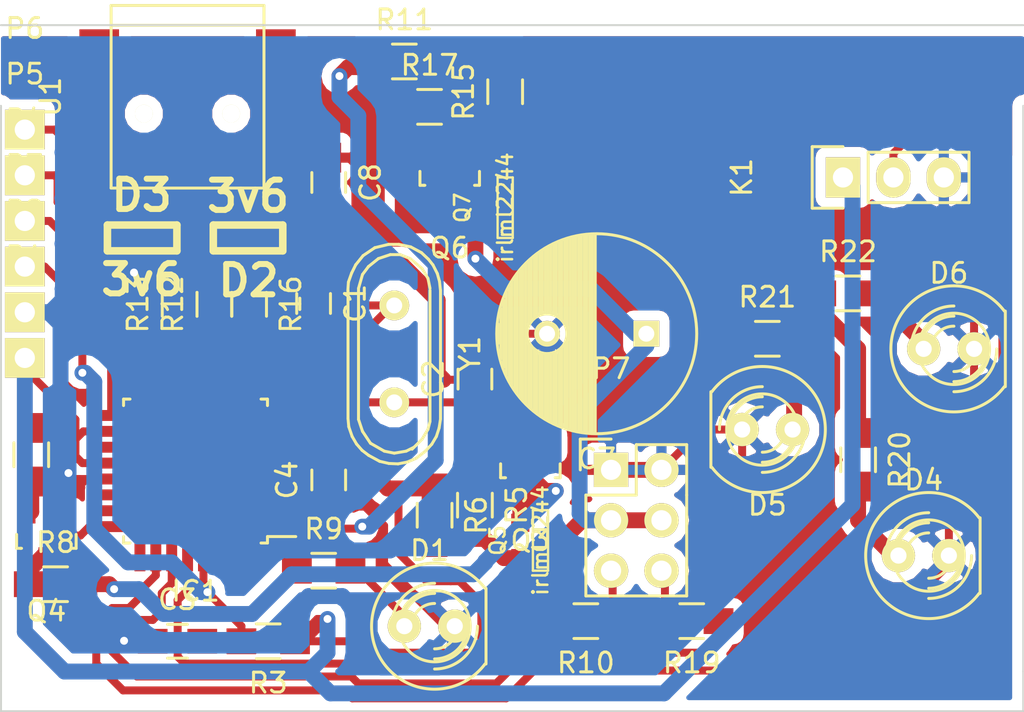
<source format=kicad_pcb>
(kicad_pcb (version 4) (host pcbnew 0.201507280910+6003~25~ubuntu14.04.1-product)

  (general
    (links 89)
    (no_connects 0)
    (area 96.67281 78.468999 150.100001 114.999)
    (thickness 1.6)
    (drawings 9)
    (tracks 462)
    (zones 0)
    (modules 45)
    (nets 34)
  )

  (page A4)
  (layers
    (0 F.Cu mixed)
    (31 B.Cu mixed)
    (35 F.Paste user)
    (37 F.SilkS user)
    (39 F.Mask user)
    (40 Dwgs.User user hide)
    (41 Cmts.User user)
    (42 Eco1.User user)
    (43 Eco2.User user)
    (44 Edge.Cuts user)
    (45 Margin user)
  )

  (setup
    (last_trace_width 0.8)
    (user_trace_width 0.4)
    (user_trace_width 0.6)
    (user_trace_width 0.8)
    (trace_clearance 0.2)
    (zone_clearance 0.508)
    (zone_45_only no)
    (trace_min 0.2)
    (segment_width 0.2)
    (edge_width 0.1)
    (via_size 0.6)
    (via_drill 0.4)
    (via_min_size 0.4)
    (via_min_drill 0.3)
    (uvia_size 0.3)
    (uvia_drill 0.1)
    (uvias_allowed no)
    (uvia_min_size 0.2)
    (uvia_min_drill 0.1)
    (pcb_text_width 0.3)
    (pcb_text_size 1.5 1.5)
    (mod_edge_width 0.15)
    (mod_text_size 1 1)
    (mod_text_width 0.15)
    (pad_size 1.5 1.5)
    (pad_drill 0.6)
    (pad_to_mask_clearance 0)
    (aux_axis_origin 98.5 112.5)
    (grid_origin 98.5 112.5)
    (visible_elements 7FFFFFDF)
    (pcbplotparams
      (layerselection 0x01020_80000001)
      (usegerberextensions false)
      (excludeedgelayer true)
      (linewidth 0.100000)
      (plotframeref false)
      (viasonmask false)
      (mode 1)
      (useauxorigin true)
      (hpglpennumber 1)
      (hpglpenspeed 20)
      (hpglpendiameter 15)
      (hpglpenoverlay 2)
      (psnegative false)
      (psa4output false)
      (plotreference true)
      (plotvalue true)
      (plotinvisibletext false)
      (padsonsilk false)
      (subtractmaskfromsilk false)
      (outputformat 3)
      (mirror false)
      (drillshape 1)
      (scaleselection 1)
      (outputdirectory svg))
  )

  (net 0 "")
  (net 1 GND)
  (net 2 /xtal2)
  (net 3 /xtal1)
  (net 4 /rst)
  (net 5 VCC)
  (net 6 /dbg-led)
  (net 7 /led)
  (net 8 /d+)
  (net 9 /d-)
  (net 10 /mosi)
  (net 11 /miso)
  (net 12 /sck)
  (net 13 /servo-en-400mA)
  (net 14 /pyro-sen)
  (net 15 /servo1)
  (net 16 /servo2)
  (net 17 /usb-en)
  (net 18 /src)
  (net 19 /gate)
  (net 20 "Net-(D1-Pad1)")
  (net 21 "Net-(D2-Pad2)")
  (net 22 "Net-(D3-Pad2)")
  (net 23 "Net-(D4-Pad1)")
  (net 24 "Net-(D5-Pad1)")
  (net 25 "Net-(D6-Pad1)")
  (net 26 "Net-(P7-Pad5)")
  (net 27 "Net-(P7-Pad6)")
  (net 28 "Net-(Q4-Pad2)")
  (net 29 "Net-(Q4-Pad3)")
  (net 30 "Net-(Q6-Pad2)")
  (net 31 "Net-(Q6-Pad3)")
  (net 32 "Net-(Q7-PadD)")
  (net 33 /servo-vcc)

  (net_class Default "This is the default net class."
    (clearance 0.2)
    (trace_width 0.25)
    (via_dia 0.6)
    (via_drill 0.4)
    (uvia_dia 0.3)
    (uvia_drill 0.1)
    (add_net /d+)
    (add_net /d-)
    (add_net /dbg-led)
    (add_net /gate)
    (add_net /led)
    (add_net /miso)
    (add_net /mosi)
    (add_net /pyro-sen)
    (add_net /rst)
    (add_net /sck)
    (add_net /servo-en-400mA)
    (add_net /servo-vcc)
    (add_net /servo1)
    (add_net /servo2)
    (add_net /src)
    (add_net /usb-en)
    (add_net /xtal1)
    (add_net /xtal2)
    (add_net GND)
    (add_net "Net-(D1-Pad1)")
    (add_net "Net-(D2-Pad2)")
    (add_net "Net-(D3-Pad2)")
    (add_net "Net-(D4-Pad1)")
    (add_net "Net-(D5-Pad1)")
    (add_net "Net-(D6-Pad1)")
    (add_net "Net-(P7-Pad5)")
    (add_net "Net-(P7-Pad6)")
    (add_net "Net-(Q4-Pad2)")
    (add_net "Net-(Q4-Pad3)")
    (add_net "Net-(Q6-Pad2)")
    (add_net "Net-(Q6-Pad3)")
    (add_net "Net-(Q7-PadD)")
    (add_net VCC)
  )

  (module Pin_Headers:Pin_Header_Straight_1x01 (layer F.Cu) (tedit 55316C2C) (tstamp 55301CAA)
    (at 99.7 85.2)
    (descr "Through hole pin header")
    (tags "pin header")
    (path /55300157)
    (fp_text reference P6 (at 0 -5.1) (layer F.SilkS)
      (effects (font (size 1 1) (thickness 0.15)))
    )
    (fp_text value TST (at 0 -3.1) (layer F.Fab)
      (effects (font (size 1 1) (thickness 0.15)))
    )
    (pad 1 thru_hole rect (at 0 0) (size 2 2) (drill 1.016) (layers *.Cu *.Mask F.SilkS)
      (net 10 /mosi))
    (model Pin_Headers.3dshapes/Pin_Header_Straight_1x01.wrl
      (at (xyz 0 0 0))
      (scale (xyz 1 1 1))
      (rotate (xyz 0 0 90))
    )
  )

  (module Pin_Headers:Pin_Header_Straight_1x01 (layer F.Cu) (tedit 55316BFE) (tstamp 55301CA5)
    (at 99.7 87.5)
    (descr "Through hole pin header")
    (tags "pin header")
    (path /5530014E)
    (fp_text reference P5 (at 0 -5.1) (layer F.SilkS)
      (effects (font (size 1 1) (thickness 0.15)))
    )
    (fp_text value TST (at 0 -3.1) (layer F.Fab)
      (effects (font (size 1 1) (thickness 0.15)))
    )
    (pad 1 thru_hole rect (at 0 0) (size 2 2) (drill 1.016) (layers *.Cu *.Mask F.SilkS)
      (net 11 /miso))
    (model Pin_Headers.3dshapes/Pin_Header_Straight_1x01.wrl
      (at (xyz 0 0 0))
      (scale (xyz 1 1 1))
      (rotate (xyz 0 0 90))
    )
  )

  (module Pin_Headers:Pin_Header_Straight_1x01 (layer F.Cu) (tedit 55316BD8) (tstamp 55301CA0)
    (at 99.7 89.8)
    (descr "Through hole pin header")
    (tags "pin header")
    (path /55300144)
    (fp_text reference P4 (at 0 -5.1) (layer F.SilkS)
      (effects (font (size 1 1) (thickness 0.15)))
    )
    (fp_text value TST (at 0 -3.1) (layer F.Fab)
      (effects (font (size 1 1) (thickness 0.15)))
    )
    (pad 1 thru_hole rect (at 0 0) (size 2 2) (drill 1.016) (layers *.Cu *.Mask F.SilkS)
      (net 12 /sck))
    (model Pin_Headers.3dshapes/Pin_Header_Straight_1x01.wrl
      (at (xyz 0 0 0))
      (scale (xyz 1 1 1))
      (rotate (xyz 0 0 90))
    )
  )

  (module Pin_Headers:Pin_Header_Straight_1x01 (layer F.Cu) (tedit 55316BAC) (tstamp 55301C9B)
    (at 99.7 92.1)
    (descr "Through hole pin header")
    (tags "pin header")
    (path /5530013D)
    (fp_text reference P3 (at 0 -5.1) (layer F.SilkS)
      (effects (font (size 1 1) (thickness 0.15)))
    )
    (fp_text value TST (at 0 -3.1) (layer F.Fab)
      (effects (font (size 1 1) (thickness 0.15)))
    )
    (pad 1 thru_hole rect (at 0 0) (size 2 2) (drill 1.016) (layers *.Cu *.Mask F.SilkS)
      (net 4 /rst))
    (model Pin_Headers.3dshapes/Pin_Header_Straight_1x01.wrl
      (at (xyz 0 0 0))
      (scale (xyz 1 1 1))
      (rotate (xyz 0 0 90))
    )
  )

  (module Pin_Headers:Pin_Header_Straight_1x01 (layer F.Cu) (tedit 55316B78) (tstamp 55301C96)
    (at 99.7 94.4)
    (descr "Through hole pin header")
    (tags "pin header")
    (path /55300130)
    (fp_text reference P2 (at 0 -5.1) (layer F.SilkS)
      (effects (font (size 1 1) (thickness 0.15)))
    )
    (fp_text value TST (at 0 -3.1) (layer F.Fab)
      (effects (font (size 1 1) (thickness 0.15)))
    )
    (pad 1 thru_hole rect (at 0 0) (size 2 2) (drill 1.016) (layers *.Cu *.Mask F.SilkS)
      (net 1 GND))
    (model Pin_Headers.3dshapes/Pin_Header_Straight_1x01.wrl
      (at (xyz 0 0 0))
      (scale (xyz 1 1 1))
      (rotate (xyz 0 0 90))
    )
  )

  (module Pin_Headers:Pin_Header_Straight_1x01 (layer F.Cu) (tedit 55316B3B) (tstamp 55301C91)
    (at 99.7 96.7)
    (descr "Through hole pin header")
    (tags "pin header")
    (path /552FFFBF)
    (fp_text reference P1 (at 0 -5.1) (layer F.SilkS)
      (effects (font (size 1 1) (thickness 0.15)))
    )
    (fp_text value TST (at 0 -3.1) (layer F.Fab)
      (effects (font (size 1 1) (thickness 0.15)))
    )
    (pad 1 thru_hole rect (at 0 0) (size 2 2) (drill 1.016) (layers *.Cu *.Mask F.SilkS)
      (net 5 VCC))
    (model Pin_Headers.3dshapes/Pin_Header_Straight_1x01.wrl
      (at (xyz 0 0 0))
      (scale (xyz 1 1 1))
      (rotate (xyz 0 0 90))
    )
  )

  (module LEDs:LED-5MM (layer F.Cu) (tedit 0) (tstamp 55301C43)
    (at 120.09 110.214)
    (descr "LED 5mm - Lead pitch 100mil (2,54mm)")
    (tags "LED led 5mm 5MM 100mil 2,54mm")
    (path /55240468)
    (fp_text reference D1 (at 0 -3.81) (layer F.SilkS)
      (effects (font (size 1 1) (thickness 0.15)))
    )
    (fp_text value dbg-led (at 0 3.81) (layer F.Fab)
      (effects (font (size 1 1) (thickness 0.15)))
    )
    (fp_line (start 2.8448 1.905) (end 2.8448 -1.905) (layer F.SilkS) (width 0.15))
    (fp_circle (center 0.254 0) (end -1.016 1.27) (layer F.SilkS) (width 0.15))
    (fp_arc (start 0.254 0) (end 2.794 1.905) (angle 286.2) (layer F.SilkS) (width 0.15))
    (fp_arc (start 0.254 0) (end -0.889 0) (angle 90) (layer F.SilkS) (width 0.15))
    (fp_arc (start 0.254 0) (end 1.397 0) (angle 90) (layer F.SilkS) (width 0.15))
    (fp_arc (start 0.254 0) (end -1.397 0) (angle 90) (layer F.SilkS) (width 0.15))
    (fp_arc (start 0.254 0) (end 1.905 0) (angle 90) (layer F.SilkS) (width 0.15))
    (fp_arc (start 0.254 0) (end -1.905 0) (angle 90) (layer F.SilkS) (width 0.15))
    (fp_arc (start 0.254 0) (end 2.413 0) (angle 90) (layer F.SilkS) (width 0.15))
    (pad 1 thru_hole circle (at -1.27 0) (size 1.6764 1.6764) (drill 0.8128) (layers *.Cu *.Mask F.SilkS)
      (net 20 "Net-(D1-Pad1)"))
    (pad 2 thru_hole circle (at 1.27 0) (size 1.6764 1.6764) (drill 0.8128) (layers *.Cu *.Mask F.SilkS)
      (net 1 GND))
    (model LEDs.3dshapes/LED-5MM.wrl
      (at (xyz 0 0 0))
      (scale (xyz 1 1 1))
      (rotate (xyz 0 0 0))
    )
  )

  (module LEDs:LED-5MM (layer F.Cu) (tedit 0) (tstamp 55301C55)
    (at 144.982 106.658)
    (descr "LED 5mm - Lead pitch 100mil (2,54mm)")
    (tags "LED led 5mm 5MM 100mil 2,54mm")
    (path /552409A3)
    (fp_text reference D4 (at 0 -3.81) (layer F.SilkS)
      (effects (font (size 1 1) (thickness 0.15)))
    )
    (fp_text value light-led (at 0 3.81) (layer F.Fab)
      (effects (font (size 1 1) (thickness 0.15)))
    )
    (fp_line (start 2.8448 1.905) (end 2.8448 -1.905) (layer F.SilkS) (width 0.15))
    (fp_circle (center 0.254 0) (end -1.016 1.27) (layer F.SilkS) (width 0.15))
    (fp_arc (start 0.254 0) (end 2.794 1.905) (angle 286.2) (layer F.SilkS) (width 0.15))
    (fp_arc (start 0.254 0) (end -0.889 0) (angle 90) (layer F.SilkS) (width 0.15))
    (fp_arc (start 0.254 0) (end 1.397 0) (angle 90) (layer F.SilkS) (width 0.15))
    (fp_arc (start 0.254 0) (end -1.397 0) (angle 90) (layer F.SilkS) (width 0.15))
    (fp_arc (start 0.254 0) (end 1.905 0) (angle 90) (layer F.SilkS) (width 0.15))
    (fp_arc (start 0.254 0) (end -1.905 0) (angle 90) (layer F.SilkS) (width 0.15))
    (fp_arc (start 0.254 0) (end 2.413 0) (angle 90) (layer F.SilkS) (width 0.15))
    (pad 1 thru_hole circle (at -1.27 0) (size 1.6764 1.6764) (drill 0.8128) (layers *.Cu *.Mask F.SilkS)
      (net 23 "Net-(D4-Pad1)"))
    (pad 2 thru_hole circle (at 1.27 0) (size 1.6764 1.6764) (drill 0.8128) (layers *.Cu *.Mask F.SilkS)
      (net 1 GND))
    (model LEDs.3dshapes/LED-5MM.wrl
      (at (xyz 0 0 0))
      (scale (xyz 1 1 1))
      (rotate (xyz 0 0 0))
    )
  )

  (module LEDs:LED-5MM (layer F.Cu) (tedit 0) (tstamp 55301C5B)
    (at 137.108 100.308 180)
    (descr "LED 5mm - Lead pitch 100mil (2,54mm)")
    (tags "LED led 5mm 5MM 100mil 2,54mm")
    (path /55240C65)
    (fp_text reference D5 (at 0 -3.81 180) (layer F.SilkS)
      (effects (font (size 1 1) (thickness 0.15)))
    )
    (fp_text value light-led (at 0 3.81 180) (layer F.Fab)
      (effects (font (size 1 1) (thickness 0.15)))
    )
    (fp_line (start 2.8448 1.905) (end 2.8448 -1.905) (layer F.SilkS) (width 0.15))
    (fp_circle (center 0.254 0) (end -1.016 1.27) (layer F.SilkS) (width 0.15))
    (fp_arc (start 0.254 0) (end 2.794 1.905) (angle 286.2) (layer F.SilkS) (width 0.15))
    (fp_arc (start 0.254 0) (end -0.889 0) (angle 90) (layer F.SilkS) (width 0.15))
    (fp_arc (start 0.254 0) (end 1.397 0) (angle 90) (layer F.SilkS) (width 0.15))
    (fp_arc (start 0.254 0) (end -1.397 0) (angle 90) (layer F.SilkS) (width 0.15))
    (fp_arc (start 0.254 0) (end 1.905 0) (angle 90) (layer F.SilkS) (width 0.15))
    (fp_arc (start 0.254 0) (end -1.905 0) (angle 90) (layer F.SilkS) (width 0.15))
    (fp_arc (start 0.254 0) (end 2.413 0) (angle 90) (layer F.SilkS) (width 0.15))
    (pad 1 thru_hole circle (at -1.27 0 180) (size 1.6764 1.6764) (drill 0.8128) (layers *.Cu *.Mask F.SilkS)
      (net 24 "Net-(D5-Pad1)"))
    (pad 2 thru_hole circle (at 1.27 0 180) (size 1.6764 1.6764) (drill 0.8128) (layers *.Cu *.Mask F.SilkS)
      (net 1 GND))
    (model LEDs.3dshapes/LED-5MM.wrl
      (at (xyz 0 0 0))
      (scale (xyz 1 1 1))
      (rotate (xyz 0 0 0))
    )
  )

  (module LEDs:LED-5MM (layer F.Cu) (tedit 0) (tstamp 55301C61)
    (at 146.252 96.244)
    (descr "LED 5mm - Lead pitch 100mil (2,54mm)")
    (tags "LED led 5mm 5MM 100mil 2,54mm")
    (path /55240C79)
    (fp_text reference D6 (at 0 -3.81) (layer F.SilkS)
      (effects (font (size 1 1) (thickness 0.15)))
    )
    (fp_text value light-led (at 0 3.81) (layer F.Fab)
      (effects (font (size 1 1) (thickness 0.15)))
    )
    (fp_line (start 2.8448 1.905) (end 2.8448 -1.905) (layer F.SilkS) (width 0.15))
    (fp_circle (center 0.254 0) (end -1.016 1.27) (layer F.SilkS) (width 0.15))
    (fp_arc (start 0.254 0) (end 2.794 1.905) (angle 286.2) (layer F.SilkS) (width 0.15))
    (fp_arc (start 0.254 0) (end -0.889 0) (angle 90) (layer F.SilkS) (width 0.15))
    (fp_arc (start 0.254 0) (end 1.397 0) (angle 90) (layer F.SilkS) (width 0.15))
    (fp_arc (start 0.254 0) (end -1.397 0) (angle 90) (layer F.SilkS) (width 0.15))
    (fp_arc (start 0.254 0) (end 1.905 0) (angle 90) (layer F.SilkS) (width 0.15))
    (fp_arc (start 0.254 0) (end -1.905 0) (angle 90) (layer F.SilkS) (width 0.15))
    (fp_arc (start 0.254 0) (end 2.413 0) (angle 90) (layer F.SilkS) (width 0.15))
    (pad 1 thru_hole circle (at -1.27 0) (size 1.6764 1.6764) (drill 0.8128) (layers *.Cu *.Mask F.SilkS)
      (net 25 "Net-(D6-Pad1)"))
    (pad 2 thru_hole circle (at 1.27 0) (size 1.6764 1.6764) (drill 0.8128) (layers *.Cu *.Mask F.SilkS)
      (net 1 GND))
    (model LEDs.3dshapes/LED-5MM.wrl
      (at (xyz 0 0 0))
      (scale (xyz 1 1 1))
      (rotate (xyz 0 0 0))
    )
  )

  (module Housings_QFP:TQFP-32_7x7mm_Pitch0.8mm (layer F.Cu) (tedit 54130A77) (tstamp 55301C85)
    (at 108.3 102.4 180)
    (descr "32-Lead Plastic Thin Quad Flatpack (PT) - 7x7x1.0 mm Body, 2.00 mm [TQFP] (see Microchip Packaging Specification 00000049BS.pdf)")
    (tags "QFP 0.8")
    (path /552197F0)
    (attr smd)
    (fp_text reference IC1 (at 0 -6.05 180) (layer F.SilkS)
      (effects (font (size 1 1) (thickness 0.15)))
    )
    (fp_text value ATMEGA8-AI (at 0 6.05 180) (layer F.Fab)
      (effects (font (size 1 1) (thickness 0.15)))
    )
    (fp_line (start -5.3 -5.3) (end -5.3 5.3) (layer F.CrtYd) (width 0.05))
    (fp_line (start 5.3 -5.3) (end 5.3 5.3) (layer F.CrtYd) (width 0.05))
    (fp_line (start -5.3 -5.3) (end 5.3 -5.3) (layer F.CrtYd) (width 0.05))
    (fp_line (start -5.3 5.3) (end 5.3 5.3) (layer F.CrtYd) (width 0.05))
    (fp_line (start -3.625 -3.625) (end -3.625 -3.3) (layer F.SilkS) (width 0.15))
    (fp_line (start 3.625 -3.625) (end 3.625 -3.3) (layer F.SilkS) (width 0.15))
    (fp_line (start 3.625 3.625) (end 3.625 3.3) (layer F.SilkS) (width 0.15))
    (fp_line (start -3.625 3.625) (end -3.625 3.3) (layer F.SilkS) (width 0.15))
    (fp_line (start -3.625 -3.625) (end -3.3 -3.625) (layer F.SilkS) (width 0.15))
    (fp_line (start -3.625 3.625) (end -3.3 3.625) (layer F.SilkS) (width 0.15))
    (fp_line (start 3.625 3.625) (end 3.3 3.625) (layer F.SilkS) (width 0.15))
    (fp_line (start 3.625 -3.625) (end 3.3 -3.625) (layer F.SilkS) (width 0.15))
    (fp_line (start -3.625 -3.3) (end -5.05 -3.3) (layer F.SilkS) (width 0.15))
    (pad 1 smd rect (at -4.25 -2.8 180) (size 1.6 0.55) (layers F.Cu F.Paste F.Mask)
      (net 6 /dbg-led))
    (pad 2 smd rect (at -4.25 -2 180) (size 1.6 0.55) (layers F.Cu F.Paste F.Mask)
      (net 7 /led))
    (pad 3 smd rect (at -4.25 -1.2 180) (size 1.6 0.55) (layers F.Cu F.Paste F.Mask)
      (net 1 GND))
    (pad 4 smd rect (at -4.25 -0.4 180) (size 1.6 0.55) (layers F.Cu F.Paste F.Mask)
      (net 5 VCC))
    (pad 5 smd rect (at -4.25 0.4 180) (size 1.6 0.55) (layers F.Cu F.Paste F.Mask)
      (net 1 GND))
    (pad 6 smd rect (at -4.25 1.2 180) (size 1.6 0.55) (layers F.Cu F.Paste F.Mask)
      (net 5 VCC))
    (pad 7 smd rect (at -4.25 2 180) (size 1.6 0.55) (layers F.Cu F.Paste F.Mask)
      (net 3 /xtal1))
    (pad 8 smd rect (at -4.25 2.8 180) (size 1.6 0.55) (layers F.Cu F.Paste F.Mask)
      (net 2 /xtal2))
    (pad 9 smd rect (at -2.8 4.25 270) (size 1.6 0.55) (layers F.Cu F.Paste F.Mask)
      (net 17 /usb-en))
    (pad 10 smd rect (at -2 4.25 270) (size 1.6 0.55) (layers F.Cu F.Paste F.Mask))
    (pad 11 smd rect (at -1.2 4.25 270) (size 1.6 0.55) (layers F.Cu F.Paste F.Mask))
    (pad 12 smd rect (at -0.4 4.25 270) (size 1.6 0.55) (layers F.Cu F.Paste F.Mask)
      (net 9 /d-))
    (pad 13 smd rect (at 0.4 4.25 270) (size 1.6 0.55) (layers F.Cu F.Paste F.Mask)
      (net 8 /d+))
    (pad 14 smd rect (at 1.2 4.25 270) (size 1.6 0.55) (layers F.Cu F.Paste F.Mask))
    (pad 15 smd rect (at 2 4.25 270) (size 1.6 0.55) (layers F.Cu F.Paste F.Mask)
      (net 10 /mosi))
    (pad 16 smd rect (at 2.8 4.25 270) (size 1.6 0.55) (layers F.Cu F.Paste F.Mask)
      (net 11 /miso))
    (pad 17 smd rect (at 4.25 2.8 180) (size 1.6 0.55) (layers F.Cu F.Paste F.Mask)
      (net 12 /sck))
    (pad 18 smd rect (at 4.25 2 180) (size 1.6 0.55) (layers F.Cu F.Paste F.Mask)
      (net 5 VCC))
    (pad 19 smd rect (at 4.25 1.2 180) (size 1.6 0.55) (layers F.Cu F.Paste F.Mask))
    (pad 20 smd rect (at 4.25 0.4 180) (size 1.6 0.55) (layers F.Cu F.Paste F.Mask)
      (net 5 VCC))
    (pad 21 smd rect (at 4.25 -0.4 180) (size 1.6 0.55) (layers F.Cu F.Paste F.Mask)
      (net 1 GND))
    (pad 22 smd rect (at 4.25 -1.2 180) (size 1.6 0.55) (layers F.Cu F.Paste F.Mask))
    (pad 23 smd rect (at 4.25 -2 180) (size 1.6 0.55) (layers F.Cu F.Paste F.Mask))
    (pad 24 smd rect (at 4.25 -2.8 180) (size 1.6 0.55) (layers F.Cu F.Paste F.Mask)
      (net 13 /servo-en-400mA))
    (pad 25 smd rect (at 2.8 -4.25 270) (size 1.6 0.55) (layers F.Cu F.Paste F.Mask))
    (pad 26 smd rect (at 2 -4.25 270) (size 1.6 0.55) (layers F.Cu F.Paste F.Mask)
      (net 14 /pyro-sen))
    (pad 27 smd rect (at 1.2 -4.25 270) (size 1.6 0.55) (layers F.Cu F.Paste F.Mask)
      (net 15 /servo1))
    (pad 28 smd rect (at 0.4 -4.25 270) (size 1.6 0.55) (layers F.Cu F.Paste F.Mask)
      (net 16 /servo2))
    (pad 29 smd rect (at -0.4 -4.25 270) (size 1.6 0.55) (layers F.Cu F.Paste F.Mask)
      (net 4 /rst))
    (pad 30 smd rect (at -1.2 -4.25 270) (size 1.6 0.55) (layers F.Cu F.Paste F.Mask))
    (pad 31 smd rect (at -2 -4.25 270) (size 1.6 0.55) (layers F.Cu F.Paste F.Mask))
    (pad 32 smd rect (at -2.8 -4.25 270) (size 1.6 0.55) (layers F.Cu F.Paste F.Mask)
      (net 9 /d-))
    (model Housings_QFP.3dshapes/TQFP-32_7x7mm_Pitch0.8mm.wrl
      (at (xyz 0 0 0))
      (scale (xyz 1 1 1))
      (rotate (xyz 0 0 0))
    )
  )

  (module Pin_Headers:Pin_Header_Straight_1x03 (layer F.Cu) (tedit 0) (tstamp 55301C8C)
    (at 140.918 87.608 90)
    (descr "Through hole pin header")
    (tags "pin header")
    (path /552FF59F)
    (fp_text reference K1 (at 0 -5.1 90) (layer F.SilkS)
      (effects (font (size 1 1) (thickness 0.15)))
    )
    (fp_text value pyro (at 0 -3.1 90) (layer F.Fab)
      (effects (font (size 1 1) (thickness 0.15)))
    )
    (fp_line (start -1.75 -1.75) (end -1.75 6.85) (layer F.CrtYd) (width 0.05))
    (fp_line (start 1.75 -1.75) (end 1.75 6.85) (layer F.CrtYd) (width 0.05))
    (fp_line (start -1.75 -1.75) (end 1.75 -1.75) (layer F.CrtYd) (width 0.05))
    (fp_line (start -1.75 6.85) (end 1.75 6.85) (layer F.CrtYd) (width 0.05))
    (fp_line (start -1.27 1.27) (end -1.27 6.35) (layer F.SilkS) (width 0.15))
    (fp_line (start -1.27 6.35) (end 1.27 6.35) (layer F.SilkS) (width 0.15))
    (fp_line (start 1.27 6.35) (end 1.27 1.27) (layer F.SilkS) (width 0.15))
    (fp_line (start 1.55 -1.55) (end 1.55 0) (layer F.SilkS) (width 0.15))
    (fp_line (start 1.27 1.27) (end -1.27 1.27) (layer F.SilkS) (width 0.15))
    (fp_line (start -1.55 0) (end -1.55 -1.55) (layer F.SilkS) (width 0.15))
    (fp_line (start -1.55 -1.55) (end 1.55 -1.55) (layer F.SilkS) (width 0.15))
    (pad 1 thru_hole rect (at 0 0 90) (size 2.032 1.7272) (drill 1.016) (layers *.Cu *.Mask F.SilkS)
      (net 5 VCC))
    (pad 2 thru_hole oval (at 0 2.54 90) (size 2.032 1.7272) (drill 1.016) (layers *.Cu *.Mask F.SilkS)
      (net 14 /pyro-sen))
    (pad 3 thru_hole oval (at 0 5.08 90) (size 2.032 1.7272) (drill 1.016) (layers *.Cu *.Mask F.SilkS)
      (net 1 GND))
    (model Pin_Headers.3dshapes/Pin_Header_Straight_1x03.wrl
      (at (xyz 0 -0.1 0))
      (scale (xyz 1 1 1))
      (rotate (xyz 0 0 90))
    )
  )

  (module Pin_Headers:Pin_Header_Straight_2x03 (layer F.Cu) (tedit 54EA0A4B) (tstamp 55301CB4)
    (at 129.234 102.34)
    (descr "Through hole pin header")
    (tags "pin header")
    (path /5521A8ED)
    (fp_text reference P7 (at 0 -5.1) (layer F.SilkS)
      (effects (font (size 1 1) (thickness 0.15)))
    )
    (fp_text value servo (at 0 -3.1) (layer F.Fab)
      (effects (font (size 1 1) (thickness 0.15)))
    )
    (fp_line (start -1.27 1.27) (end -1.27 6.35) (layer F.SilkS) (width 0.15))
    (fp_line (start -1.55 -1.55) (end 0 -1.55) (layer F.SilkS) (width 0.15))
    (fp_line (start -1.75 -1.75) (end -1.75 6.85) (layer F.CrtYd) (width 0.05))
    (fp_line (start 4.3 -1.75) (end 4.3 6.85) (layer F.CrtYd) (width 0.05))
    (fp_line (start -1.75 -1.75) (end 4.3 -1.75) (layer F.CrtYd) (width 0.05))
    (fp_line (start -1.75 6.85) (end 4.3 6.85) (layer F.CrtYd) (width 0.05))
    (fp_line (start 1.27 -1.27) (end 1.27 1.27) (layer F.SilkS) (width 0.15))
    (fp_line (start 1.27 1.27) (end -1.27 1.27) (layer F.SilkS) (width 0.15))
    (fp_line (start -1.27 6.35) (end 3.81 6.35) (layer F.SilkS) (width 0.15))
    (fp_line (start 3.81 6.35) (end 3.81 1.27) (layer F.SilkS) (width 0.15))
    (fp_line (start -1.55 -1.55) (end -1.55 0) (layer F.SilkS) (width 0.15))
    (fp_line (start 3.81 -1.27) (end 1.27 -1.27) (layer F.SilkS) (width 0.15))
    (fp_line (start 3.81 1.27) (end 3.81 -1.27) (layer F.SilkS) (width 0.15))
    (pad 1 thru_hole rect (at 0 0) (size 1.7272 1.7272) (drill 1.016) (layers *.Cu *.Mask F.SilkS)
      (net 1 GND))
    (pad 2 thru_hole oval (at 2.54 0) (size 1.7272 1.7272) (drill 1.016) (layers *.Cu *.Mask F.SilkS)
      (net 1 GND))
    (pad 3 thru_hole oval (at 0 2.54) (size 1.7272 1.7272) (drill 1.016) (layers *.Cu *.Mask F.SilkS)
      (net 33 /servo-vcc))
    (pad 4 thru_hole oval (at 2.54 2.54) (size 1.7272 1.7272) (drill 1.016) (layers *.Cu *.Mask F.SilkS)
      (net 33 /servo-vcc))
    (pad 5 thru_hole oval (at 0 5.08) (size 1.7272 1.7272) (drill 1.016) (layers *.Cu *.Mask F.SilkS)
      (net 26 "Net-(P7-Pad5)"))
    (pad 6 thru_hole oval (at 2.54 5.08) (size 1.7272 1.7272) (drill 1.016) (layers *.Cu *.Mask F.SilkS)
      (net 27 "Net-(P7-Pad6)"))
    (model Pin_Headers.3dshapes/Pin_Header_Straight_2x03.wrl
      (at (xyz 0.05 -0.1 0))
      (scale (xyz 1 1 1))
      (rotate (xyz 0 0 90))
    )
  )

  (module Housings_SOT-23_SOT-143_TSOT-6:SOT-23 (layer F.Cu) (tedit 54E9291B) (tstamp 55301CC9)
    (at 125.17 102.086 180)
    (descr "SOT-23, Standard")
    (tags SOT-23)
    (path /5521B556)
    (attr smd)
    (fp_text reference Q3 (at 0 -3.81 180) (layer F.SilkS)
      (effects (font (size 1 1) (thickness 0.15)))
    )
    (fp_text value bc857 (at 0 3.81 180) (layer F.Fab)
      (effects (font (size 1 1) (thickness 0.15)))
    )
    (fp_line (start 1.29916 -0.65024) (end 1.2509 -0.65024) (layer F.SilkS) (width 0.15))
    (fp_line (start -1.49982 0.0508) (end -1.49982 -0.65024) (layer F.SilkS) (width 0.15))
    (fp_line (start -1.49982 -0.65024) (end -1.2509 -0.65024) (layer F.SilkS) (width 0.15))
    (fp_line (start 1.29916 -0.65024) (end 1.49982 -0.65024) (layer F.SilkS) (width 0.15))
    (fp_line (start 1.49982 -0.65024) (end 1.49982 0.0508) (layer F.SilkS) (width 0.15))
    (pad 1 smd rect (at -0.95 1.00076 180) (size 0.8001 0.8001) (layers F.Cu F.Paste F.Mask)
      (net 5 VCC))
    (pad 2 smd rect (at 0.95 1.00076 180) (size 0.8001 0.8001) (layers F.Cu F.Paste F.Mask)
      (net 18 /src))
    (pad 3 smd rect (at 0 -0.99822 180) (size 0.8001 0.8001) (layers F.Cu F.Paste F.Mask)
      (net 19 /gate))
    (model Housings_SOT-23_SOT-143_TSOT-6.3dshapes/SOT-23.wrl
      (at (xyz 0 0 0))
      (scale (xyz 1 1 1))
      (rotate (xyz 0 0 0))
    )
  )

  (module Housings_SOT-23_SOT-143_TSOT-6:SOT-23 (layer F.Cu) (tedit 54E9291B) (tstamp 55301CD0)
    (at 100.786 105.642 180)
    (descr "SOT-23, Standard")
    (tags SOT-23)
    (path /5521B58F)
    (attr smd)
    (fp_text reference Q4 (at 0 -3.81 180) (layer F.SilkS)
      (effects (font (size 1 1) (thickness 0.15)))
    )
    (fp_text value bc847 (at 0 3.81 180) (layer F.Fab)
      (effects (font (size 1 1) (thickness 0.15)))
    )
    (fp_line (start 1.29916 -0.65024) (end 1.2509 -0.65024) (layer F.SilkS) (width 0.15))
    (fp_line (start -1.49982 0.0508) (end -1.49982 -0.65024) (layer F.SilkS) (width 0.15))
    (fp_line (start -1.49982 -0.65024) (end -1.2509 -0.65024) (layer F.SilkS) (width 0.15))
    (fp_line (start 1.29916 -0.65024) (end 1.49982 -0.65024) (layer F.SilkS) (width 0.15))
    (fp_line (start 1.49982 -0.65024) (end 1.49982 0.0508) (layer F.SilkS) (width 0.15))
    (pad 1 smd rect (at -0.95 1.00076 180) (size 0.8001 0.8001) (layers F.Cu F.Paste F.Mask)
      (net 1 GND))
    (pad 2 smd rect (at 0.95 1.00076 180) (size 0.8001 0.8001) (layers F.Cu F.Paste F.Mask)
      (net 28 "Net-(Q4-Pad2)"))
    (pad 3 smd rect (at 0 -0.99822 180) (size 0.8001 0.8001) (layers F.Cu F.Paste F.Mask)
      (net 29 "Net-(Q4-Pad3)"))
    (model Housings_SOT-23_SOT-143_TSOT-6.3dshapes/SOT-23.wrl
      (at (xyz 0 0 0))
      (scale (xyz 1 1 1))
      (rotate (xyz 0 0 0))
    )
  )

  (module Housings_SOT-23_SOT-143_TSOT-6:SOT-23 (layer F.Cu) (tedit 54E9291B) (tstamp 55301CDE)
    (at 121.106 87.354 180)
    (descr "SOT-23, Standard")
    (tags SOT-23)
    (path /552414BD)
    (attr smd)
    (fp_text reference Q6 (at 0 -3.81 180) (layer F.SilkS)
      (effects (font (size 1 1) (thickness 0.15)))
    )
    (fp_text value NPN (at 0 3.81 180) (layer F.Fab)
      (effects (font (size 1 1) (thickness 0.15)))
    )
    (fp_line (start 1.29916 -0.65024) (end 1.2509 -0.65024) (layer F.SilkS) (width 0.15))
    (fp_line (start -1.49982 0.0508) (end -1.49982 -0.65024) (layer F.SilkS) (width 0.15))
    (fp_line (start -1.49982 -0.65024) (end -1.2509 -0.65024) (layer F.SilkS) (width 0.15))
    (fp_line (start 1.29916 -0.65024) (end 1.49982 -0.65024) (layer F.SilkS) (width 0.15))
    (fp_line (start 1.49982 -0.65024) (end 1.49982 0.0508) (layer F.SilkS) (width 0.15))
    (pad 1 smd rect (at -0.95 1.00076 180) (size 0.8001 0.8001) (layers F.Cu F.Paste F.Mask)
      (net 1 GND))
    (pad 2 smd rect (at 0.95 1.00076 180) (size 0.8001 0.8001) (layers F.Cu F.Paste F.Mask)
      (net 30 "Net-(Q6-Pad2)"))
    (pad 3 smd rect (at 0 -0.99822 180) (size 0.8001 0.8001) (layers F.Cu F.Paste F.Mask)
      (net 31 "Net-(Q6-Pad3)"))
    (model Housings_SOT-23_SOT-143_TSOT-6.3dshapes/SOT-23.wrl
      (at (xyz 0 0 0))
      (scale (xyz 1 1 1))
      (rotate (xyz 0 0 0))
    )
  )

  (module my_foots:MY_STAB-3.5-mm (layer F.Cu) (tedit 4E2DA770) (tstamp 55315EDC)
    (at 110.946 90.656 180)
    (path /5521A0F5)
    (fp_text reference D2 (at -0.0254 -2.14884 180) (layer F.SilkS)
      (effects (font (thickness 0.3048)))
    )
    (fp_text value 3v6 (at 0 2.10058 180) (layer F.SilkS)
      (effects (font (thickness 0.3048)))
    )
    (fp_line (start -1.75006 0.65024) (end 1.75006 0.65024) (layer F.SilkS) (width 0.381))
    (fp_line (start 1.75006 0.65024) (end 1.75006 -0.65024) (layer F.SilkS) (width 0.381))
    (fp_line (start 1.75006 -0.65024) (end -1.75006 -0.65024) (layer F.SilkS) (width 0.381))
    (fp_line (start -1.75006 -0.65024) (end -1.75006 0.65024) (layer F.SilkS) (width 0.381))
    (pad 1 smd circle (at -1.75006 0 180) (size 1.30048 1.30048) (layers F.Cu F.Paste F.Mask)
      (net 1 GND))
    (pad 2 smd circle (at 1.75006 0 180) (size 1.30048 1.30048) (layers F.Cu F.Paste F.Mask)
      (net 21 "Net-(D2-Pad2)"))
  )

  (module my_foots:MY_STAB-3.5-mm (layer F.Cu) (tedit 4E2DA770) (tstamp 55315EE1)
    (at 105.612 90.656)
    (path /5521A107)
    (fp_text reference D3 (at -0.0254 -2.14884) (layer F.SilkS)
      (effects (font (thickness 0.3048)))
    )
    (fp_text value 3v6 (at 0 2.10058) (layer F.SilkS)
      (effects (font (thickness 0.3048)))
    )
    (fp_line (start -1.75006 0.65024) (end 1.75006 0.65024) (layer F.SilkS) (width 0.381))
    (fp_line (start 1.75006 0.65024) (end 1.75006 -0.65024) (layer F.SilkS) (width 0.381))
    (fp_line (start 1.75006 -0.65024) (end -1.75006 -0.65024) (layer F.SilkS) (width 0.381))
    (fp_line (start -1.75006 -0.65024) (end -1.75006 0.65024) (layer F.SilkS) (width 0.381))
    (pad 1 smd circle (at -1.75006 0) (size 1.30048 1.30048) (layers F.Cu F.Paste F.Mask)
      (net 1 GND))
    (pad 2 smd circle (at 1.75006 0) (size 1.30048 1.30048) (layers F.Cu F.Paste F.Mask)
      (net 22 "Net-(D3-Pad2)"))
  )

  (module libs:SOT23GDS (layer F.Cu) (tedit 50911E03) (tstamp 55315EE6)
    (at 125.678 105.896 90)
    (descr "Module CMS SOT23 Transistore EBC")
    (tags "CMS SOT")
    (path /5521B54A)
    (attr smd)
    (fp_text reference Q5 (at 0 -2.159 90) (layer F.SilkS)
      (effects (font (size 0.762 0.762) (thickness 0.12954)))
    )
    (fp_text value irlml2244 (at 0 0 90) (layer F.SilkS)
      (effects (font (size 0.762 0.762) (thickness 0.12954)))
    )
    (fp_line (start -1.524 -0.381) (end 1.524 -0.381) (layer F.SilkS) (width 0.11938))
    (fp_line (start 1.524 -0.381) (end 1.524 0.381) (layer F.SilkS) (width 0.11938))
    (fp_line (start 1.524 0.381) (end -1.524 0.381) (layer F.SilkS) (width 0.11938))
    (fp_line (start -1.524 0.381) (end -1.524 -0.381) (layer F.SilkS) (width 0.11938))
    (pad S smd rect (at -0.889 -1.016 90) (size 0.9144 0.9144) (layers F.Cu F.Paste F.Mask)
      (net 18 /src))
    (pad G smd rect (at 0.889 -1.016 90) (size 0.9144 0.9144) (layers F.Cu F.Paste F.Mask)
      (net 19 /gate))
    (pad D smd rect (at 0 1.016 90) (size 0.9144 0.9144) (layers F.Cu F.Paste F.Mask)
      (net 33 /servo-vcc))
    (model smd/cms_sot23.wrl
      (at (xyz 0 0 0))
      (scale (xyz 0.13 0.15 0.15))
      (rotate (xyz 0 0 0))
    )
  )

  (module libs:SOT23GDS (layer F.Cu) (tedit 50911E03) (tstamp 55315EEC)
    (at 123.9 89.132 90)
    (descr "Module CMS SOT23 Transistore EBC")
    (tags "CMS SOT")
    (path /55240F47)
    (attr smd)
    (fp_text reference Q7 (at 0 -2.159 90) (layer F.SilkS)
      (effects (font (size 0.762 0.762) (thickness 0.12954)))
    )
    (fp_text value irlml2244 (at 0 0 90) (layer F.SilkS)
      (effects (font (size 0.762 0.762) (thickness 0.12954)))
    )
    (fp_line (start -1.524 -0.381) (end 1.524 -0.381) (layer F.SilkS) (width 0.11938))
    (fp_line (start 1.524 -0.381) (end 1.524 0.381) (layer F.SilkS) (width 0.11938))
    (fp_line (start 1.524 0.381) (end -1.524 0.381) (layer F.SilkS) (width 0.11938))
    (fp_line (start -1.524 0.381) (end -1.524 -0.381) (layer F.SilkS) (width 0.11938))
    (pad S smd rect (at -0.889 -1.016 90) (size 0.9144 0.9144) (layers F.Cu F.Paste F.Mask)
      (net 33 /servo-vcc))
    (pad G smd rect (at 0.889 -1.016 90) (size 0.9144 0.9144) (layers F.Cu F.Paste F.Mask)
      (net 31 "Net-(Q6-Pad3)"))
    (pad D smd rect (at 0 1.016 90) (size 0.9144 0.9144) (layers F.Cu F.Paste F.Mask)
      (net 32 "Net-(Q7-PadD)"))
    (model smd/cms_sot23.wrl
      (at (xyz 0 0 0))
      (scale (xyz 0.13 0.15 0.15))
      (rotate (xyz 0 0 0))
    )
  )

  (module Capacitors_SMD:C_0805_HandSoldering (layer F.Cu) (tedit 541A9B8D) (tstamp 55B49358)
    (at 114.248 93.958 270)
    (descr "Capacitor SMD 0805, hand soldering")
    (tags "capacitor 0805")
    (path /55219850)
    (attr smd)
    (fp_text reference C1 (at 0 -2.1 270) (layer F.SilkS)
      (effects (font (size 1 1) (thickness 0.15)))
    )
    (fp_text value 18p (at 0 2.1 270) (layer F.Fab)
      (effects (font (size 1 1) (thickness 0.15)))
    )
    (fp_line (start -2.3 -1) (end 2.3 -1) (layer F.CrtYd) (width 0.05))
    (fp_line (start -2.3 1) (end 2.3 1) (layer F.CrtYd) (width 0.05))
    (fp_line (start -2.3 -1) (end -2.3 1) (layer F.CrtYd) (width 0.05))
    (fp_line (start 2.3 -1) (end 2.3 1) (layer F.CrtYd) (width 0.05))
    (fp_line (start 0.5 -0.85) (end -0.5 -0.85) (layer F.SilkS) (width 0.15))
    (fp_line (start -0.5 0.85) (end 0.5 0.85) (layer F.SilkS) (width 0.15))
    (pad 1 smd rect (at -1.25 0 270) (size 1.5 1.25) (layers F.Cu F.Paste F.Mask)
      (net 1 GND))
    (pad 2 smd rect (at 1.25 0 270) (size 1.5 1.25) (layers F.Cu F.Paste F.Mask)
      (net 2 /xtal2))
    (model Capacitors_SMD.3dshapes/C_0805_HandSoldering.wrl
      (at (xyz 0 0 0))
      (scale (xyz 1 1 1))
      (rotate (xyz 0 0 0))
    )
  )

  (module Capacitors_SMD:C_0805_HandSoldering (layer F.Cu) (tedit 541A9B8D) (tstamp 55B4935D)
    (at 122.376 97.768 90)
    (descr "Capacitor SMD 0805, hand soldering")
    (tags "capacitor 0805")
    (path /5521986C)
    (attr smd)
    (fp_text reference C2 (at 0 -2.1 90) (layer F.SilkS)
      (effects (font (size 1 1) (thickness 0.15)))
    )
    (fp_text value 18p (at 0 2.1 90) (layer F.Fab)
      (effects (font (size 1 1) (thickness 0.15)))
    )
    (fp_line (start -2.3 -1) (end 2.3 -1) (layer F.CrtYd) (width 0.05))
    (fp_line (start -2.3 1) (end 2.3 1) (layer F.CrtYd) (width 0.05))
    (fp_line (start -2.3 -1) (end -2.3 1) (layer F.CrtYd) (width 0.05))
    (fp_line (start 2.3 -1) (end 2.3 1) (layer F.CrtYd) (width 0.05))
    (fp_line (start 0.5 -0.85) (end -0.5 -0.85) (layer F.SilkS) (width 0.15))
    (fp_line (start -0.5 0.85) (end 0.5 0.85) (layer F.SilkS) (width 0.15))
    (pad 1 smd rect (at -1.25 0 90) (size 1.5 1.25) (layers F.Cu F.Paste F.Mask)
      (net 3 /xtal1))
    (pad 2 smd rect (at 1.25 0 90) (size 1.5 1.25) (layers F.Cu F.Paste F.Mask)
      (net 1 GND))
    (model Capacitors_SMD.3dshapes/C_0805_HandSoldering.wrl
      (at (xyz 0 0 0))
      (scale (xyz 1 1 1))
      (rotate (xyz 0 0 0))
    )
  )

  (module Capacitors_SMD:C_0805_HandSoldering (layer F.Cu) (tedit 541A9B8D) (tstamp 55B49362)
    (at 107.39 110.976)
    (descr "Capacitor SMD 0805, hand soldering")
    (tags "capacitor 0805")
    (path /55219931)
    (attr smd)
    (fp_text reference C3 (at 0 -2.1) (layer F.SilkS)
      (effects (font (size 1 1) (thickness 0.15)))
    )
    (fp_text value 100n (at 0 2.1) (layer F.Fab)
      (effects (font (size 1 1) (thickness 0.15)))
    )
    (fp_line (start -2.3 -1) (end 2.3 -1) (layer F.CrtYd) (width 0.05))
    (fp_line (start -2.3 1) (end 2.3 1) (layer F.CrtYd) (width 0.05))
    (fp_line (start -2.3 -1) (end -2.3 1) (layer F.CrtYd) (width 0.05))
    (fp_line (start 2.3 -1) (end 2.3 1) (layer F.CrtYd) (width 0.05))
    (fp_line (start 0.5 -0.85) (end -0.5 -0.85) (layer F.SilkS) (width 0.15))
    (fp_line (start -0.5 0.85) (end 0.5 0.85) (layer F.SilkS) (width 0.15))
    (pad 1 smd rect (at -1.25 0) (size 1.5 1.25) (layers F.Cu F.Paste F.Mask)
      (net 1 GND))
    (pad 2 smd rect (at 1.25 0) (size 1.5 1.25) (layers F.Cu F.Paste F.Mask)
      (net 4 /rst))
    (model Capacitors_SMD.3dshapes/C_0805_HandSoldering.wrl
      (at (xyz 0 0 0))
      (scale (xyz 1 1 1))
      (rotate (xyz 0 0 0))
    )
  )

  (module Capacitors_SMD:C_0805_HandSoldering (layer F.Cu) (tedit 541A9B8D) (tstamp 55B49367)
    (at 115.01 102.848 90)
    (descr "Capacitor SMD 0805, hand soldering")
    (tags "capacitor 0805")
    (path /55219ABE)
    (attr smd)
    (fp_text reference C4 (at 0 -2.1 90) (layer F.SilkS)
      (effects (font (size 1 1) (thickness 0.15)))
    )
    (fp_text value 100n (at 0 2.1 90) (layer F.Fab)
      (effects (font (size 1 1) (thickness 0.15)))
    )
    (fp_line (start -2.3 -1) (end 2.3 -1) (layer F.CrtYd) (width 0.05))
    (fp_line (start -2.3 1) (end 2.3 1) (layer F.CrtYd) (width 0.05))
    (fp_line (start -2.3 -1) (end -2.3 1) (layer F.CrtYd) (width 0.05))
    (fp_line (start 2.3 -1) (end 2.3 1) (layer F.CrtYd) (width 0.05))
    (fp_line (start 0.5 -0.85) (end -0.5 -0.85) (layer F.SilkS) (width 0.15))
    (fp_line (start -0.5 0.85) (end 0.5 0.85) (layer F.SilkS) (width 0.15))
    (pad 1 smd rect (at -1.25 0 90) (size 1.5 1.25) (layers F.Cu F.Paste F.Mask)
      (net 1 GND))
    (pad 2 smd rect (at 1.25 0 90) (size 1.5 1.25) (layers F.Cu F.Paste F.Mask)
      (net 5 VCC))
    (model Capacitors_SMD.3dshapes/C_0805_HandSoldering.wrl
      (at (xyz 0 0 0))
      (scale (xyz 1 1 1))
      (rotate (xyz 0 0 0))
    )
  )

  (module Capacitors_ThroughHole:C_Radial_D10_L13_P5 (layer F.Cu) (tedit 0) (tstamp 55B49376)
    (at 131.012 95.482 180)
    (descr "Radial Electrolytic Capacitor Diameter 10mm x Length 13mm, Pitch 5mm")
    (tags "Electrolytic Capacitor")
    (path /55240250)
    (fp_text reference C7 (at 2.5 -6.3 180) (layer F.SilkS)
      (effects (font (size 1 1) (thickness 0.15)))
    )
    (fp_text value 1000u (at 2.5 6.3 180) (layer F.Fab)
      (effects (font (size 1 1) (thickness 0.15)))
    )
    (fp_line (start 2.575 -4.999) (end 2.575 4.999) (layer F.SilkS) (width 0.15))
    (fp_line (start 2.715 -4.995) (end 2.715 4.995) (layer F.SilkS) (width 0.15))
    (fp_line (start 2.855 -4.987) (end 2.855 4.987) (layer F.SilkS) (width 0.15))
    (fp_line (start 2.995 -4.975) (end 2.995 4.975) (layer F.SilkS) (width 0.15))
    (fp_line (start 3.135 -4.96) (end 3.135 4.96) (layer F.SilkS) (width 0.15))
    (fp_line (start 3.275 -4.94) (end 3.275 4.94) (layer F.SilkS) (width 0.15))
    (fp_line (start 3.415 -4.916) (end 3.415 4.916) (layer F.SilkS) (width 0.15))
    (fp_line (start 3.555 -4.887) (end 3.555 4.887) (layer F.SilkS) (width 0.15))
    (fp_line (start 3.695 -4.855) (end 3.695 4.855) (layer F.SilkS) (width 0.15))
    (fp_line (start 3.835 -4.818) (end 3.835 4.818) (layer F.SilkS) (width 0.15))
    (fp_line (start 3.975 -4.777) (end 3.975 4.777) (layer F.SilkS) (width 0.15))
    (fp_line (start 4.115 -4.732) (end 4.115 -0.466) (layer F.SilkS) (width 0.15))
    (fp_line (start 4.115 0.466) (end 4.115 4.732) (layer F.SilkS) (width 0.15))
    (fp_line (start 4.255 -4.682) (end 4.255 -0.667) (layer F.SilkS) (width 0.15))
    (fp_line (start 4.255 0.667) (end 4.255 4.682) (layer F.SilkS) (width 0.15))
    (fp_line (start 4.395 -4.627) (end 4.395 -0.796) (layer F.SilkS) (width 0.15))
    (fp_line (start 4.395 0.796) (end 4.395 4.627) (layer F.SilkS) (width 0.15))
    (fp_line (start 4.535 -4.567) (end 4.535 -0.885) (layer F.SilkS) (width 0.15))
    (fp_line (start 4.535 0.885) (end 4.535 4.567) (layer F.SilkS) (width 0.15))
    (fp_line (start 4.675 -4.502) (end 4.675 -0.946) (layer F.SilkS) (width 0.15))
    (fp_line (start 4.675 0.946) (end 4.675 4.502) (layer F.SilkS) (width 0.15))
    (fp_line (start 4.815 -4.432) (end 4.815 -0.983) (layer F.SilkS) (width 0.15))
    (fp_line (start 4.815 0.983) (end 4.815 4.432) (layer F.SilkS) (width 0.15))
    (fp_line (start 4.955 -4.356) (end 4.955 -0.999) (layer F.SilkS) (width 0.15))
    (fp_line (start 4.955 0.999) (end 4.955 4.356) (layer F.SilkS) (width 0.15))
    (fp_line (start 5.095 -4.274) (end 5.095 -0.995) (layer F.SilkS) (width 0.15))
    (fp_line (start 5.095 0.995) (end 5.095 4.274) (layer F.SilkS) (width 0.15))
    (fp_line (start 5.235 -4.186) (end 5.235 -0.972) (layer F.SilkS) (width 0.15))
    (fp_line (start 5.235 0.972) (end 5.235 4.186) (layer F.SilkS) (width 0.15))
    (fp_line (start 5.375 -4.091) (end 5.375 -0.927) (layer F.SilkS) (width 0.15))
    (fp_line (start 5.375 0.927) (end 5.375 4.091) (layer F.SilkS) (width 0.15))
    (fp_line (start 5.515 -3.989) (end 5.515 -0.857) (layer F.SilkS) (width 0.15))
    (fp_line (start 5.515 0.857) (end 5.515 3.989) (layer F.SilkS) (width 0.15))
    (fp_line (start 5.655 -3.879) (end 5.655 -0.756) (layer F.SilkS) (width 0.15))
    (fp_line (start 5.655 0.756) (end 5.655 3.879) (layer F.SilkS) (width 0.15))
    (fp_line (start 5.795 -3.761) (end 5.795 -0.607) (layer F.SilkS) (width 0.15))
    (fp_line (start 5.795 0.607) (end 5.795 3.761) (layer F.SilkS) (width 0.15))
    (fp_line (start 5.935 -3.633) (end 5.935 -0.355) (layer F.SilkS) (width 0.15))
    (fp_line (start 5.935 0.355) (end 5.935 3.633) (layer F.SilkS) (width 0.15))
    (fp_line (start 6.075 -3.496) (end 6.075 3.496) (layer F.SilkS) (width 0.15))
    (fp_line (start 6.215 -3.346) (end 6.215 3.346) (layer F.SilkS) (width 0.15))
    (fp_line (start 6.355 -3.184) (end 6.355 3.184) (layer F.SilkS) (width 0.15))
    (fp_line (start 6.495 -3.007) (end 6.495 3.007) (layer F.SilkS) (width 0.15))
    (fp_line (start 6.635 -2.811) (end 6.635 2.811) (layer F.SilkS) (width 0.15))
    (fp_line (start 6.775 -2.593) (end 6.775 2.593) (layer F.SilkS) (width 0.15))
    (fp_line (start 6.915 -2.347) (end 6.915 2.347) (layer F.SilkS) (width 0.15))
    (fp_line (start 7.055 -2.062) (end 7.055 2.062) (layer F.SilkS) (width 0.15))
    (fp_line (start 7.195 -1.72) (end 7.195 1.72) (layer F.SilkS) (width 0.15))
    (fp_line (start 7.335 -1.274) (end 7.335 1.274) (layer F.SilkS) (width 0.15))
    (fp_line (start 7.475 -0.499) (end 7.475 0.499) (layer F.SilkS) (width 0.15))
    (fp_circle (center 5 0) (end 5 -1) (layer F.SilkS) (width 0.15))
    (fp_circle (center 2.5 0) (end 2.5 -5.0375) (layer F.SilkS) (width 0.15))
    (fp_circle (center 2.5 0) (end 2.5 -5.3) (layer F.CrtYd) (width 0.05))
    (pad 1 thru_hole rect (at 0 0 180) (size 1.3 1.3) (drill 0.8) (layers *.Cu *.Mask F.SilkS)
      (net 33 /servo-vcc))
    (pad 2 thru_hole circle (at 5 0 180) (size 1.3 1.3) (drill 0.8) (layers *.Cu *.Mask F.SilkS)
      (net 1 GND))
    (model Capacitors_ThroughHole.3dshapes/C_Radial_D10_L13_P5.wrl
      (at (xyz 0.0984252 0 0))
      (scale (xyz 1 1 1))
      (rotate (xyz 0 0 90))
    )
  )

  (module Capacitors_SMD:C_0805_HandSoldering (layer F.Cu) (tedit 541A9B8D) (tstamp 55B4937B)
    (at 115.01 87.862 270)
    (descr "Capacitor SMD 0805, hand soldering")
    (tags "capacitor 0805")
    (path /5521C255)
    (attr smd)
    (fp_text reference C8 (at 0 -2.1 270) (layer F.SilkS)
      (effects (font (size 1 1) (thickness 0.15)))
    )
    (fp_text value 4u7 (at 0 2.1 270) (layer F.Fab)
      (effects (font (size 1 1) (thickness 0.15)))
    )
    (fp_line (start -2.3 -1) (end 2.3 -1) (layer F.CrtYd) (width 0.05))
    (fp_line (start -2.3 1) (end 2.3 1) (layer F.CrtYd) (width 0.05))
    (fp_line (start -2.3 -1) (end -2.3 1) (layer F.CrtYd) (width 0.05))
    (fp_line (start 2.3 -1) (end 2.3 1) (layer F.CrtYd) (width 0.05))
    (fp_line (start 0.5 -0.85) (end -0.5 -0.85) (layer F.SilkS) (width 0.15))
    (fp_line (start -0.5 0.85) (end 0.5 0.85) (layer F.SilkS) (width 0.15))
    (pad 1 smd rect (at -1.25 0 270) (size 1.5 1.25) (layers F.Cu F.Paste F.Mask)
      (net 1 GND))
    (pad 2 smd rect (at 1.25 0 270) (size 1.5 1.25) (layers F.Cu F.Paste F.Mask)
      (net 5 VCC))
    (model Capacitors_SMD.3dshapes/C_0805_HandSoldering.wrl
      (at (xyz 0 0 0))
      (scale (xyz 1 1 1))
      (rotate (xyz 0 0 0))
    )
  )

  (module Resistors_SMD:R_0805_HandSoldering (layer F.Cu) (tedit 54189DEE) (tstamp 55B49380)
    (at 111.962 110.976 180)
    (descr "Resistor SMD 0805, hand soldering")
    (tags "resistor 0805")
    (path /552199CE)
    (attr smd)
    (fp_text reference R3 (at 0 -2.1 180) (layer F.SilkS)
      (effects (font (size 1 1) (thickness 0.15)))
    )
    (fp_text value 30k (at 0 2.1 180) (layer F.Fab)
      (effects (font (size 1 1) (thickness 0.15)))
    )
    (fp_line (start -2.4 -1) (end 2.4 -1) (layer F.CrtYd) (width 0.05))
    (fp_line (start -2.4 1) (end 2.4 1) (layer F.CrtYd) (width 0.05))
    (fp_line (start -2.4 -1) (end -2.4 1) (layer F.CrtYd) (width 0.05))
    (fp_line (start 2.4 -1) (end 2.4 1) (layer F.CrtYd) (width 0.05))
    (fp_line (start 0.6 0.875) (end -0.6 0.875) (layer F.SilkS) (width 0.15))
    (fp_line (start -0.6 -0.875) (end 0.6 -0.875) (layer F.SilkS) (width 0.15))
    (pad 1 smd rect (at -1.35 0 180) (size 1.5 1.3) (layers F.Cu F.Paste F.Mask)
      (net 5 VCC))
    (pad 2 smd rect (at 1.35 0 180) (size 1.5 1.3) (layers F.Cu F.Paste F.Mask)
      (net 4 /rst))
    (model Resistors_SMD.3dshapes/R_0805_HandSoldering.wrl
      (at (xyz 0 0 0))
      (scale (xyz 1 1 1))
      (rotate (xyz 0 0 0))
    )
  )

  (module Resistors_SMD:R_0805_HandSoldering (layer F.Cu) (tedit 54189DEE) (tstamp 55B49385)
    (at 122.376 104.118 270)
    (descr "Resistor SMD 0805, hand soldering")
    (tags "resistor 0805")
    (path /5521B550)
    (attr smd)
    (fp_text reference R5 (at 0 -2.1 270) (layer F.SilkS)
      (effects (font (size 1 1) (thickness 0.15)))
    )
    (fp_text value 3 (at 0 2.1 270) (layer F.Fab)
      (effects (font (size 1 1) (thickness 0.15)))
    )
    (fp_line (start -2.4 -1) (end 2.4 -1) (layer F.CrtYd) (width 0.05))
    (fp_line (start -2.4 1) (end 2.4 1) (layer F.CrtYd) (width 0.05))
    (fp_line (start -2.4 -1) (end -2.4 1) (layer F.CrtYd) (width 0.05))
    (fp_line (start 2.4 -1) (end 2.4 1) (layer F.CrtYd) (width 0.05))
    (fp_line (start 0.6 0.875) (end -0.6 0.875) (layer F.SilkS) (width 0.15))
    (fp_line (start -0.6 -0.875) (end 0.6 -0.875) (layer F.SilkS) (width 0.15))
    (pad 1 smd rect (at -1.35 0 270) (size 1.5 1.3) (layers F.Cu F.Paste F.Mask)
      (net 5 VCC))
    (pad 2 smd rect (at 1.35 0 270) (size 1.5 1.3) (layers F.Cu F.Paste F.Mask)
      (net 18 /src))
    (model Resistors_SMD.3dshapes/R_0805_HandSoldering.wrl
      (at (xyz 0 0 0))
      (scale (xyz 1 1 1))
      (rotate (xyz 0 0 0))
    )
  )

  (module Resistors_SMD:R_0805_HandSoldering (layer F.Cu) (tedit 54189DEE) (tstamp 55B4938A)
    (at 120.344 104.626 270)
    (descr "Resistor SMD 0805, hand soldering")
    (tags "resistor 0805")
    (path /5521B55E)
    (attr smd)
    (fp_text reference R6 (at 0 -2.1 270) (layer F.SilkS)
      (effects (font (size 1 1) (thickness 0.15)))
    )
    (fp_text value 3 (at 0 2.1 270) (layer F.Fab)
      (effects (font (size 1 1) (thickness 0.15)))
    )
    (fp_line (start -2.4 -1) (end 2.4 -1) (layer F.CrtYd) (width 0.05))
    (fp_line (start -2.4 1) (end 2.4 1) (layer F.CrtYd) (width 0.05))
    (fp_line (start -2.4 -1) (end -2.4 1) (layer F.CrtYd) (width 0.05))
    (fp_line (start 2.4 -1) (end 2.4 1) (layer F.CrtYd) (width 0.05))
    (fp_line (start 0.6 0.875) (end -0.6 0.875) (layer F.SilkS) (width 0.15))
    (fp_line (start -0.6 -0.875) (end 0.6 -0.875) (layer F.SilkS) (width 0.15))
    (pad 1 smd rect (at -1.35 0 270) (size 1.5 1.3) (layers F.Cu F.Paste F.Mask)
      (net 5 VCC))
    (pad 2 smd rect (at 1.35 0 270) (size 1.5 1.3) (layers F.Cu F.Paste F.Mask)
      (net 18 /src))
    (model Resistors_SMD.3dshapes/R_0805_HandSoldering.wrl
      (at (xyz 0 0 0))
      (scale (xyz 1 1 1))
      (rotate (xyz 0 0 0))
    )
  )

  (module Resistors_SMD:R_0805_HandSoldering (layer F.Cu) (tedit 54189DEE) (tstamp 55B4938F)
    (at 100.024 101.578 90)
    (descr "Resistor SMD 0805, hand soldering")
    (tags "resistor 0805")
    (path /5521B595)
    (attr smd)
    (fp_text reference R7 (at 0 -2.1 90) (layer F.SilkS)
      (effects (font (size 1 1) (thickness 0.15)))
    )
    (fp_text value 1k (at 0 2.1 90) (layer F.Fab)
      (effects (font (size 1 1) (thickness 0.15)))
    )
    (fp_line (start -2.4 -1) (end 2.4 -1) (layer F.CrtYd) (width 0.05))
    (fp_line (start -2.4 1) (end 2.4 1) (layer F.CrtYd) (width 0.05))
    (fp_line (start -2.4 -1) (end -2.4 1) (layer F.CrtYd) (width 0.05))
    (fp_line (start 2.4 -1) (end 2.4 1) (layer F.CrtYd) (width 0.05))
    (fp_line (start 0.6 0.875) (end -0.6 0.875) (layer F.SilkS) (width 0.15))
    (fp_line (start -0.6 -0.875) (end 0.6 -0.875) (layer F.SilkS) (width 0.15))
    (pad 1 smd rect (at -1.35 0 90) (size 1.5 1.3) (layers F.Cu F.Paste F.Mask)
      (net 28 "Net-(Q4-Pad2)"))
    (pad 2 smd rect (at 1.35 0 90) (size 1.5 1.3) (layers F.Cu F.Paste F.Mask)
      (net 13 /servo-en-400mA))
    (model Resistors_SMD.3dshapes/R_0805_HandSoldering.wrl
      (at (xyz 0 0 0))
      (scale (xyz 1 1 1))
      (rotate (xyz 0 0 0))
    )
  )

  (module Resistors_SMD:R_0805_HandSoldering (layer F.Cu) (tedit 54189DEE) (tstamp 55B49394)
    (at 101.25 108.1)
    (descr "Resistor SMD 0805, hand soldering")
    (tags "resistor 0805")
    (path /5521B565)
    (attr smd)
    (fp_text reference R8 (at 0 -2.1) (layer F.SilkS)
      (effects (font (size 1 1) (thickness 0.15)))
    )
    (fp_text value 30k (at 0 2.1) (layer F.Fab)
      (effects (font (size 1 1) (thickness 0.15)))
    )
    (fp_line (start -2.4 -1) (end 2.4 -1) (layer F.CrtYd) (width 0.05))
    (fp_line (start -2.4 1) (end 2.4 1) (layer F.CrtYd) (width 0.05))
    (fp_line (start -2.4 -1) (end -2.4 1) (layer F.CrtYd) (width 0.05))
    (fp_line (start 2.4 -1) (end 2.4 1) (layer F.CrtYd) (width 0.05))
    (fp_line (start 0.6 0.875) (end -0.6 0.875) (layer F.SilkS) (width 0.15))
    (fp_line (start -0.6 -0.875) (end 0.6 -0.875) (layer F.SilkS) (width 0.15))
    (pad 1 smd rect (at -1.35 0) (size 1.5 1.3) (layers F.Cu F.Paste F.Mask)
      (net 29 "Net-(Q4-Pad3)"))
    (pad 2 smd rect (at 1.35 0) (size 1.5 1.3) (layers F.Cu F.Paste F.Mask)
      (net 19 /gate))
    (model Resistors_SMD.3dshapes/R_0805_HandSoldering.wrl
      (at (xyz 0 0 0))
      (scale (xyz 1 1 1))
      (rotate (xyz 0 0 0))
    )
  )

  (module Resistors_SMD:R_0805_HandSoldering (layer F.Cu) (tedit 54189DEE) (tstamp 55B49399)
    (at 114.756 107.42)
    (descr "Resistor SMD 0805, hand soldering")
    (tags "resistor 0805")
    (path /55240477)
    (attr smd)
    (fp_text reference R9 (at 0 -2.1) (layer F.SilkS)
      (effects (font (size 1 1) (thickness 0.15)))
    )
    (fp_text value 1k (at 0 2.1) (layer F.Fab)
      (effects (font (size 1 1) (thickness 0.15)))
    )
    (fp_line (start -2.4 -1) (end 2.4 -1) (layer F.CrtYd) (width 0.05))
    (fp_line (start -2.4 1) (end 2.4 1) (layer F.CrtYd) (width 0.05))
    (fp_line (start -2.4 -1) (end -2.4 1) (layer F.CrtYd) (width 0.05))
    (fp_line (start 2.4 -1) (end 2.4 1) (layer F.CrtYd) (width 0.05))
    (fp_line (start 0.6 0.875) (end -0.6 0.875) (layer F.SilkS) (width 0.15))
    (fp_line (start -0.6 -0.875) (end 0.6 -0.875) (layer F.SilkS) (width 0.15))
    (pad 1 smd rect (at -1.35 0) (size 1.5 1.3) (layers F.Cu F.Paste F.Mask)
      (net 6 /dbg-led))
    (pad 2 smd rect (at 1.35 0) (size 1.5 1.3) (layers F.Cu F.Paste F.Mask)
      (net 20 "Net-(D1-Pad1)"))
    (model Resistors_SMD.3dshapes/R_0805_HandSoldering.wrl
      (at (xyz 0 0 0))
      (scale (xyz 1 1 1))
      (rotate (xyz 0 0 0))
    )
  )

  (module Resistors_SMD:R_0805_HandSoldering (layer F.Cu) (tedit 54189DEE) (tstamp 55B4939E)
    (at 127.964 109.96 180)
    (descr "Resistor SMD 0805, hand soldering")
    (tags "resistor 0805")
    (path /5521B600)
    (attr smd)
    (fp_text reference R10 (at 0 -2.1 180) (layer F.SilkS)
      (effects (font (size 1 1) (thickness 0.15)))
    )
    (fp_text value 100 (at 0 2.1 180) (layer F.Fab)
      (effects (font (size 1 1) (thickness 0.15)))
    )
    (fp_line (start -2.4 -1) (end 2.4 -1) (layer F.CrtYd) (width 0.05))
    (fp_line (start -2.4 1) (end 2.4 1) (layer F.CrtYd) (width 0.05))
    (fp_line (start -2.4 -1) (end -2.4 1) (layer F.CrtYd) (width 0.05))
    (fp_line (start 2.4 -1) (end 2.4 1) (layer F.CrtYd) (width 0.05))
    (fp_line (start 0.6 0.875) (end -0.6 0.875) (layer F.SilkS) (width 0.15))
    (fp_line (start -0.6 -0.875) (end 0.6 -0.875) (layer F.SilkS) (width 0.15))
    (pad 1 smd rect (at -1.35 0 180) (size 1.5 1.3) (layers F.Cu F.Paste F.Mask)
      (net 26 "Net-(P7-Pad5)"))
    (pad 2 smd rect (at 1.35 0 180) (size 1.5 1.3) (layers F.Cu F.Paste F.Mask)
      (net 16 /servo2))
    (model Resistors_SMD.3dshapes/R_0805_HandSoldering.wrl
      (at (xyz 0 0 0))
      (scale (xyz 1 1 1))
      (rotate (xyz 0 0 0))
    )
  )

  (module Resistors_SMD:R_0805_HandSoldering (layer F.Cu) (tedit 54189DEE) (tstamp 55B493A3)
    (at 118.82 81.766)
    (descr "Resistor SMD 0805, hand soldering")
    (tags "resistor 0805")
    (path /55241567)
    (attr smd)
    (fp_text reference R11 (at 0 -2.1) (layer F.SilkS)
      (effects (font (size 1 1) (thickness 0.15)))
    )
    (fp_text value 1k (at 0 2.1) (layer F.Fab)
      (effects (font (size 1 1) (thickness 0.15)))
    )
    (fp_line (start -2.4 -1) (end 2.4 -1) (layer F.CrtYd) (width 0.05))
    (fp_line (start -2.4 1) (end 2.4 1) (layer F.CrtYd) (width 0.05))
    (fp_line (start -2.4 -1) (end -2.4 1) (layer F.CrtYd) (width 0.05))
    (fp_line (start 2.4 -1) (end 2.4 1) (layer F.CrtYd) (width 0.05))
    (fp_line (start 0.6 0.875) (end -0.6 0.875) (layer F.SilkS) (width 0.15))
    (fp_line (start -0.6 -0.875) (end 0.6 -0.875) (layer F.SilkS) (width 0.15))
    (pad 1 smd rect (at -1.35 0) (size 1.5 1.3) (layers F.Cu F.Paste F.Mask)
      (net 7 /led))
    (pad 2 smd rect (at 1.35 0) (size 1.5 1.3) (layers F.Cu F.Paste F.Mask)
      (net 30 "Net-(Q6-Pad2)"))
    (model Resistors_SMD.3dshapes/R_0805_HandSoldering.wrl
      (at (xyz 0 0 0))
      (scale (xyz 1 1 1))
      (rotate (xyz 0 0 0))
    )
  )

  (module Resistors_SMD:R_0805_HandSoldering (layer F.Cu) (tedit 54189DEE) (tstamp 55B493A8)
    (at 109.25 94 90)
    (descr "Resistor SMD 0805, hand soldering")
    (tags "resistor 0805")
    (path /55219EFE)
    (attr smd)
    (fp_text reference R12 (at 0 -2.1 90) (layer F.SilkS)
      (effects (font (size 1 1) (thickness 0.15)))
    )
    (fp_text value 68 (at 0 2.1 90) (layer F.Fab)
      (effects (font (size 1 1) (thickness 0.15)))
    )
    (fp_line (start -2.4 -1) (end 2.4 -1) (layer F.CrtYd) (width 0.05))
    (fp_line (start -2.4 1) (end 2.4 1) (layer F.CrtYd) (width 0.05))
    (fp_line (start -2.4 -1) (end -2.4 1) (layer F.CrtYd) (width 0.05))
    (fp_line (start 2.4 -1) (end 2.4 1) (layer F.CrtYd) (width 0.05))
    (fp_line (start 0.6 0.875) (end -0.6 0.875) (layer F.SilkS) (width 0.15))
    (fp_line (start -0.6 -0.875) (end 0.6 -0.875) (layer F.SilkS) (width 0.15))
    (pad 1 smd rect (at -1.35 0 90) (size 1.5 1.3) (layers F.Cu F.Paste F.Mask)
      (net 9 /d-))
    (pad 2 smd rect (at 1.35 0 90) (size 1.5 1.3) (layers F.Cu F.Paste F.Mask)
      (net 21 "Net-(D2-Pad2)"))
    (model Resistors_SMD.3dshapes/R_0805_HandSoldering.wrl
      (at (xyz 0 0 0))
      (scale (xyz 1 1 1))
      (rotate (xyz 0 0 0))
    )
  )

  (module Resistors_SMD:R_0805_HandSoldering (layer F.Cu) (tedit 54189DEE) (tstamp 55B493AD)
    (at 107.5 94 90)
    (descr "Resistor SMD 0805, hand soldering")
    (tags "resistor 0805")
    (path /55219F73)
    (attr smd)
    (fp_text reference R13 (at 0 -2.1 90) (layer F.SilkS)
      (effects (font (size 1 1) (thickness 0.15)))
    )
    (fp_text value 68 (at 0 2.1 90) (layer F.Fab)
      (effects (font (size 1 1) (thickness 0.15)))
    )
    (fp_line (start -2.4 -1) (end 2.4 -1) (layer F.CrtYd) (width 0.05))
    (fp_line (start -2.4 1) (end 2.4 1) (layer F.CrtYd) (width 0.05))
    (fp_line (start -2.4 -1) (end -2.4 1) (layer F.CrtYd) (width 0.05))
    (fp_line (start 2.4 -1) (end 2.4 1) (layer F.CrtYd) (width 0.05))
    (fp_line (start 0.6 0.875) (end -0.6 0.875) (layer F.SilkS) (width 0.15))
    (fp_line (start -0.6 -0.875) (end 0.6 -0.875) (layer F.SilkS) (width 0.15))
    (pad 1 smd rect (at -1.35 0 90) (size 1.5 1.3) (layers F.Cu F.Paste F.Mask)
      (net 8 /d+))
    (pad 2 smd rect (at 1.35 0 90) (size 1.5 1.3) (layers F.Cu F.Paste F.Mask)
      (net 22 "Net-(D3-Pad2)"))
    (model Resistors_SMD.3dshapes/R_0805_HandSoldering.wrl
      (at (xyz 0 0 0))
      (scale (xyz 1 1 1))
      (rotate (xyz 0 0 0))
    )
  )

  (module Resistors_SMD:R_0805_HandSoldering (layer F.Cu) (tedit 54189DEE) (tstamp 55B493B2)
    (at 123.9 83.29 90)
    (descr "Resistor SMD 0805, hand soldering")
    (tags "resistor 0805")
    (path /5524160B)
    (attr smd)
    (fp_text reference R15 (at 0 -2.1 90) (layer F.SilkS)
      (effects (font (size 1 1) (thickness 0.15)))
    )
    (fp_text value 30k (at 0 2.1 90) (layer F.Fab)
      (effects (font (size 1 1) (thickness 0.15)))
    )
    (fp_line (start -2.4 -1) (end 2.4 -1) (layer F.CrtYd) (width 0.05))
    (fp_line (start -2.4 1) (end 2.4 1) (layer F.CrtYd) (width 0.05))
    (fp_line (start -2.4 -1) (end -2.4 1) (layer F.CrtYd) (width 0.05))
    (fp_line (start 2.4 -1) (end 2.4 1) (layer F.CrtYd) (width 0.05))
    (fp_line (start 0.6 0.875) (end -0.6 0.875) (layer F.SilkS) (width 0.15))
    (fp_line (start -0.6 -0.875) (end 0.6 -0.875) (layer F.SilkS) (width 0.15))
    (pad 1 smd rect (at -1.35 0 90) (size 1.5 1.3) (layers F.Cu F.Paste F.Mask)
      (net 1 GND))
    (pad 2 smd rect (at 1.35 0 90) (size 1.5 1.3) (layers F.Cu F.Paste F.Mask)
      (net 30 "Net-(Q6-Pad2)"))
    (model Resistors_SMD.3dshapes/R_0805_HandSoldering.wrl
      (at (xyz 0 0 0))
      (scale (xyz 1 1 1))
      (rotate (xyz 0 0 0))
    )
  )

  (module Resistors_SMD:R_0805_HandSoldering (layer F.Cu) (tedit 54189DEE) (tstamp 55B493B7)
    (at 111 94 270)
    (descr "Resistor SMD 0805, hand soldering")
    (tags "resistor 0805")
    (path /5521A06E)
    (attr smd)
    (fp_text reference R16 (at 0 -2.1 270) (layer F.SilkS)
      (effects (font (size 1 1) (thickness 0.15)))
    )
    (fp_text value 1k5 (at 0 2.1 270) (layer F.Fab)
      (effects (font (size 1 1) (thickness 0.15)))
    )
    (fp_line (start -2.4 -1) (end 2.4 -1) (layer F.CrtYd) (width 0.05))
    (fp_line (start -2.4 1) (end 2.4 1) (layer F.CrtYd) (width 0.05))
    (fp_line (start -2.4 -1) (end -2.4 1) (layer F.CrtYd) (width 0.05))
    (fp_line (start 2.4 -1) (end 2.4 1) (layer F.CrtYd) (width 0.05))
    (fp_line (start 0.6 0.875) (end -0.6 0.875) (layer F.SilkS) (width 0.15))
    (fp_line (start -0.6 -0.875) (end 0.6 -0.875) (layer F.SilkS) (width 0.15))
    (pad 1 smd rect (at -1.35 0 270) (size 1.5 1.3) (layers F.Cu F.Paste F.Mask)
      (net 21 "Net-(D2-Pad2)"))
    (pad 2 smd rect (at 1.35 0 270) (size 1.5 1.3) (layers F.Cu F.Paste F.Mask)
      (net 17 /usb-en))
    (model Resistors_SMD.3dshapes/R_0805_HandSoldering.wrl
      (at (xyz 0 0 0))
      (scale (xyz 1 1 1))
      (rotate (xyz 0 0 0))
    )
  )

  (module Resistors_SMD:R_0805_HandSoldering (layer F.Cu) (tedit 54189DEE) (tstamp 55B493BC)
    (at 120.09 84.052)
    (descr "Resistor SMD 0805, hand soldering")
    (tags "resistor 0805")
    (path /5524127C)
    (attr smd)
    (fp_text reference R17 (at 0 -2.1) (layer F.SilkS)
      (effects (font (size 1 1) (thickness 0.15)))
    )
    (fp_text value 1k (at 0 2.1) (layer F.Fab)
      (effects (font (size 1 1) (thickness 0.15)))
    )
    (fp_line (start -2.4 -1) (end 2.4 -1) (layer F.CrtYd) (width 0.05))
    (fp_line (start -2.4 1) (end 2.4 1) (layer F.CrtYd) (width 0.05))
    (fp_line (start -2.4 -1) (end -2.4 1) (layer F.CrtYd) (width 0.05))
    (fp_line (start 2.4 -1) (end 2.4 1) (layer F.CrtYd) (width 0.05))
    (fp_line (start 0.6 0.875) (end -0.6 0.875) (layer F.SilkS) (width 0.15))
    (fp_line (start -0.6 -0.875) (end 0.6 -0.875) (layer F.SilkS) (width 0.15))
    (pad 1 smd rect (at -1.35 0) (size 1.5 1.3) (layers F.Cu F.Paste F.Mask)
      (net 33 /servo-vcc))
    (pad 2 smd rect (at 1.35 0) (size 1.5 1.3) (layers F.Cu F.Paste F.Mask)
      (net 31 "Net-(Q6-Pad3)"))
    (model Resistors_SMD.3dshapes/R_0805_HandSoldering.wrl
      (at (xyz 0 0 0))
      (scale (xyz 1 1 1))
      (rotate (xyz 0 0 0))
    )
  )

  (module Resistors_SMD:R_0805_HandSoldering (layer F.Cu) (tedit 54189DEE) (tstamp 55B493C6)
    (at 133.298 109.96 180)
    (descr "Resistor SMD 0805, hand soldering")
    (tags "resistor 0805")
    (path /5521B880)
    (attr smd)
    (fp_text reference R19 (at 0 -2.1 180) (layer F.SilkS)
      (effects (font (size 1 1) (thickness 0.15)))
    )
    (fp_text value 100 (at 0 2.1 180) (layer F.Fab)
      (effects (font (size 1 1) (thickness 0.15)))
    )
    (fp_line (start -2.4 -1) (end 2.4 -1) (layer F.CrtYd) (width 0.05))
    (fp_line (start -2.4 1) (end 2.4 1) (layer F.CrtYd) (width 0.05))
    (fp_line (start -2.4 -1) (end -2.4 1) (layer F.CrtYd) (width 0.05))
    (fp_line (start 2.4 -1) (end 2.4 1) (layer F.CrtYd) (width 0.05))
    (fp_line (start 0.6 0.875) (end -0.6 0.875) (layer F.SilkS) (width 0.15))
    (fp_line (start -0.6 -0.875) (end 0.6 -0.875) (layer F.SilkS) (width 0.15))
    (pad 1 smd rect (at -1.35 0 180) (size 1.5 1.3) (layers F.Cu F.Paste F.Mask)
      (net 15 /servo1))
    (pad 2 smd rect (at 1.35 0 180) (size 1.5 1.3) (layers F.Cu F.Paste F.Mask)
      (net 27 "Net-(P7-Pad6)"))
    (model Resistors_SMD.3dshapes/R_0805_HandSoldering.wrl
      (at (xyz 0 0 0))
      (scale (xyz 1 1 1))
      (rotate (xyz 0 0 0))
    )
  )

  (module Resistors_SMD:R_0805_HandSoldering (layer F.Cu) (tedit 54189DEE) (tstamp 55B493CB)
    (at 141.68 101.832 270)
    (descr "Resistor SMD 0805, hand soldering")
    (tags "resistor 0805")
    (path /552409AE)
    (attr smd)
    (fp_text reference R20 (at 0 -2.1 270) (layer F.SilkS)
      (effects (font (size 1 1) (thickness 0.15)))
    )
    (fp_text value 33 (at 0 2.1 270) (layer F.Fab)
      (effects (font (size 1 1) (thickness 0.15)))
    )
    (fp_line (start -2.4 -1) (end 2.4 -1) (layer F.CrtYd) (width 0.05))
    (fp_line (start -2.4 1) (end 2.4 1) (layer F.CrtYd) (width 0.05))
    (fp_line (start -2.4 -1) (end -2.4 1) (layer F.CrtYd) (width 0.05))
    (fp_line (start 2.4 -1) (end 2.4 1) (layer F.CrtYd) (width 0.05))
    (fp_line (start 0.6 0.875) (end -0.6 0.875) (layer F.SilkS) (width 0.15))
    (fp_line (start -0.6 -0.875) (end 0.6 -0.875) (layer F.SilkS) (width 0.15))
    (pad 1 smd rect (at -1.35 0 270) (size 1.5 1.3) (layers F.Cu F.Paste F.Mask)
      (net 32 "Net-(Q7-PadD)"))
    (pad 2 smd rect (at 1.35 0 270) (size 1.5 1.3) (layers F.Cu F.Paste F.Mask)
      (net 23 "Net-(D4-Pad1)"))
    (model Resistors_SMD.3dshapes/R_0805_HandSoldering.wrl
      (at (xyz 0 0 0))
      (scale (xyz 1 1 1))
      (rotate (xyz 0 0 0))
    )
  )

  (module Resistors_SMD:R_0805_HandSoldering (layer F.Cu) (tedit 54189DEE) (tstamp 55B493D0)
    (at 137.108 95.736)
    (descr "Resistor SMD 0805, hand soldering")
    (tags "resistor 0805")
    (path /55240C6B)
    (attr smd)
    (fp_text reference R21 (at 0 -2.1) (layer F.SilkS)
      (effects (font (size 1 1) (thickness 0.15)))
    )
    (fp_text value 33 (at 0 2.1) (layer F.Fab)
      (effects (font (size 1 1) (thickness 0.15)))
    )
    (fp_line (start -2.4 -1) (end 2.4 -1) (layer F.CrtYd) (width 0.05))
    (fp_line (start -2.4 1) (end 2.4 1) (layer F.CrtYd) (width 0.05))
    (fp_line (start -2.4 -1) (end -2.4 1) (layer F.CrtYd) (width 0.05))
    (fp_line (start 2.4 -1) (end 2.4 1) (layer F.CrtYd) (width 0.05))
    (fp_line (start 0.6 0.875) (end -0.6 0.875) (layer F.SilkS) (width 0.15))
    (fp_line (start -0.6 -0.875) (end 0.6 -0.875) (layer F.SilkS) (width 0.15))
    (pad 1 smd rect (at -1.35 0) (size 1.5 1.3) (layers F.Cu F.Paste F.Mask)
      (net 32 "Net-(Q7-PadD)"))
    (pad 2 smd rect (at 1.35 0) (size 1.5 1.3) (layers F.Cu F.Paste F.Mask)
      (net 24 "Net-(D5-Pad1)"))
    (model Resistors_SMD.3dshapes/R_0805_HandSoldering.wrl
      (at (xyz 0 0 0))
      (scale (xyz 1 1 1))
      (rotate (xyz 0 0 0))
    )
  )

  (module Resistors_SMD:R_0805_HandSoldering (layer F.Cu) (tedit 54189DEE) (tstamp 55B493D5)
    (at 141.172 93.45)
    (descr "Resistor SMD 0805, hand soldering")
    (tags "resistor 0805")
    (path /55240C7F)
    (attr smd)
    (fp_text reference R22 (at 0 -2.1) (layer F.SilkS)
      (effects (font (size 1 1) (thickness 0.15)))
    )
    (fp_text value 33 (at 0 2.1) (layer F.Fab)
      (effects (font (size 1 1) (thickness 0.15)))
    )
    (fp_line (start -2.4 -1) (end 2.4 -1) (layer F.CrtYd) (width 0.05))
    (fp_line (start -2.4 1) (end 2.4 1) (layer F.CrtYd) (width 0.05))
    (fp_line (start -2.4 -1) (end -2.4 1) (layer F.CrtYd) (width 0.05))
    (fp_line (start 2.4 -1) (end 2.4 1) (layer F.CrtYd) (width 0.05))
    (fp_line (start 0.6 0.875) (end -0.6 0.875) (layer F.SilkS) (width 0.15))
    (fp_line (start -0.6 -0.875) (end 0.6 -0.875) (layer F.SilkS) (width 0.15))
    (pad 1 smd rect (at -1.35 0) (size 1.5 1.3) (layers F.Cu F.Paste F.Mask)
      (net 32 "Net-(Q7-PadD)"))
    (pad 2 smd rect (at 1.35 0) (size 1.5 1.3) (layers F.Cu F.Paste F.Mask)
      (net 25 "Net-(D6-Pad1)"))
    (model Resistors_SMD.3dshapes/R_0805_HandSoldering.wrl
      (at (xyz 0 0 0))
      (scale (xyz 1 1 1))
      (rotate (xyz 0 0 0))
    )
  )

  (module Connect:USB_Mini-B (layer F.Cu) (tedit 5543E571) (tstamp 55B493E8)
    (at 107.898 83.544 270)
    (descr "USB Mini-B 5-pin SMD connector")
    (tags "USB USB_B USB_Mini connector")
    (path /55B4ACAD)
    (attr smd)
    (fp_text reference U1 (at 0 6.90118 270) (layer F.SilkS)
      (effects (font (size 1 1) (thickness 0.15)))
    )
    (fp_text value MINI-USB-B-4-bases (at 0 -7.0993 270) (layer F.Fab)
      (effects (font (size 1 1) (thickness 0.15)))
    )
    (fp_line (start -4.85 -5.7) (end 4.85 -5.7) (layer F.CrtYd) (width 0.05))
    (fp_line (start 4.85 -5.7) (end 4.85 5.7) (layer F.CrtYd) (width 0.05))
    (fp_line (start 4.85 5.7) (end -4.85 5.7) (layer F.CrtYd) (width 0.05))
    (fp_line (start -4.85 5.7) (end -4.85 -5.7) (layer F.CrtYd) (width 0.05))
    (fp_line (start -3.59918 -3.85064) (end -3.59918 3.85064) (layer F.SilkS) (width 0.15))
    (fp_line (start -4.59994 -3.85064) (end -4.59994 3.85064) (layer F.SilkS) (width 0.15))
    (fp_line (start -4.59994 3.85064) (end 4.59994 3.85064) (layer F.SilkS) (width 0.15))
    (fp_line (start 4.59994 3.85064) (end 4.59994 -3.85064) (layer F.SilkS) (width 0.15))
    (fp_line (start 4.59994 -3.85064) (end -4.59994 -3.85064) (layer F.SilkS) (width 0.15))
    (pad 1 smd rect (at 3.44932 -1.6002 270) (size 2.30124 0.50038) (layers F.Cu F.Paste F.Mask)
      (net 5 VCC))
    (pad 2 smd rect (at 3.44932 -0.8001 270) (size 2.30124 0.50038) (layers F.Cu F.Paste F.Mask)
      (net 21 "Net-(D2-Pad2)"))
    (pad 3 smd rect (at 3.44932 0 270) (size 2.30124 0.50038) (layers F.Cu F.Paste F.Mask)
      (net 22 "Net-(D3-Pad2)"))
    (pad 4 smd rect (at 3.44932 0.8001 270) (size 2.30124 0.50038) (layers F.Cu F.Paste F.Mask)
      (net 1 GND))
    (pad 5 smd rect (at 3.44932 1.6002 270) (size 2.30124 0.50038) (layers F.Cu F.Paste F.Mask)
      (net 1 GND))
    (pad 6 smd rect (at 3.35026 -4.45008 270) (size 2.49936 1.99898) (layers F.Cu F.Paste F.Mask)
      (net 1 GND))
    (pad 6 smd rect (at -2.14884 -4.45008 270) (size 2.49936 1.99898) (layers F.Cu F.Paste F.Mask)
      (net 1 GND))
    (pad 6 smd rect (at 3.35026 4.45008 270) (size 2.49936 1.99898) (layers F.Cu F.Paste F.Mask)
      (net 1 GND))
    (pad 6 smd rect (at -2.14884 4.45008 270) (size 2.49936 1.99898) (layers F.Cu F.Paste F.Mask)
      (net 1 GND))
    (pad "" np_thru_hole circle (at 0.8509 -2.19964 270) (size 0.89916 0.89916) (drill 0.89916) (layers *.Cu *.Mask F.SilkS))
    (pad "" np_thru_hole circle (at 0.8509 2.19964 270) (size 0.89916 0.89916) (drill 0.89916) (layers *.Cu *.Mask F.SilkS))
  )

  (module Crystals:Crystal_HC49-U_Vertical (layer F.Cu) (tedit 0) (tstamp 55B493EE)
    (at 118.312 96.498 270)
    (descr "Crystal, Quarz, HC49/U, vertical, stehend,")
    (tags "Crystal, Quarz, HC49/U, vertical, stehend,")
    (path /55B49319)
    (fp_text reference Y1 (at 0 -3.81 270) (layer F.SilkS)
      (effects (font (size 1 1) (thickness 0.15)))
    )
    (fp_text value Crystal (at 0 3.81 270) (layer F.Fab)
      (effects (font (size 1 1) (thickness 0.15)))
    )
    (fp_line (start 4.699 -1.00076) (end 4.89966 -0.59944) (layer F.SilkS) (width 0.15))
    (fp_line (start 4.89966 -0.59944) (end 5.00126 0) (layer F.SilkS) (width 0.15))
    (fp_line (start 5.00126 0) (end 4.89966 0.50038) (layer F.SilkS) (width 0.15))
    (fp_line (start 4.89966 0.50038) (end 4.50088 1.19888) (layer F.SilkS) (width 0.15))
    (fp_line (start 4.50088 1.19888) (end 3.8989 1.6002) (layer F.SilkS) (width 0.15))
    (fp_line (start 3.8989 1.6002) (end 3.29946 1.80086) (layer F.SilkS) (width 0.15))
    (fp_line (start 3.29946 1.80086) (end -3.29946 1.80086) (layer F.SilkS) (width 0.15))
    (fp_line (start -3.29946 1.80086) (end -4.0005 1.6002) (layer F.SilkS) (width 0.15))
    (fp_line (start -4.0005 1.6002) (end -4.39928 1.30048) (layer F.SilkS) (width 0.15))
    (fp_line (start -4.39928 1.30048) (end -4.8006 0.8001) (layer F.SilkS) (width 0.15))
    (fp_line (start -4.8006 0.8001) (end -5.00126 0.20066) (layer F.SilkS) (width 0.15))
    (fp_line (start -5.00126 0.20066) (end -5.00126 -0.29972) (layer F.SilkS) (width 0.15))
    (fp_line (start -5.00126 -0.29972) (end -4.8006 -0.8001) (layer F.SilkS) (width 0.15))
    (fp_line (start -4.8006 -0.8001) (end -4.30022 -1.39954) (layer F.SilkS) (width 0.15))
    (fp_line (start -4.30022 -1.39954) (end -3.79984 -1.69926) (layer F.SilkS) (width 0.15))
    (fp_line (start -3.79984 -1.69926) (end -3.29946 -1.80086) (layer F.SilkS) (width 0.15))
    (fp_line (start -3.2004 -1.80086) (end 3.40106 -1.80086) (layer F.SilkS) (width 0.15))
    (fp_line (start 3.40106 -1.80086) (end 3.79984 -1.69926) (layer F.SilkS) (width 0.15))
    (fp_line (start 3.79984 -1.69926) (end 4.30022 -1.39954) (layer F.SilkS) (width 0.15))
    (fp_line (start 4.30022 -1.39954) (end 4.8006 -0.89916) (layer F.SilkS) (width 0.15))
    (fp_line (start -3.19024 -2.32918) (end -3.64998 -2.28092) (layer F.SilkS) (width 0.15))
    (fp_line (start -3.64998 -2.28092) (end -4.04876 -2.16916) (layer F.SilkS) (width 0.15))
    (fp_line (start -4.04876 -2.16916) (end -4.48056 -1.95072) (layer F.SilkS) (width 0.15))
    (fp_line (start -4.48056 -1.95072) (end -4.77012 -1.71958) (layer F.SilkS) (width 0.15))
    (fp_line (start -4.77012 -1.71958) (end -5.10032 -1.36906) (layer F.SilkS) (width 0.15))
    (fp_line (start -5.10032 -1.36906) (end -5.38988 -0.83058) (layer F.SilkS) (width 0.15))
    (fp_line (start -5.38988 -0.83058) (end -5.51942 -0.23114) (layer F.SilkS) (width 0.15))
    (fp_line (start -5.51942 -0.23114) (end -5.51942 0.2794) (layer F.SilkS) (width 0.15))
    (fp_line (start -5.51942 0.2794) (end -5.34924 0.98044) (layer F.SilkS) (width 0.15))
    (fp_line (start -5.34924 0.98044) (end -4.95046 1.56972) (layer F.SilkS) (width 0.15))
    (fp_line (start -4.95046 1.56972) (end -4.49072 1.94056) (layer F.SilkS) (width 0.15))
    (fp_line (start -4.49072 1.94056) (end -4.06908 2.14884) (layer F.SilkS) (width 0.15))
    (fp_line (start -4.06908 2.14884) (end -3.6195 2.30886) (layer F.SilkS) (width 0.15))
    (fp_line (start -3.6195 2.30886) (end -3.18008 2.33934) (layer F.SilkS) (width 0.15))
    (fp_line (start 4.16052 2.1209) (end 4.53898 1.89992) (layer F.SilkS) (width 0.15))
    (fp_line (start 4.53898 1.89992) (end 4.85902 1.62052) (layer F.SilkS) (width 0.15))
    (fp_line (start 4.85902 1.62052) (end 5.11048 1.29032) (layer F.SilkS) (width 0.15))
    (fp_line (start 5.11048 1.29032) (end 5.4102 0.73914) (layer F.SilkS) (width 0.15))
    (fp_line (start 5.4102 0.73914) (end 5.51942 0.26924) (layer F.SilkS) (width 0.15))
    (fp_line (start 5.51942 0.26924) (end 5.53974 -0.1905) (layer F.SilkS) (width 0.15))
    (fp_line (start 5.53974 -0.1905) (end 5.45084 -0.65024) (layer F.SilkS) (width 0.15))
    (fp_line (start 5.45084 -0.65024) (end 5.26034 -1.09982) (layer F.SilkS) (width 0.15))
    (fp_line (start 5.26034 -1.09982) (end 4.89966 -1.56972) (layer F.SilkS) (width 0.15))
    (fp_line (start 4.89966 -1.56972) (end 4.54914 -1.88976) (layer F.SilkS) (width 0.15))
    (fp_line (start 4.54914 -1.88976) (end 4.16052 -2.1209) (layer F.SilkS) (width 0.15))
    (fp_line (start 4.16052 -2.1209) (end 3.73126 -2.2606) (layer F.SilkS) (width 0.15))
    (fp_line (start 3.73126 -2.2606) (end 3.2893 -2.32918) (layer F.SilkS) (width 0.15))
    (fp_line (start -3.2004 2.32918) (end 3.2512 2.32918) (layer F.SilkS) (width 0.15))
    (fp_line (start 3.2512 2.32918) (end 3.6703 2.29108) (layer F.SilkS) (width 0.15))
    (fp_line (start 3.6703 2.29108) (end 4.16052 2.1209) (layer F.SilkS) (width 0.15))
    (fp_line (start -3.2004 -2.32918) (end 3.2512 -2.32918) (layer F.SilkS) (width 0.15))
    (pad 1 thru_hole circle (at -2.44094 0 270) (size 1.50114 1.50114) (drill 0.8001) (layers *.Cu *.Mask F.SilkS)
      (net 2 /xtal2))
    (pad 2 thru_hole circle (at 2.44094 0 270) (size 1.50114 1.50114) (drill 0.8001) (layers *.Cu *.Mask F.SilkS)
      (net 3 /xtal1))
  )

  (gr_line (start 98.5 114.5) (end 98.5 112.5) (angle 90) (layer Edge.Cuts) (width 0.1))
  (gr_line (start 150 114.5) (end 98.5 114.5) (angle 90) (layer Edge.Cuts) (width 0.1))
  (gr_line (start 150 112.5) (end 150 114.5) (angle 90) (layer Edge.Cuts) (width 0.1))
  (gr_line (start 98.5 112.5) (end 98.5 84) (angle 90) (layer Edge.Cuts) (width 0.1))
  (gr_line (start 150 84) (end 150 112.5) (angle 90) (layer Edge.Cuts) (width 0.1))
  (gr_line (start 98.5 79.936) (end 150 79.936) (angle 90) (layer Edge.Cuts) (width 0.1))
  (gr_line (start 98.5 112.5) (end 98.5 84) (angle 90) (layer Dwgs.User) (width 0.2))
  (gr_line (start 150 112.5) (end 98.5 112.5) (angle 90) (layer Dwgs.User) (width 0.2))
  (gr_line (start 150 84) (end 150 112.5) (angle 90) (layer Dwgs.User) (width 0.2))

  (segment (start 118.2 106.3) (end 118.1 106.4) (width 0.8) (layer B.Cu) (net 1))
  (segment (start 126.012 99.188) (end 118.9 106.3) (width 0.8) (layer B.Cu) (net 1) (tstamp 55B850A3))
  (segment (start 118.9 106.3) (end 118.2 106.3) (width 0.8) (layer B.Cu) (net 1) (tstamp 55B850AA))
  (segment (start 126.012 95.482) (end 126.012 99.188) (width 0.8) (layer B.Cu) (net 1))
  (segment (start 105.2 98.7) (end 105.2 92.4) (width 0.8) (layer B.Cu) (net 1) (tstamp 55B850F9))
  (segment (start 112.9 106.4) (end 105.2 98.7) (width 0.8) (layer B.Cu) (net 1) (tstamp 55B850F1))
  (segment (start 118.1 106.4) (end 112.9 106.4) (width 0.8) (layer B.Cu) (net 1) (tstamp 55B850EC))
  (segment (start 104.7 110.95) (end 111.75 110.95) (width 0.8) (layer B.Cu) (net 1))
  (segment (start 121.36 111.44) (end 121.36 110.214) (width 0.8) (layer B.Cu) (net 1) (tstamp 55B82719))
  (segment (start 120.5 112.3) (end 121.36 111.44) (width 0.8) (layer B.Cu) (net 1) (tstamp 55B82718))
  (segment (start 117.7 112.3) (end 120.5 112.3) (width 0.8) (layer B.Cu) (net 1) (tstamp 55B82715))
  (segment (start 116.4 111) (end 117.7 112.3) (width 0.8) (layer B.Cu) (net 1) (tstamp 55B82714))
  (segment (start 116.4 109.4) (end 116.4 111) (width 0.8) (layer B.Cu) (net 1) (tstamp 55B82711))
  (segment (start 115.7 108.7) (end 116.4 109.4) (width 0.8) (layer B.Cu) (net 1) (tstamp 55B82710))
  (segment (start 114 108.7) (end 115.7 108.7) (width 0.8) (layer B.Cu) (net 1) (tstamp 55B8270D))
  (segment (start 111.75 110.95) (end 114 108.7) (width 0.8) (layer B.Cu) (net 1) (tstamp 55B82708))
  (segment (start 99.7 94.4) (end 101 94.4) (width 0.8) (layer B.Cu) (net 1))
  (segment (start 101 94.4) (end 103 92.4) (width 0.8) (layer B.Cu) (net 1) (tstamp 55B826EB))
  (segment (start 103 92.4) (end 105.2 92.4) (width 0.8) (layer B.Cu) (net 1) (tstamp 55B826EC))
  (segment (start 101.9 102.5) (end 101.9 101) (width 0.8) (layer B.Cu) (net 1))
  (segment (start 101.5 95) (end 100.9 94.4) (width 0.8) (layer B.Cu) (net 1) (tstamp 55B826E3))
  (segment (start 101.5 100.6) (end 101.5 95) (width 0.8) (layer B.Cu) (net 1) (tstamp 55B826E0))
  (segment (start 101.9 101) (end 101.5 100.6) (width 0.8) (layer B.Cu) (net 1) (tstamp 55B826DD))
  (segment (start 100.9 94.4) (end 99.7 94.4) (width 0.8) (layer B.Cu) (net 1) (tstamp 55B826E7))
  (segment (start 104.7 110.95) (end 103.95 110.95) (width 0.8) (layer B.Cu) (net 1))
  (segment (start 103.95 110.95) (end 101.9 108.9) (width 0.8) (layer B.Cu) (net 1) (tstamp 55B826D7))
  (segment (start 101.9 108.9) (end 101.9 102.5) (width 0.8) (layer B.Cu) (net 1) (tstamp 55B826D8))
  (segment (start 121.36 110.94) (end 121.36 110.214) (width 0.4) (layer B.Cu) (net 1) (tstamp 55B824EB))
  (segment (start 115.01 104.098) (end 116.748 104.098) (width 0.4) (layer F.Cu) (net 1))
  (segment (start 118.55 107.85) (end 118.55 107.9) (width 0.4) (layer F.Cu) (net 1) (tstamp 55B823F6))
  (segment (start 117.8 107.1) (end 118.55 107.85) (width 0.4) (layer F.Cu) (net 1) (tstamp 55B823F1))
  (segment (start 117.8 105.15) (end 117.8 107.1) (width 0.4) (layer F.Cu) (net 1) (tstamp 55B823EE))
  (segment (start 116.748 104.098) (end 117.8 105.15) (width 0.4) (layer F.Cu) (net 1) (tstamp 55B823EA))
  (segment (start 129.234 102.34) (end 131.774 102.34) (width 0.8) (layer F.Cu) (net 1))
  (segment (start 146.252 106.658) (end 146.252 107.098) (width 0.4) (layer F.Cu) (net 1))
  (segment (start 146.252 107.098) (end 144.9 108.45) (width 0.4) (layer F.Cu) (net 1) (tstamp 55B8236B))
  (segment (start 135.838 103.088) (end 135.838 100.308) (width 0.4) (layer F.Cu) (net 1) (tstamp 55B8236F))
  (segment (start 141.2 108.45) (end 135.838 103.088) (width 0.4) (layer F.Cu) (net 1) (tstamp 55B8236D))
  (segment (start 144.9 108.45) (end 141.2 108.45) (width 0.4) (layer F.Cu) (net 1) (tstamp 55B8236C))
  (segment (start 135.838 100.308) (end 133.806 100.308) (width 0.4) (layer F.Cu) (net 1))
  (segment (start 133.806 100.308) (end 131.774 102.34) (width 0.4) (layer F.Cu) (net 1) (tstamp 55B82367))
  (segment (start 147.522 96.244) (end 147.522 99.778) (width 0.4) (layer F.Cu) (net 1))
  (segment (start 146.252 101.048) (end 146.252 106.658) (width 0.4) (layer F.Cu) (net 1) (tstamp 55B82364))
  (segment (start 147.522 99.778) (end 146.252 101.048) (width 0.4) (layer F.Cu) (net 1) (tstamp 55B82362))
  (segment (start 147.522 96.244) (end 147.522 92.222) (width 0.4) (layer F.Cu) (net 1))
  (segment (start 145.998 90.698) (end 145.998 87.608) (width 0.4) (layer F.Cu) (net 1) (tstamp 55B8235F))
  (segment (start 147.522 92.222) (end 145.998 90.698) (width 0.4) (layer F.Cu) (net 1) (tstamp 55B8235E))
  (segment (start 106.14 110.976) (end 104.726 110.976) (width 0.4) (layer F.Cu) (net 1))
  (segment (start 103.95 110.95) (end 101.9 108.9) (width 0.4) (layer B.Cu) (net 1) (tstamp 55B822DE))
  (via (at 104.7 110.95) (size 0.6) (drill 0.4) (layers F.Cu B.Cu) (net 1))
  (segment (start 104.726 110.976) (end 104.7 110.95) (width 0.4) (layer F.Cu) (net 1) (tstamp 55B822DA))
  (segment (start 121.36 110.214) (end 120.864 110.214) (width 0.4) (layer F.Cu) (net 1))
  (segment (start 120.864 110.214) (end 118.55 107.9) (width 0.4) (layer F.Cu) (net 1) (tstamp 55B8228A))
  (segment (start 101.9 108.9) (end 101.9 102.5) (width 0.4) (layer B.Cu) (net 1) (tstamp 55B82273))
  (segment (start 129.234 102.34) (end 129.234 98.704) (width 0.4) (layer F.Cu) (net 1))
  (segment (start 129.234 98.704) (end 126.012 95.482) (width 0.4) (layer F.Cu) (net 1) (tstamp 55B821CD))
  (segment (start 126.012 95.482) (end 124.418 95.482) (width 0.4) (layer F.Cu) (net 1))
  (segment (start 123.382 96.518) (end 122.376 96.518) (width 0.4) (layer F.Cu) (net 1) (tstamp 55B821CA))
  (segment (start 124.418 95.482) (end 123.382 96.518) (width 0.4) (layer F.Cu) (net 1) (tstamp 55B821C9))
  (segment (start 122.376 96.518) (end 122.376 93.624) (width 0.4) (layer F.Cu) (net 1))
  (segment (start 123.95 92.05) (end 123.95 84.69) (width 0.4) (layer F.Cu) (net 1) (tstamp 55B821C4))
  (segment (start 122.376 93.624) (end 123.95 92.05) (width 0.4) (layer F.Cu) (net 1) (tstamp 55B821C0))
  (segment (start 123.95 84.69) (end 123.9 84.64) (width 0.4) (layer F.Cu) (net 1) (tstamp 55B821C6))
  (segment (start 114.248 92.708) (end 115.042 92.708) (width 0.4) (layer F.Cu) (net 1))
  (segment (start 116.7 90.2) (end 116.7 87.3) (width 0.4) (layer F.Cu) (net 1) (tstamp 55B8217F))
  (segment (start 116.7 87.3) (end 116.012 86.612) (width 0.4) (layer F.Cu) (net 1) (tstamp 55B82180))
  (segment (start 116.012 86.612) (end 115.01 86.612) (width 0.4) (layer F.Cu) (net 1) (tstamp 55B82181))
  (segment (start 116.7 91.05) (end 116.7 90.2) (width 0.4) (layer F.Cu) (net 1) (tstamp 55B82191))
  (segment (start 115.042 92.708) (end 116.7 91.05) (width 0.4) (layer F.Cu) (net 1) (tstamp 55B82190))
  (segment (start 99.7 94.4) (end 100.7 94.4) (width 0.4) (layer B.Cu) (net 1))
  (segment (start 100.7 94.4) (end 102.7 92.4) (width 0.4) (layer B.Cu) (net 1) (tstamp 55B82164))
  (segment (start 102.7 92.4) (end 105.2 92.4) (width 0.4) (layer B.Cu) (net 1) (tstamp 55B82169))
  (segment (start 105.2 92.4) (end 103.86194 91.06194) (width 0.4) (layer F.Cu) (net 1) (tstamp 55B82171))
  (via (at 105.2 92.4) (size 0.6) (drill 0.4) (layers F.Cu B.Cu) (net 1))
  (segment (start 103.86194 91.06194) (end 103.86194 90.656) (width 0.4) (layer F.Cu) (net 1) (tstamp 55B82172))
  (segment (start 102.45 102.8) (end 102.2 102.8) (width 0.4) (layer F.Cu) (net 1))
  (segment (start 100.9 94.4) (end 99.7 94.4) (width 0.4) (layer B.Cu) (net 1) (tstamp 55B82161))
  (via (at 101.9 102.5) (size 0.6) (drill 0.4) (layers F.Cu B.Cu) (net 1))
  (segment (start 102.2 102.8) (end 101.9 102.5) (width 0.4) (layer F.Cu) (net 1) (tstamp 55B82158))
  (segment (start 112.55 103.6) (end 111.4 103.6) (width 0.4) (layer F.Cu) (net 1))
  (segment (start 111.3 102) (end 112.55 102) (width 0.4) (layer F.Cu) (net 1) (tstamp 55B82149))
  (segment (start 110.95 102.35) (end 111.3 102) (width 0.4) (layer F.Cu) (net 1) (tstamp 55B82148))
  (segment (start 110.95 103.15) (end 110.95 102.35) (width 0.4) (layer F.Cu) (net 1) (tstamp 55B82147))
  (segment (start 111.4 103.6) (end 110.95 103.15) (width 0.4) (layer F.Cu) (net 1) (tstamp 55B82146))
  (segment (start 115.01 104.098) (end 114.548 104.098) (width 0.4) (layer F.Cu) (net 1))
  (segment (start 114.548 104.098) (end 114.05 103.6) (width 0.4) (layer F.Cu) (net 1) (tstamp 55B715BE))
  (segment (start 114.05 103.6) (end 112.55 103.6) (width 0.4) (layer F.Cu) (net 1) (tstamp 55B715BF))
  (segment (start 104.05 102.8) (end 102.45 102.8) (width 0.4) (layer F.Cu) (net 1))
  (segment (start 102.45 102.8) (end 102.4 102.8) (width 0.4) (layer F.Cu) (net 1) (tstamp 55B82156))
  (segment (start 101.736 103.464) (end 101.736 104.64124) (width 0.4) (layer F.Cu) (net 1) (tstamp 55B715B4))
  (segment (start 102.4 102.8) (end 101.736 103.464) (width 0.4) (layer F.Cu) (net 1) (tstamp 55B715B3))
  (segment (start 112.69606 90.656) (end 112.69606 91.15606) (width 0.4) (layer F.Cu) (net 1))
  (segment (start 112.69606 91.15606) (end 114.248 92.708) (width 0.4) (layer F.Cu) (net 1) (tstamp 55B7155B))
  (segment (start 103.86194 90.656) (end 103.86194 89.92194) (width 0.4) (layer F.Cu) (net 1))
  (segment (start 103.44792 89.50792) (end 103.44792 86.89426) (width 0.4) (layer F.Cu) (net 1) (tstamp 55B71558))
  (segment (start 103.86194 89.92194) (end 103.44792 89.50792) (width 0.4) (layer F.Cu) (net 1) (tstamp 55B71557))
  (segment (start 106.2978 86.99332) (end 103.54698 86.99332) (width 0.4) (layer F.Cu) (net 1))
  (segment (start 103.54698 86.99332) (end 103.44792 86.89426) (width 0.4) (layer F.Cu) (net 1) (tstamp 55B71554))
  (segment (start 107.0979 86.99332) (end 107.0979 88.6621) (width 0.4) (layer F.Cu) (net 1))
  (segment (start 106.2978 88.5478) (end 106.2978 86.99332) (width 0.4) (layer F.Cu) (net 1) (tstamp 55B71551))
  (segment (start 106.628 88.878) (end 106.2978 88.5478) (width 0.4) (layer F.Cu) (net 1) (tstamp 55B71550))
  (segment (start 106.882 88.878) (end 106.628 88.878) (width 0.4) (layer F.Cu) (net 1) (tstamp 55B7154F))
  (segment (start 107.0979 88.6621) (end 106.882 88.878) (width 0.4) (layer F.Cu) (net 1) (tstamp 55B7154E))
  (segment (start 103.44792 81.39516) (end 103.44792 86.89426) (width 0.4) (layer F.Cu) (net 1))
  (segment (start 112.34808 81.39516) (end 103.44792 81.39516) (width 0.4) (layer F.Cu) (net 1))
  (segment (start 112.34808 86.89426) (end 112.34808 81.39516) (width 0.4) (layer F.Cu) (net 1))
  (segment (start 115.01 86.612) (end 112.63034 86.612) (width 0.4) (layer F.Cu) (net 1))
  (segment (start 112.63034 86.612) (end 112.34808 86.89426) (width 0.4) (layer F.Cu) (net 1) (tstamp 55B71545))
  (segment (start 122.056 86.35324) (end 122.18676 86.35324) (width 0.8) (layer F.Cu) (net 1))
  (segment (start 122.18676 86.35324) (end 123.9 84.64) (width 0.8) (layer F.Cu) (net 1) (tstamp 55B71536))
  (segment (start 114.248 95.208) (end 115.542 95.208) (width 0.4) (layer F.Cu) (net 2))
  (segment (start 116.69294 94.05706) (end 118.312 94.05706) (width 0.4) (layer F.Cu) (net 2) (tstamp 55B821B4))
  (segment (start 115.542 95.208) (end 116.69294 94.05706) (width 0.4) (layer F.Cu) (net 2) (tstamp 55B821B3))
  (segment (start 112.55 99.6) (end 113.85 99.6) (width 0.4) (layer F.Cu) (net 2))
  (segment (start 114.75 97.5) (end 118.19294 94.05706) (width 0.4) (layer F.Cu) (net 2) (tstamp 55B821AE))
  (segment (start 114.75 98.7) (end 114.75 97.5) (width 0.4) (layer F.Cu) (net 2) (tstamp 55B821AB))
  (segment (start 113.85 99.6) (end 114.75 98.7) (width 0.4) (layer F.Cu) (net 2) (tstamp 55B821A9))
  (segment (start 118.19294 94.05706) (end 118.312 94.05706) (width 0.4) (layer F.Cu) (net 2) (tstamp 55B821AF))
  (segment (start 118.312 98.93894) (end 122.29694 98.93894) (width 0.4) (layer F.Cu) (net 3))
  (segment (start 122.29694 98.93894) (end 122.376 99.018) (width 0.4) (layer F.Cu) (net 3) (tstamp 55B821BD))
  (segment (start 112.55 100.4) (end 114.1 100.4) (width 0.4) (layer F.Cu) (net 3))
  (segment (start 115.56106 98.93894) (end 118.312 98.93894) (width 0.4) (layer F.Cu) (net 3) (tstamp 55B821B8))
  (segment (start 114.1 100.4) (end 115.56106 98.93894) (width 0.4) (layer F.Cu) (net 3) (tstamp 55B821B7))
  (segment (start 102.6 97.45) (end 102.75 97.45) (width 0.8) (layer B.Cu) (net 4))
  (segment (start 102.5 93.9) (end 102.5 96.05) (width 0.4) (layer F.Cu) (net 4) (tstamp 55B7159D))
  (segment (start 102.5 96.05) (end 102.6 96.15) (width 0.4) (layer F.Cu) (net 4) (tstamp 55B7159E))
  (segment (start 102.6 96.15) (end 102.6 97.45) (width 0.4) (layer F.Cu) (net 4) (tstamp 55B7159F))
  (via (at 102.6 97.45) (size 0.6) (drill 0.4) (layers F.Cu B.Cu) (net 4))
  (segment (start 100.7 92.1) (end 102.5 93.9) (width 0.4) (layer F.Cu) (net 4) (tstamp 55B7159C))
  (via (at 108.9 108.5) (size 0.6) (drill 0.4) (layers F.Cu B.Cu) (net 4))
  (segment (start 102.75 97.45) (end 103.2 97.9) (width 0.8) (layer B.Cu) (net 4) (tstamp 55B826F4))
  (segment (start 103.2 97.9) (end 103.2 105.3) (width 0.8) (layer B.Cu) (net 4) (tstamp 55B826F6))
  (segment (start 103.2 105.3) (end 104.9 107) (width 0.8) (layer B.Cu) (net 4) (tstamp 55B826F8))
  (segment (start 104.9 107) (end 107.1 107) (width 0.8) (layer B.Cu) (net 4) (tstamp 55B826FB))
  (segment (start 107.1 107) (end 108.6 108.5) (width 0.8) (layer B.Cu) (net 4) (tstamp 55B826FC))
  (segment (start 108.6 108.5) (end 108.9 108.5) (width 0.8) (layer B.Cu) (net 4) (tstamp 55B826FE))
  (segment (start 108.64 110.976) (end 110.612 110.976) (width 0.4) (layer F.Cu) (net 4))
  (segment (start 110.612 110.976) (end 110.612 110.212) (width 0.4) (layer F.Cu) (net 4))
  (segment (start 110.612 110.212) (end 108.9 108.5) (width 0.4) (layer F.Cu) (net 4) (tstamp 55B824BD))
  (segment (start 99.7 92.1) (end 100.7 92.1) (width 0.4) (layer F.Cu) (net 4))
  (segment (start 108.9 108.5) (end 108.7 108.3) (width 0.4) (layer F.Cu) (net 4) (tstamp 55B715A9))
  (segment (start 108.7 108.3) (end 108.7 106.65) (width 0.4) (layer F.Cu) (net 4) (tstamp 55B715AA))
  (segment (start 113.25 93.95) (end 112.8 93.5) (width 0.6) (layer F.Cu) (net 5))
  (segment (start 112.8 93.5) (end 112.8 92.35) (width 0.6) (layer F.Cu) (net 5) (tstamp 55B85222))
  (segment (start 112.8 92.35) (end 112.25 91.8) (width 0.6) (layer F.Cu) (net 5) (tstamp 55B85224))
  (segment (start 112.25 91.8) (end 112.2 91.8) (width 0.6) (layer F.Cu) (net 5) (tstamp 55B85225))
  (segment (start 112.2 91.8) (end 112.2 91.75) (width 0.6) (layer F.Cu) (net 5) (tstamp 55B8523A))
  (segment (start 123.2 100.4) (end 123.5 100.1) (width 0.6) (layer F.Cu) (net 5))
  (segment (start 123.6 100.1) (end 123.9 99.8) (width 0.6) (layer F.Cu) (net 5) (tstamp 55B8521A))
  (segment (start 123.5 100.1) (end 123.6 100.1) (width 0.6) (layer F.Cu) (net 5) (tstamp 55B85216))
  (segment (start 122.376 102.768) (end 122.376 101.224) (width 0.8) (layer F.Cu) (net 5))
  (segment (start 123.2 100.4) (end 123.2 100.45) (width 0.8) (layer F.Cu) (net 5) (tstamp 55B85213))
  (segment (start 122.376 101.224) (end 123.2 100.4) (width 0.8) (layer F.Cu) (net 5) (tstamp 55B85200))
  (segment (start 123.9 99.8) (end 125.4 99.8) (width 0.8) (layer F.Cu) (net 5))
  (segment (start 125.4 99.8) (end 126.12 100.52) (width 0.8) (layer F.Cu) (net 5) (tstamp 55B851F8))
  (segment (start 126.12 100.52) (end 126.12 101.08524) (width 0.8) (layer F.Cu) (net 5) (tstamp 55B851F9))
  (segment (start 123.9 98.2) (end 123.9 99.8) (width 0.8) (layer F.Cu) (net 5))
  (segment (start 115.35 93.95) (end 115.45 93.95) (width 0.8) (layer F.Cu) (net 5))
  (segment (start 118.7 92) (end 120.5 93.8) (width 0.8) (layer F.Cu) (net 5) (tstamp 55B851E9))
  (segment (start 117.4 92) (end 118.7 92) (width 0.8) (layer F.Cu) (net 5) (tstamp 55B851E7))
  (segment (start 115.45 93.95) (end 117.4 92) (width 0.8) (layer F.Cu) (net 5) (tstamp 55B851E2))
  (segment (start 120.5 93.8) (end 120.5 97.5) (width 0.8) (layer F.Cu) (net 5) (tstamp 55B851EB))
  (segment (start 120.5 97.5) (end 120.8 97.8) (width 0.8) (layer F.Cu) (net 5) (tstamp 55B851ED))
  (segment (start 111.2 89.112) (end 111.2 90.75) (width 0.8) (layer F.Cu) (net 5))
  (segment (start 111.2 90.75) (end 111.25 90.8) (width 0.8) (layer F.Cu) (net 5) (tstamp 55B851D5))
  (segment (start 109.91 89.112) (end 111.2 89.112) (width 0.8) (layer F.Cu) (net 5))
  (segment (start 111.2 89.112) (end 115.01 89.112) (width 0.8) (layer F.Cu) (net 5) (tstamp 55B851D3))
  (segment (start 114.05 112.55) (end 114.05 112.45) (width 0.8) (layer B.Cu) (net 5))
  (segment (start 114.95 111.55) (end 114.95 109.85) (width 0.8) (layer B.Cu) (net 5) (tstamp 55B85155))
  (segment (start 114.05 112.45) (end 114.95 111.55) (width 0.8) (layer B.Cu) (net 5) (tstamp 55B85154))
  (segment (start 140.918 87.608) (end 141.4 88.09) (width 0.8) (layer B.Cu) (net 5))
  (segment (start 141.4 88.09) (end 141.4 104.1) (width 0.8) (layer B.Cu) (net 5) (tstamp 55B8512D))
  (segment (start 141.4 104.1) (end 131.9 113.6) (width 0.8) (layer B.Cu) (net 5) (tstamp 55B85141))
  (segment (start 131.9 113.6) (end 115.1 113.6) (width 0.8) (layer B.Cu) (net 5) (tstamp 55B85145))
  (segment (start 115.1 113.6) (end 114.05 112.55) (width 0.8) (layer B.Cu) (net 5) (tstamp 55B8514B))
  (segment (start 114.05 112.55) (end 114 112.5) (width 0.8) (layer B.Cu) (net 5) (tstamp 55B85152))
  (segment (start 114 112.5) (end 112.3 112.5) (width 0.8) (layer B.Cu) (net 5) (tstamp 55B8514C))
  (segment (start 99.7 110.5) (end 99.7 96.7) (width 0.8) (layer B.Cu) (net 5) (tstamp 55B826CE))
  (segment (start 101.7 112.5) (end 99.7 110.5) (width 0.8) (layer B.Cu) (net 5) (tstamp 55B826CD))
  (segment (start 112.3 112.5) (end 101.7 112.5) (width 0.8) (layer B.Cu) (net 5) (tstamp 55B826C8))
  (segment (start 114.95 109.85) (end 114.438 109.85) (width 0.4) (layer F.Cu) (net 5))
  (segment (start 114.438 109.85) (end 113.312 110.976) (width 0.4) (layer F.Cu) (net 5) (tstamp 55B8246A))
  (segment (start 114.95 109.85) (end 113.824 110.976) (width 0.4) (layer F.Cu) (net 5) (tstamp 55B8245D))
  (via (at 114.95 109.85) (size 0.6) (drill 0.4) (layers F.Cu B.Cu) (net 5))
  (segment (start 113.824 110.976) (end 113.312 110.976) (width 0.4) (layer F.Cu) (net 5) (tstamp 55B8245E))
  (segment (start 120.344 103.276) (end 117.976 103.276) (width 0.8) (layer F.Cu) (net 5))
  (segment (start 116.298 101.598) (end 115.01 101.598) (width 0.8) (layer F.Cu) (net 5) (tstamp 55B823BE))
  (segment (start 117.976 103.276) (end 116.298 101.598) (width 0.8) (layer F.Cu) (net 5) (tstamp 55B823BD))
  (segment (start 120.344 103.276) (end 121.868 103.276) (width 0.8) (layer F.Cu) (net 5))
  (segment (start 121.868 103.276) (end 122.376 102.768) (width 0.8) (layer F.Cu) (net 5) (tstamp 55B823B9))
  (segment (start 121.15 107.95) (end 119.95 107.95) (width 0.4) (layer F.Cu) (net 5))
  (segment (start 118.526 103.276) (end 120.344 103.276) (width 0.4) (layer F.Cu) (net 5) (tstamp 55B8222D))
  (segment (start 119.95 107.95) (end 118.526 106.526) (width 0.4) (layer F.Cu) (net 5) (tstamp 55B82296))
  (segment (start 118.526 106.526) (end 118.526 103.276) (width 0.4) (layer F.Cu) (net 5) (tstamp 55B82297))
  (segment (start 113.312 110.976) (end 116.826 110.976) (width 0.4) (layer F.Cu) (net 5))
  (segment (start 121.6 107.95) (end 121.15 107.95) (width 0.4) (layer F.Cu) (net 5) (tstamp 55B82285))
  (segment (start 122.7 109.05) (end 121.6 107.95) (width 0.4) (layer F.Cu) (net 5) (tstamp 55B82284))
  (segment (start 122.7 111.05) (end 122.7 109.05) (width 0.4) (layer F.Cu) (net 5) (tstamp 55B82282))
  (segment (start 122.2 111.55) (end 122.7 111.05) (width 0.4) (layer F.Cu) (net 5) (tstamp 55B82281))
  (segment (start 117.4 111.55) (end 122.2 111.55) (width 0.4) (layer F.Cu) (net 5) (tstamp 55B82280))
  (segment (start 116.826 110.976) (end 117.4 111.55) (width 0.4) (layer F.Cu) (net 5) (tstamp 55B8227A))
  (segment (start 102.25 100.8) (end 102.25 99.8) (width 0.4) (layer F.Cu) (net 5))
  (segment (start 102.25 99.8) (end 99.7 97.25) (width 0.4) (layer F.Cu) (net 5) (tstamp 55B82252))
  (segment (start 99.7 97.25) (end 99.7 96.7) (width 0.4) (layer F.Cu) (net 5) (tstamp 55B82254))
  (segment (start 126.12 101.08524) (end 126.12 100.87) (width 0.4) (layer F.Cu) (net 5))
  (segment (start 126.12 100.87) (end 125.05 99.8) (width 0.4) (layer F.Cu) (net 5) (tstamp 55B82226))
  (segment (start 125.05 99.8) (end 123.9 99.8) (width 0.4) (layer F.Cu) (net 5) (tstamp 55B82227))
  (segment (start 123.9 99.8) (end 123.85 99.8) (width 0.4) (layer F.Cu) (net 5) (tstamp 55B851F6))
  (segment (start 121.868 103.276) (end 122.376 102.768) (width 0.4) (layer F.Cu) (net 5) (tstamp 55B82207))
  (segment (start 111.25 90.8) (end 112.2 91.75) (width 0.4) (layer F.Cu) (net 5) (tstamp 55B821E2))
  (segment (start 112.2 91.75) (end 112.8 92.35) (width 0.4) (layer F.Cu) (net 5) (tstamp 55B8523B))
  (segment (start 112.8 92.35) (end 112.8 93.5) (width 0.4) (layer F.Cu) (net 5) (tstamp 55B821E6))
  (segment (start 113.25 93.95) (end 115.35 93.95) (width 0.4) (layer F.Cu) (net 5) (tstamp 55B821EB))
  (segment (start 120.5 93.8) (end 120.5 97.5) (width 0.4) (layer F.Cu) (net 5) (tstamp 55B821FC))
  (segment (start 120.5 97.5) (end 120.8 97.8) (width 0.4) (layer F.Cu) (net 5) (tstamp 55B821FE))
  (segment (start 120.8 97.8) (end 123.5 97.8) (width 0.4) (layer F.Cu) (net 5) (tstamp 55B821FF))
  (segment (start 123.5 97.8) (end 123.9 98.2) (width 0.4) (layer F.Cu) (net 5) (tstamp 55B82200))
  (segment (start 123.9 98.2) (end 123.9 99.75) (width 0.4) (layer F.Cu) (net 5) (tstamp 55B82201))
  (segment (start 123.9 99.75) (end 123.85 99.8) (width 0.4) (layer F.Cu) (net 5) (tstamp 55B82202))
  (segment (start 123.85 99.8) (end 123.2 100.45) (width 0.4) (layer F.Cu) (net 5) (tstamp 55B8222A))
  (segment (start 111.25 89.112) (end 111.25 90.8) (width 0.4) (layer F.Cu) (net 5))
  (segment (start 104.05 100.4) (end 102.65 100.4) (width 0.4) (layer F.Cu) (net 5))
  (segment (start 102.6 102) (end 104.05 102) (width 0.4) (layer F.Cu) (net 5) (tstamp 55B715CF))
  (segment (start 102.25 101.65) (end 102.6 102) (width 0.4) (layer F.Cu) (net 5) (tstamp 55B715CE))
  (segment (start 102.25 100.8) (end 102.25 101.65) (width 0.4) (layer F.Cu) (net 5) (tstamp 55B715CD))
  (segment (start 102.65 100.4) (end 102.25 100.8) (width 0.4) (layer F.Cu) (net 5) (tstamp 55B715CC))
  (segment (start 112.55 102.8) (end 113.8 102.8) (width 0.4) (layer F.Cu) (net 5))
  (segment (start 113.8 102.8) (end 115.002 101.598) (width 0.4) (layer F.Cu) (net 5) (tstamp 55B715C8))
  (segment (start 115.002 101.598) (end 115.01 101.598) (width 0.4) (layer F.Cu) (net 5) (tstamp 55B715C9))
  (segment (start 115.01 101.598) (end 114.298 101.598) (width 0.4) (layer F.Cu) (net 5))
  (segment (start 114.298 101.598) (end 113.9 101.2) (width 0.4) (layer F.Cu) (net 5) (tstamp 55B715C4))
  (segment (start 113.9 101.2) (end 112.55 101.2) (width 0.4) (layer F.Cu) (net 5) (tstamp 55B715C5))
  (segment (start 115.01 89.112) (end 111.25 89.112) (width 0.4) (layer F.Cu) (net 5))
  (segment (start 111.25 89.112) (end 109.91 89.112) (width 0.4) (layer F.Cu) (net 5) (tstamp 55B821E0))
  (segment (start 109.4982 88.7002) (end 109.4982 86.99332) (width 0.4) (layer F.Cu) (net 5) (tstamp 55B7155F))
  (segment (start 109.91 89.112) (end 109.4982 88.7002) (width 0.4) (layer F.Cu) (net 5) (tstamp 55B7155E))
  (segment (start 113.406 107.42) (end 113.406 105.706) (width 0.4) (layer F.Cu) (net 6))
  (segment (start 113.406 105.706) (end 112.9 105.2) (width 0.4) (layer F.Cu) (net 6) (tstamp 55B82231))
  (segment (start 112.9 105.2) (end 112.55 105.2) (width 0.4) (layer F.Cu) (net 6) (tstamp 55B82232))
  (segment (start 116.7 105.2) (end 116.6 105.3) (width 0.4) (layer F.Cu) (net 7))
  (segment (start 116.6 105.3) (end 114.15 105.3) (width 0.4) (layer F.Cu) (net 7) (tstamp 55B850E3))
  (segment (start 113.5 104.4) (end 113.95 104.85) (width 0.4) (layer F.Cu) (net 7) (tstamp 55B823F9))
  (segment (start 112.55 104.4) (end 113.5 104.4) (width 0.4) (layer F.Cu) (net 7))
  (segment (start 113.95 105.1) (end 114.15 105.3) (width 0.4) (layer F.Cu) (net 7) (tstamp 55B823FB))
  (segment (start 113.95 104.85) (end 113.95 105.1) (width 0.4) (layer F.Cu) (net 7) (tstamp 55B823FA))
  (via (at 115.55 82.5) (size 0.6) (drill 0.4) (layers F.Cu B.Cu) (net 7))
  (segment (start 120.4 92) (end 116.5 88.1) (width 0.8) (layer B.Cu) (net 7) (tstamp 55B82694))
  (segment (start 116.5 88.1) (end 116.5 84.5) (width 0.8) (layer B.Cu) (net 7) (tstamp 55B82697))
  (segment (start 116.5 84.5) (end 115.55 83.55) (width 0.8) (layer B.Cu) (net 7) (tstamp 55B82698))
  (segment (start 115.55 83.55) (end 115.55 82.5) (width 0.8) (layer B.Cu) (net 7) (tstamp 55B82699))
  (segment (start 120.4 101.85) (end 120.4 92) (width 0.8) (layer B.Cu) (net 7) (tstamp 55B82691))
  (segment (start 116 82.05) (end 117.186 82.05) (width 0.8) (layer F.Cu) (net 7) (tstamp 55B826A1))
  (segment (start 115.55 82.5) (end 116 82.05) (width 0.8) (layer F.Cu) (net 7))
  (segment (start 117.05 105.2) (end 120.4 101.85) (width 0.8) (layer B.Cu) (net 7) (tstamp 55B850DC))
  (segment (start 116.7 105.2) (end 117.05 105.2) (width 0.8) (layer B.Cu) (net 7) (tstamp 55B850DB))
  (via (at 116.7 105.2) (size 0.6) (drill 0.4) (layers F.Cu B.Cu) (net 7))
  (segment (start 117.186 82.05) (end 117.47 81.766) (width 0.8) (layer F.Cu) (net 7) (tstamp 55B826A5))
  (segment (start 117.186 82.05) (end 117.47 81.766) (width 0.4) (layer F.Cu) (net 7) (tstamp 55B8240F))
  (segment (start 107.9 98.15) (end 107.9 95.75) (width 0.4) (layer F.Cu) (net 8))
  (segment (start 107.9 95.75) (end 107.5 95.35) (width 0.4) (layer F.Cu) (net 8) (tstamp 55B71576))
  (segment (start 107.5 94.95) (end 107.5 95) (width 0.4) (layer F.Cu) (net 8))
  (segment (start 107.5 95) (end 107.9 95.4) (width 0.4) (layer F.Cu) (net 8) (tstamp 55316F61))
  (segment (start 111.1 106.65) (end 111.1 105.4) (width 0.4) (layer F.Cu) (net 9))
  (segment (start 108.7 103) (end 108.7 98.15) (width 0.4) (layer F.Cu) (net 9) (tstamp 55B8213F))
  (segment (start 111.1 105.4) (end 108.7 103) (width 0.4) (layer F.Cu) (net 9) (tstamp 55B8213E))
  (segment (start 108.7 98.15) (end 108.7 95.9) (width 0.4) (layer F.Cu) (net 9))
  (segment (start 108.7 95.9) (end 109.25 95.35) (width 0.4) (layer F.Cu) (net 9) (tstamp 55B71573))
  (segment (start 109.25 94.95) (end 109.15 94.95) (width 0.4) (layer F.Cu) (net 9))
  (segment (start 106.3 98.15) (end 106.3 96.424) (width 0.4) (layer F.Cu) (net 10))
  (segment (start 101.2 85.2) (end 99.7 85.2) (width 0.4) (layer F.Cu) (net 10) (tstamp 55B71585))
  (segment (start 102 86) (end 101.2 85.2) (width 0.4) (layer F.Cu) (net 10) (tstamp 55B71584))
  (segment (start 102 88.6) (end 102 86) (width 0.4) (layer F.Cu) (net 10) (tstamp 55B71583))
  (segment (start 102.8 89.4) (end 102 88.6) (width 0.4) (layer F.Cu) (net 10) (tstamp 55B71582))
  (segment (start 102.8 91.4) (end 102.8 89.4) (width 0.4) (layer F.Cu) (net 10) (tstamp 55B71580))
  (segment (start 104.596 93.196) (end 102.8 91.4) (width 0.4) (layer F.Cu) (net 10) (tstamp 55B7157F))
  (segment (start 104.596 94.72) (end 104.596 93.196) (width 0.4) (layer F.Cu) (net 10) (tstamp 55B7157D))
  (segment (start 106.3 96.424) (end 104.596 94.72) (width 0.4) (layer F.Cu) (net 10) (tstamp 55B7157C))
  (segment (start 99.7 87.5) (end 101.2 87.5) (width 0.4) (layer F.Cu) (net 11))
  (segment (start 105.5 96.65) (end 105.5 98.15) (width 0.4) (layer F.Cu) (net 11) (tstamp 55B71590))
  (segment (start 103.95 95.1) (end 105.5 96.65) (width 0.4) (layer F.Cu) (net 11) (tstamp 55B7158F))
  (segment (start 103.95 93.45) (end 103.95 95.1) (width 0.4) (layer F.Cu) (net 11) (tstamp 55B7158E))
  (segment (start 102.15 91.65) (end 103.95 93.45) (width 0.4) (layer F.Cu) (net 11) (tstamp 55B7158C))
  (segment (start 102.15 89.65) (end 102.15 91.65) (width 0.4) (layer F.Cu) (net 11) (tstamp 55B7158B))
  (segment (start 101.35 88.85) (end 102.15 89.65) (width 0.4) (layer F.Cu) (net 11) (tstamp 55B7158A))
  (segment (start 101.35 87.65) (end 101.35 88.85) (width 0.4) (layer F.Cu) (net 11) (tstamp 55B71589))
  (segment (start 101.2 87.5) (end 101.35 87.65) (width 0.4) (layer F.Cu) (net 11) (tstamp 55B71588))
  (segment (start 99.7 89.8) (end 100.95 89.8) (width 0.4) (layer F.Cu) (net 12))
  (segment (start 104.05 96.5) (end 104.05 99.6) (width 0.4) (layer F.Cu) (net 12) (tstamp 55B71599))
  (segment (start 103.3 95.75) (end 104.05 96.5) (width 0.4) (layer F.Cu) (net 12) (tstamp 55B71598))
  (segment (start 103.3 93.7) (end 103.3 95.75) (width 0.4) (layer F.Cu) (net 12) (tstamp 55B71596))
  (segment (start 101.5 91.9) (end 103.3 93.7) (width 0.4) (layer F.Cu) (net 12) (tstamp 55B71595))
  (segment (start 101.5 90.35) (end 101.5 91.9) (width 0.4) (layer F.Cu) (net 12) (tstamp 55B71594))
  (segment (start 100.95 89.8) (end 101.5 90.35) (width 0.4) (layer F.Cu) (net 12) (tstamp 55B71593))
  (segment (start 104.05 99.6) (end 103.5 99.6) (width 0.4) (layer F.Cu) (net 12))
  (segment (start 104.05 99.6) (end 103.7 99.6) (width 0.4) (layer F.Cu) (net 12))
  (segment (start 104.05 105.2) (end 102.95 105.2) (width 0.4) (layer F.Cu) (net 13))
  (segment (start 101.1 101) (end 100.328 100.228) (width 0.4) (layer F.Cu) (net 13) (tstamp 55B715E5))
  (segment (start 101.1 103.9) (end 101.1 101) (width 0.4) (layer F.Cu) (net 13) (tstamp 55B715E4))
  (segment (start 100.9 104.1) (end 101.1 103.9) (width 0.4) (layer F.Cu) (net 13) (tstamp 55B715E3))
  (segment (start 100.9 105.3) (end 100.9 104.1) (width 0.4) (layer F.Cu) (net 13) (tstamp 55B715E2))
  (segment (start 101.25 105.65) (end 100.9 105.3) (width 0.4) (layer F.Cu) (net 13) (tstamp 55B715E1))
  (segment (start 102.5 105.65) (end 101.25 105.65) (width 0.4) (layer F.Cu) (net 13) (tstamp 55B715E0))
  (segment (start 102.95 105.2) (end 102.5 105.65) (width 0.4) (layer F.Cu) (net 13) (tstamp 55B715DF))
  (segment (start 100.328 100.228) (end 100.024 100.228) (width 0.4) (layer F.Cu) (net 13) (tstamp 55B715E6))
  (segment (start 148.95 95.5) (end 148.95 87.3) (width 0.4) (layer F.Cu) (net 14))
  (segment (start 143.458 86.392) (end 143.458 87.608) (width 0.4) (layer F.Cu) (net 14) (tstamp 55B8235B))
  (segment (start 144.35 85.5) (end 143.458 86.392) (width 0.4) (layer F.Cu) (net 14) (tstamp 55B8235A))
  (segment (start 147.15 85.5) (end 144.35 85.5) (width 0.4) (layer F.Cu) (net 14) (tstamp 55B82358))
  (segment (start 148.95 87.3) (end 147.15 85.5) (width 0.4) (layer F.Cu) (net 14) (tstamp 55B82356))
  (segment (start 106.3 106.65) (end 106.3 107.65) (width 0.4) (layer F.Cu) (net 14))
  (segment (start 148.95 108.15) (end 148.95 95.5) (width 0.4) (layer F.Cu) (net 14) (tstamp 55B82343))
  (segment (start 144.65 112.45) (end 148.95 108.15) (width 0.4) (layer F.Cu) (net 14) (tstamp 55B82341))
  (segment (start 125.35 112.45) (end 144.65 112.45) (width 0.4) (layer F.Cu) (net 14) (tstamp 55B8233F))
  (segment (start 123.95 113.85) (end 125.35 112.45) (width 0.4) (layer F.Cu) (net 14) (tstamp 55B8233D))
  (segment (start 116.2 113.85) (end 123.95 113.85) (width 0.4) (layer F.Cu) (net 14) (tstamp 55B8233B))
  (segment (start 115.8 113.45) (end 116.2 113.85) (width 0.4) (layer F.Cu) (net 14) (tstamp 55B8233A))
  (segment (start 104.65 113.45) (end 115.8 113.45) (width 0.4) (layer F.Cu) (net 14) (tstamp 55B82339))
  (segment (start 103.3 112.1) (end 104.65 113.45) (width 0.4) (layer F.Cu) (net 14) (tstamp 55B82336))
  (segment (start 103.3 110.1) (end 103.3 112.1) (width 0.4) (layer F.Cu) (net 14) (tstamp 55B82334))
  (segment (start 104.1 109.3) (end 103.3 110.1) (width 0.4) (layer F.Cu) (net 14) (tstamp 55B82333))
  (segment (start 104.95 109.3) (end 104.1 109.3) (width 0.4) (layer F.Cu) (net 14) (tstamp 55B82332))
  (segment (start 105.6 108.65) (end 104.95 109.3) (width 0.4) (layer F.Cu) (net 14) (tstamp 55B82331))
  (segment (start 105.6 108.35) (end 105.6 108.65) (width 0.4) (layer F.Cu) (net 14) (tstamp 55B82330))
  (segment (start 106.3 107.65) (end 105.6 108.35) (width 0.4) (layer F.Cu) (net 14) (tstamp 55B8232F))
  (segment (start 105.15 109.95) (end 105 110.1) (width 0.4) (layer F.Cu) (net 15))
  (segment (start 107.1 108.05) (end 106.6 108.55) (width 0.4) (layer F.Cu) (net 15) (tstamp 55B822D0))
  (segment (start 106.6 108.55) (end 106.6 109.45) (width 0.4) (layer F.Cu) (net 15) (tstamp 55B822D1))
  (segment (start 106.6 109.45) (end 106.15 109.9) (width 0.4) (layer F.Cu) (net 15) (tstamp 55B822D3))
  (segment (start 106.15 109.9) (end 105.2 109.9) (width 0.4) (layer F.Cu) (net 15) (tstamp 55B822D5))
  (segment (start 105.2 109.9) (end 105.15 109.95) (width 0.4) (layer F.Cu) (net 15) (tstamp 55B822D6))
  (segment (start 107.1 106.65) (end 107.1 108.05) (width 0.4) (layer F.Cu) (net 15))
  (segment (start 134.648 110.952) (end 134.648 109.96) (width 0.4) (layer F.Cu) (net 15) (tstamp 55B82303))
  (segment (start 134.05 111.55) (end 134.648 110.952) (width 0.4) (layer F.Cu) (net 15) (tstamp 55B82302))
  (segment (start 125 111.55) (end 134.05 111.55) (width 0.4) (layer F.Cu) (net 15) (tstamp 55B82301))
  (segment (start 123.45 113.1) (end 125 111.55) (width 0.4) (layer F.Cu) (net 15) (tstamp 55B822FF))
  (segment (start 116.5 113.1) (end 123.45 113.1) (width 0.4) (layer F.Cu) (net 15) (tstamp 55B822FE))
  (segment (start 116.15 112.75) (end 116.5 113.1) (width 0.4) (layer F.Cu) (net 15) (tstamp 55B822F5))
  (segment (start 105.35 112.75) (end 116.15 112.75) (width 0.4) (layer F.Cu) (net 15) (tstamp 55B822F1))
  (segment (start 103.95 111.35) (end 105.35 112.75) (width 0.4) (layer F.Cu) (net 15) (tstamp 55B822EF))
  (segment (start 103.95 110.5) (end 103.95 111.35) (width 0.4) (layer F.Cu) (net 15) (tstamp 55B822EB))
  (segment (start 104.35 110.1) (end 103.95 110.5) (width 0.4) (layer F.Cu) (net 15) (tstamp 55B822EA))
  (segment (start 105 110.1) (end 104.35 110.1) (width 0.4) (layer F.Cu) (net 15) (tstamp 55B822E9))
  (segment (start 107.9 106.65) (end 107.9 108.4) (width 0.4) (layer F.Cu) (net 16))
  (segment (start 124.9 110) (end 126.574 110) (width 0.4) (layer F.Cu) (net 16) (tstamp 55B822C7))
  (segment (start 122.7 112.2) (end 124.9 110) (width 0.4) (layer F.Cu) (net 16) (tstamp 55B822C4))
  (segment (start 116.8 112.2) (end 122.7 112.2) (width 0.4) (layer F.Cu) (net 16) (tstamp 55B822C3))
  (segment (start 116.7 112.1) (end 116.8 112.2) (width 0.4) (layer F.Cu) (net 16) (tstamp 55B822BF))
  (segment (start 107.75 112.1) (end 116.7 112.1) (width 0.4) (layer F.Cu) (net 16) (tstamp 55B822BC))
  (segment (start 107.4 111.75) (end 107.75 112.1) (width 0.4) (layer F.Cu) (net 16) (tstamp 55B822BA))
  (segment (start 107.4 108.9) (end 107.4 111.75) (width 0.4) (layer F.Cu) (net 16) (tstamp 55B822B6))
  (segment (start 107.9 108.4) (end 107.4 108.9) (width 0.4) (layer F.Cu) (net 16) (tstamp 55B822AB))
  (segment (start 126.574 110) (end 126.614 109.96) (width 0.4) (layer F.Cu) (net 16) (tstamp 55B822C8))
  (segment (start 111.1 98.15) (end 111.1 95.45) (width 0.4) (layer F.Cu) (net 17))
  (segment (start 111.1 95.45) (end 111 95.35) (width 0.4) (layer F.Cu) (net 17) (tstamp 55B71579))
  (segment (start 111.1 95.05) (end 111 94.95) (width 0.4) (layer F.Cu) (net 17) (tstamp 55316F86))
  (segment (start 120.344 105.976) (end 121.868 105.976) (width 0.8) (layer F.Cu) (net 18))
  (segment (start 121.868 105.976) (end 122.376 105.468) (width 0.8) (layer F.Cu) (net 18) (tstamp 55B823B0))
  (segment (start 124.662 106.785) (end 123.835 106.785) (width 0.8) (layer F.Cu) (net 18))
  (segment (start 123.835 106.785) (end 122.518 105.468) (width 0.8) (layer F.Cu) (net 18) (tstamp 55B823AB))
  (segment (start 122.518 105.468) (end 122.376 105.468) (width 0.8) (layer F.Cu) (net 18) (tstamp 55B823AC))
  (segment (start 124.662 106.785) (end 124.385 106.785) (width 0.4) (layer F.Cu) (net 18))
  (segment (start 120.344 105.976) (end 120.924 105.976) (width 0.4) (layer F.Cu) (net 18))
  (segment (start 124.22 101.08524) (end 124.22 101.53) (width 0.4) (layer F.Cu) (net 18))
  (segment (start 123.15 104.694) (end 122.376 105.468) (width 0.4) (layer F.Cu) (net 18) (tstamp 55B8220F))
  (segment (start 123.15 104.4) (end 123.15 104.694) (width 0.4) (layer F.Cu) (net 18) (tstamp 55B8220E))
  (segment (start 123.9 103.65) (end 123.15 104.4) (width 0.4) (layer F.Cu) (net 18) (tstamp 55B8220D))
  (segment (start 123.9 101.85) (end 123.9 103.65) (width 0.4) (layer F.Cu) (net 18) (tstamp 55B8220B))
  (segment (start 124.22 101.53) (end 123.9 101.85) (width 0.4) (layer F.Cu) (net 18) (tstamp 55B8220A))
  (segment (start 112.875 107.875) (end 113.15 107.6) (width 0.8) (layer B.Cu) (net 19))
  (segment (start 122.9 107) (end 122.9 106.95) (width 0.8) (layer B.Cu) (net 19) (tstamp 55B850C0))
  (segment (start 122.3 107.6) (end 122.9 107) (width 0.8) (layer B.Cu) (net 19) (tstamp 55B850BC))
  (segment (start 113.15 107.6) (end 122.3 107.6) (width 0.8) (layer B.Cu) (net 19) (tstamp 55B850B1))
  (segment (start 104.2 108.35) (end 105.45 108.35) (width 0.8) (layer B.Cu) (net 19))
  (segment (start 122.9 106.95) (end 126.45 103.4) (width 0.8) (layer B.Cu) (net 19) (tstamp 55B850C1))
  (segment (start 111.15 109.6) (end 112.875 107.875) (width 0.8) (layer B.Cu) (net 19) (tstamp 55B82688))
  (segment (start 106.7 109.6) (end 111.15 109.6) (width 0.8) (layer B.Cu) (net 19) (tstamp 55B82685))
  (segment (start 105.45 108.35) (end 106.7 109.6) (width 0.8) (layer B.Cu) (net 19) (tstamp 55B82684))
  (segment (start 126.45 103.4) (end 125.9 103.4) (width 0.8) (layer F.Cu) (net 19))
  (via (at 126.45 103.4) (size 0.6) (drill 0.4) (layers F.Cu B.Cu) (net 19))
  (segment (start 125.58422 103.08422) (end 125.17 103.08422) (width 0.4) (layer F.Cu) (net 19) (tstamp 55B82680))
  (segment (start 125.9 103.4) (end 125.58422 103.08422) (width 0.8) (layer F.Cu) (net 19) (tstamp 55B8267C))
  (segment (start 104.2 108.35) (end 103.95 108.1) (width 0.8) (layer F.Cu) (net 19))
  (segment (start 103.95 108.1) (end 102.6 108.1) (width 0.8) (layer F.Cu) (net 19) (tstamp 55B82674))
  (segment (start 124.662 105.007) (end 124.662 104.238) (width 0.8) (layer F.Cu) (net 19))
  (segment (start 125.17 103.73) (end 125.17 103.08422) (width 0.8) (layer F.Cu) (net 19) (tstamp 55B82487))
  (segment (start 124.662 104.238) (end 125.17 103.73) (width 0.8) (layer F.Cu) (net 19) (tstamp 55B82483))
  (segment (start 102.6 108.1) (end 103.95 108.1) (width 0.4) (layer F.Cu) (net 19))
  (via (at 104.2 108.35) (size 0.6) (drill 0.4) (layers F.Cu B.Cu) (net 19))
  (segment (start 116.106 107.42) (end 116.52 107.42) (width 0.4) (layer F.Cu) (net 20))
  (segment (start 116.52 107.42) (end 118.82 109.72) (width 0.4) (layer F.Cu) (net 20) (tstamp 55B82235))
  (segment (start 118.82 109.72) (end 118.82 110.214) (width 0.4) (layer F.Cu) (net 20) (tstamp 55B82236))
  (segment (start 109.25 92.65) (end 111 92.65) (width 0.4) (layer F.Cu) (net 21))
  (segment (start 109.19594 90.656) (end 109.19594 92.59594) (width 0.4) (layer F.Cu) (net 21))
  (segment (start 109.19594 92.59594) (end 109.25 92.65) (width 0.4) (layer F.Cu) (net 21) (tstamp 55B7156C))
  (segment (start 108.6981 86.99332) (end 108.6981 90.15816) (width 0.4) (layer F.Cu) (net 21))
  (segment (start 108.6981 90.15816) (end 109.19594 90.656) (width 0.4) (layer F.Cu) (net 21) (tstamp 55B71565))
  (segment (start 109.24994 93.04994) (end 109.25 93.05) (width 0.4) (layer F.Cu) (net 21) (tstamp 55316F5C))
  (segment (start 107.36206 90.656) (end 107.36206 91.39006) (width 0.4) (layer F.Cu) (net 22))
  (segment (start 107.5 91.528) (end 107.5 92.65) (width 0.4) (layer F.Cu) (net 22) (tstamp 55B71569))
  (segment (start 107.36206 91.39006) (end 107.5 91.528) (width 0.4) (layer F.Cu) (net 22) (tstamp 55B71568))
  (segment (start 107.898 86.99332) (end 107.898 90.12006) (width 0.4) (layer F.Cu) (net 22))
  (segment (start 107.898 90.12006) (end 107.36206 90.656) (width 0.4) (layer F.Cu) (net 22) (tstamp 55B71562))
  (segment (start 107.50006 93.04994) (end 107.5 93.05) (width 0.4) (layer F.Cu) (net 22) (tstamp 55316F58))
  (segment (start 143.712 106.658) (end 143.458 106.658) (width 0.8) (layer F.Cu) (net 23))
  (segment (start 143.458 106.658) (end 141.68 104.88) (width 0.8) (layer F.Cu) (net 23) (tstamp 55B71521))
  (segment (start 141.68 104.88) (end 141.68 103.182) (width 0.8) (layer F.Cu) (net 23) (tstamp 55B71522))
  (segment (start 138.458 95.736) (end 138.458 100.228) (width 0.8) (layer F.Cu) (net 24))
  (segment (start 138.458 100.228) (end 138.378 100.308) (width 0.8) (layer F.Cu) (net 24) (tstamp 55B7151A))
  (segment (start 144.982 96.244) (end 144.982 95.91) (width 0.8) (layer F.Cu) (net 25))
  (segment (start 144.982 95.91) (end 142.522 93.45) (width 0.8) (layer F.Cu) (net 25) (tstamp 55B7151E))
  (segment (start 129.314 109.96) (end 129.314 107.5) (width 0.4) (layer F.Cu) (net 26))
  (segment (start 129.314 107.5) (end 129.234 107.42) (width 0.4) (layer F.Cu) (net 26) (tstamp 55B822A3))
  (segment (start 131.948 109.96) (end 131.948 107.594) (width 0.4) (layer F.Cu) (net 27))
  (segment (start 131.948 107.594) (end 131.774 107.42) (width 0.4) (layer F.Cu) (net 27) (tstamp 55B822A7))
  (segment (start 100.024 102.928) (end 100.024 104.45324) (width 0.8) (layer F.Cu) (net 28))
  (segment (start 100.024 104.45324) (end 99.836 104.64124) (width 0.8) (layer F.Cu) (net 28) (tstamp 55B715D5))
  (segment (start 100.786 106.64022) (end 100.65978 106.64022) (width 0.8) (layer F.Cu) (net 29))
  (segment (start 100.65978 106.64022) (end 99.9 107.4) (width 0.8) (layer F.Cu) (net 29) (tstamp 55B8266C))
  (segment (start 99.9 107.4) (end 99.9 108.1) (width 0.8) (layer F.Cu) (net 29) (tstamp 55B82670))
  (segment (start 120.156 86.35324) (end 120.156 81.78) (width 0.4) (layer F.Cu) (net 30))
  (segment (start 120.156 81.78) (end 120.17 81.766) (width 0.4) (layer F.Cu) (net 30) (tstamp 55B71542))
  (segment (start 123.9 81.94) (end 122.296 81.94) (width 0.8) (layer F.Cu) (net 30))
  (segment (start 122.122 81.766) (end 120.17 81.766) (width 0.8) (layer F.Cu) (net 30) (tstamp 55B7153F))
  (segment (start 122.296 81.94) (end 122.122 81.766) (width 0.8) (layer F.Cu) (net 30) (tstamp 55B7153E))
  (segment (start 121.44 84.052) (end 121.44 85.242) (width 0.4) (layer F.Cu) (net 31))
  (segment (start 121.106 85.576) (end 121.106 88.35222) (width 0.4) (layer F.Cu) (net 31) (tstamp 55B7153B))
  (segment (start 121.44 85.242) (end 121.106 85.576) (width 0.4) (layer F.Cu) (net 31) (tstamp 55B7153A))
  (segment (start 122.884 88.243) (end 121.21522 88.243) (width 0.8) (layer F.Cu) (net 31))
  (segment (start 121.21522 88.243) (end 121.106 88.35222) (width 0.8) (layer F.Cu) (net 31) (tstamp 55B7152F))
  (segment (start 135.758 95.736) (end 135.758 94.64) (width 0.8) (layer F.Cu) (net 32))
  (segment (start 130.25 89.132) (end 124.916 89.132) (width 0.8) (layer F.Cu) (net 32) (tstamp 55B7152B))
  (segment (start 135.758 94.64) (end 130.25 89.132) (width 0.8) (layer F.Cu) (net 32) (tstamp 55B7152A))
  (segment (start 139.822 93.45) (end 136.346 93.45) (width 0.8) (layer F.Cu) (net 32))
  (segment (start 135.838 93.958) (end 135.838 95.656) (width 0.8) (layer F.Cu) (net 32) (tstamp 55B71526))
  (segment (start 136.346 93.45) (end 135.838 93.958) (width 0.8) (layer F.Cu) (net 32) (tstamp 55B71525))
  (segment (start 135.838 95.656) (end 135.758 95.736) (width 0.8) (layer F.Cu) (net 32) (tstamp 55B71527))
  (segment (start 141.68 100.482) (end 141.68 96.244) (width 0.8) (layer F.Cu) (net 32))
  (segment (start 139.822 94.386) (end 139.822 93.45) (width 0.8) (layer F.Cu) (net 32) (tstamp 55B71517))
  (segment (start 141.68 96.244) (end 139.822 94.386) (width 0.8) (layer F.Cu) (net 32) (tstamp 55B71516))
  (segment (start 131.012 95.482) (end 130.482 95.482) (width 0.8) (layer B.Cu) (net 33))
  (segment (start 130.482 95.482) (end 128.2 93.2) (width 0.8) (layer B.Cu) (net 33) (tstamp 55B85104))
  (segment (start 122.4 90.505) (end 122.884 90.021) (width 0.8) (layer F.Cu) (net 33) (tstamp 55B8510E))
  (segment (start 122.4 91.7) (end 122.4 90.505) (width 0.8) (layer F.Cu) (net 33) (tstamp 55B8510D))
  (via (at 122.4 91.7) (size 0.6) (drill 0.4) (layers F.Cu B.Cu) (net 33))
  (segment (start 123.9 93.2) (end 122.4 91.7) (width 0.8) (layer B.Cu) (net 33) (tstamp 55B85109))
  (segment (start 128.2 93.2) (end 123.9 93.2) (width 0.8) (layer B.Cu) (net 33) (tstamp 55B85108))
  (segment (start 118.85 83.942) (end 118.74 84.052) (width 0.6) (layer F.Cu) (net 33) (tstamp 55B8250B))
  (segment (start 119.279 90.021) (end 119.455 90.021) (width 0.4) (layer F.Cu) (net 33) (tstamp 55B821EE))
  (segment (start 122.884 90.021) (end 119.455 90.021) (width 0.8) (layer F.Cu) (net 33))
  (segment (start 119.455 90.021) (end 118.74 89.306) (width 0.8) (layer F.Cu) (net 33) (tstamp 55B71532))
  (segment (start 118.74 89.306) (end 118.74 84.052) (width 0.8) (layer F.Cu) (net 33) (tstamp 55B71533))
  (segment (start 129.234 104.88) (end 131.774 104.88) (width 0.8) (layer F.Cu) (net 33))
  (segment (start 126.694 105.896) (end 126.754 105.896) (width 0.8) (layer F.Cu) (net 33))
  (segment (start 126.754 105.896) (end 127.77 104.88) (width 0.8) (layer F.Cu) (net 33) (tstamp 55B823A3))
  (segment (start 127.77 104.88) (end 129.234 104.88) (width 0.8) (layer F.Cu) (net 33) (tstamp 55B823A4))
  (segment (start 131.012 95.482) (end 131.012 96.088) (width 0.8) (layer B.Cu) (net 33))
  (segment (start 131.012 96.088) (end 127.65 99.45) (width 0.8) (layer B.Cu) (net 33) (tstamp 55B82392))
  (segment (start 127.65 99.45) (end 127.65 104.55) (width 0.8) (layer B.Cu) (net 33) (tstamp 55B8239B))
  (segment (start 127.65 104.55) (end 127.98 104.88) (width 0.8) (layer B.Cu) (net 33) (tstamp 55B8239E))
  (segment (start 127.98 104.88) (end 129.234 104.88) (width 0.8) (layer B.Cu) (net 33) (tstamp 55B8239F))
  (segment (start 126.754 105.896) (end 127.77 104.88) (width 0.4) (layer F.Cu) (net 33) (tstamp 55B8221E))
  (segment (start 127.77 104.88) (end 129.234 104.88) (width 0.4) (layer F.Cu) (net 33) (tstamp 55B8221F))

  (zone (net 1) (net_name GND) (layer F.Cu) (tstamp 5533E120) (hatch edge 0.508)
    (connect_pads (clearance 0.508))
    (min_thickness 0.254)
    (fill yes (arc_segments 16) (thermal_gap 0.508) (thermal_bridge_width 0.508))
    (polygon
      (pts
        (xy 150 114.5) (xy 98.5 114.5) (xy 98.5 79.936) (xy 150 79.936)
      )
    )
    (filled_polygon
      (pts
        (xy 101.81343 81.10941) (xy 101.97218 81.26816) (xy 103.32092 81.26816) (xy 103.32092 81.24816) (xy 103.57492 81.24816)
        (xy 103.57492 81.26816) (xy 104.92366 81.26816) (xy 105.08241 81.10941) (xy 105.08241 80.621) (xy 110.71359 80.621)
        (xy 110.71359 81.10941) (xy 110.87234 81.26816) (xy 112.22108 81.26816) (xy 112.22108 81.24816) (xy 112.47508 81.24816)
        (xy 112.47508 81.26816) (xy 113.82382 81.26816) (xy 113.98257 81.10941) (xy 113.98257 80.621) (xy 116.316594 80.621)
        (xy 116.268559 80.65191) (xy 116.123569 80.86411) (xy 116.093013 81.015) (xy 116.000005 81.015) (xy 116 81.014999)
        (xy 115.603923 81.093785) (xy 115.268144 81.318144) (xy 115.268142 81.318147) (xy 114.818144 81.768144) (xy 114.593785 82.103923)
        (xy 114.514999 82.5) (xy 114.593785 82.896077) (xy 114.818144 83.231856) (xy 115.153923 83.456215) (xy 115.55 83.535001)
        (xy 115.946077 83.456215) (xy 116.281856 83.231856) (xy 116.428712 83.085) (xy 117.185995 83.085) (xy 117.186 83.085001)
        (xy 117.294393 83.06344) (xy 117.452788 83.06344) (xy 117.393569 83.15011) (xy 117.34256 83.402) (xy 117.34256 84.702)
        (xy 117.386838 84.937317) (xy 117.52591 85.153441) (xy 117.705 85.275808) (xy 117.705 89.305995) (xy 117.704999 89.306)
        (xy 117.783785 89.702077) (xy 118.008144 90.037856) (xy 118.723142 90.752853) (xy 118.723144 90.752856) (xy 119.04064 90.964999)
        (xy 119.058923 90.977215) (xy 119.455 91.056001) (xy 119.455005 91.056) (xy 121.365 91.056) (xy 121.365 91.7)
        (xy 121.443785 92.096077) (xy 121.668144 92.431856) (xy 122.003923 92.656215) (xy 122.4 92.735) (xy 122.796077 92.656215)
        (xy 123.131856 92.431856) (xy 123.356215 92.096077) (xy 123.435 91.7) (xy 123.435 91.10799) (xy 123.576517 91.081362)
        (xy 123.792641 90.94229) (xy 123.937631 90.73009) (xy 123.98864 90.4782) (xy 123.98864 90.031208) (xy 123.99471 90.040641)
        (xy 124.20691 90.185631) (xy 124.4588 90.23664) (xy 125.3732 90.23664) (xy 125.608517 90.192362) (xy 125.647931 90.167)
        (xy 129.821288 90.167) (xy 134.442756 94.788467) (xy 134.411569 94.83411) (xy 134.36056 95.086) (xy 134.36056 96.386)
        (xy 134.404838 96.621317) (xy 134.54391 96.837441) (xy 134.75611 96.982431) (xy 135.008 97.03344) (xy 136.508 97.03344)
        (xy 136.743317 96.989162) (xy 136.959441 96.85009) (xy 137.104431 96.63789) (xy 137.107081 96.624803) (xy 137.24391 96.837441)
        (xy 137.423 96.959808) (xy 137.423 99.17973) (xy 137.12981 99.472409) (xy 137.107559 99.525995) (xy 136.873413 99.452192)
        (xy 136.017605 100.308) (xy 136.873413 101.163808) (xy 137.107164 101.090129) (xy 137.128353 101.141411) (xy 137.542409 101.55619)
        (xy 138.083677 101.780944) (xy 138.669752 101.781455) (xy 139.211411 101.557647) (xy 139.62619 101.143591) (xy 139.850944 100.602323)
        (xy 139.851455 100.016248) (xy 139.627647 99.474589) (xy 139.493 99.339707) (xy 139.493 96.957192) (xy 139.659441 96.85009)
        (xy 139.804431 96.63789) (xy 139.85544 96.386) (xy 139.85544 95.883152) (xy 140.645 96.672711) (xy 140.645 99.225156)
        (xy 140.578559 99.26791) (xy 140.433569 99.48011) (xy 140.38256 99.732) (xy 140.38256 101.232) (xy 140.426838 101.467317)
        (xy 140.56591 101.683441) (xy 140.77811 101.828431) (xy 140.791197 101.831081) (xy 140.578559 101.96791) (xy 140.433569 102.18011)
        (xy 140.38256 102.432) (xy 140.38256 103.932) (xy 140.426838 104.167317) (xy 140.56591 104.383441) (xy 140.645 104.437481)
        (xy 140.645 104.879995) (xy 140.644999 104.88) (xy 140.723785 105.276077) (xy 140.948144 105.611856) (xy 142.238586 106.902298)
        (xy 142.238545 106.949752) (xy 142.462353 107.491411) (xy 142.876409 107.90619) (xy 143.417677 108.130944) (xy 144.003752 108.131455)
        (xy 144.545411 107.907647) (xy 144.760019 107.693413) (xy 145.396192 107.693413) (xy 145.475017 107.94349) (xy 146.026097 108.142977)
        (xy 146.611569 108.116389) (xy 147.028983 107.94349) (xy 147.107808 107.693413) (xy 146.252 106.837605) (xy 145.396192 107.693413)
        (xy 144.760019 107.693413) (xy 144.96019 107.493591) (xy 144.982441 107.440005) (xy 145.216587 107.513808) (xy 146.072395 106.658)
        (xy 146.431605 106.658) (xy 147.287413 107.513808) (xy 147.53749 107.434983) (xy 147.736977 106.883903) (xy 147.710389 106.298431)
        (xy 147.53749 105.881017) (xy 147.287413 105.802192) (xy 146.431605 106.658) (xy 146.072395 106.658) (xy 145.216587 105.802192)
        (xy 144.982836 105.875871) (xy 144.961647 105.824589) (xy 144.759998 105.622587) (xy 145.396192 105.622587) (xy 146.252 106.478395)
        (xy 147.107808 105.622587) (xy 147.028983 105.37251) (xy 146.477903 105.173023) (xy 145.892431 105.199611) (xy 145.475017 105.37251)
        (xy 145.396192 105.622587) (xy 144.759998 105.622587) (xy 144.547591 105.40981) (xy 144.006323 105.185056) (xy 143.448281 105.184569)
        (xy 142.715 104.451288) (xy 142.715 104.438844) (xy 142.781441 104.39609) (xy 142.926431 104.18389) (xy 142.97744 103.932)
        (xy 142.97744 102.432) (xy 142.933162 102.196683) (xy 142.79409 101.980559) (xy 142.58189 101.835569) (xy 142.568803 101.832919)
        (xy 142.781441 101.69609) (xy 142.926431 101.48389) (xy 142.97744 101.232) (xy 142.97744 99.732) (xy 142.933162 99.496683)
        (xy 142.79409 99.280559) (xy 142.715 99.226519) (xy 142.715 96.244005) (xy 142.715001 96.244) (xy 142.636215 95.847923)
        (xy 142.55646 95.728561) (xy 142.411856 95.512144) (xy 142.411853 95.512142) (xy 141.615449 94.715738) (xy 141.772 94.74744)
        (xy 142.355728 94.74744) (xy 143.523406 95.915118) (xy 143.509056 95.949677) (xy 143.508545 96.535752) (xy 143.732353 97.077411)
        (xy 144.146409 97.49219) (xy 144.687677 97.716944) (xy 145.273752 97.717455) (xy 145.815411 97.493647) (xy 146.23019 97.079591)
        (xy 146.252441 97.026005) (xy 146.486587 97.099808) (xy 147.342395 96.244) (xy 146.486587 95.388192) (xy 146.252836 95.461871)
        (xy 146.231647 95.410589) (xy 145.817591 94.99581) (xy 145.328385 94.792674) (xy 143.91944 93.383728) (xy 143.91944 92.8)
        (xy 143.875162 92.564683) (xy 143.73609 92.348559) (xy 143.52389 92.203569) (xy 143.272 92.15256) (xy 141.772 92.15256)
        (xy 141.536683 92.196838) (xy 141.320559 92.33591) (xy 141.175569 92.54811) (xy 141.172919 92.561197) (xy 141.03609 92.348559)
        (xy 140.82389 92.203569) (xy 140.572 92.15256) (xy 139.072 92.15256) (xy 138.836683 92.196838) (xy 138.620559 92.33591)
        (xy 138.566519 92.415) (xy 136.346 92.415) (xy 135.949923 92.493785) (xy 135.614144 92.718144) (xy 135.614142 92.718147)
        (xy 135.457 92.875289) (xy 130.981856 88.400144) (xy 130.646077 88.175785) (xy 130.25 88.096999) (xy 130.249995 88.097)
        (xy 125.652357 88.097) (xy 125.62509 88.078369) (xy 125.3732 88.02736) (xy 124.4588 88.02736) (xy 124.223483 88.071638)
        (xy 124.007359 88.21071) (xy 123.98864 88.238106) (xy 123.98864 87.7858) (xy 123.944362 87.550483) (xy 123.80529 87.334359)
        (xy 123.59309 87.189369) (xy 123.3412 87.13836) (xy 122.969006 87.13836) (xy 122.994377 87.112989) (xy 123.09105 86.8796)
        (xy 123.09105 86.63899) (xy 122.9323 86.48024) (xy 122.183 86.48024) (xy 122.183 86.50024) (xy 121.941 86.50024)
        (xy 121.941 86.20624) (xy 122.183 86.20624) (xy 122.183 86.22624) (xy 122.9323 86.22624) (xy 123.09105 86.06749)
        (xy 123.09105 86.01148) (xy 123.12369 86.025) (xy 123.61425 86.025) (xy 123.773 85.86625) (xy 123.773 84.767)
        (xy 124.027 84.767) (xy 124.027 85.86625) (xy 124.18575 86.025) (xy 124.67631 86.025) (xy 124.909699 85.928327)
        (xy 125.088327 85.749698) (xy 125.185 85.516309) (xy 125.185 84.92575) (xy 125.02625 84.767) (xy 124.027 84.767)
        (xy 123.773 84.767) (xy 123.753 84.767) (xy 123.753 84.513) (xy 123.773 84.513) (xy 123.773 84.493)
        (xy 124.027 84.493) (xy 124.027 84.513) (xy 125.02625 84.513) (xy 125.185 84.35425) (xy 125.185 83.763691)
        (xy 125.088327 83.530302) (xy 124.909699 83.351673) (xy 124.773713 83.295346) (xy 124.785317 83.293162) (xy 125.001441 83.15409)
        (xy 125.146431 82.94189) (xy 125.19744 82.69) (xy 125.19744 81.19) (xy 125.153162 80.954683) (xy 125.01409 80.738559)
        (xy 124.842037 80.621) (xy 149.873 80.621) (xy 149.873 83.340262) (xy 149.737862 83.367143) (xy 149.515632 83.515632)
        (xy 149.367143 83.737862) (xy 149.315 84) (xy 149.315 86.484132) (xy 147.740434 84.909566) (xy 147.696872 84.880459)
        (xy 147.469541 84.728561) (xy 147.15 84.665) (xy 144.35 84.665) (xy 144.030459 84.728561) (xy 143.916717 84.804561)
        (xy 143.759565 84.909566) (xy 142.867566 85.801566) (xy 142.686561 86.072459) (xy 142.663956 86.186099) (xy 142.39833 86.363585)
        (xy 142.388757 86.377913) (xy 142.384762 86.356683) (xy 142.24569 86.140559) (xy 142.03349 85.995569) (xy 141.7816 85.94456)
        (xy 140.0544 85.94456) (xy 139.819083 85.988838) (xy 139.602959 86.12791) (xy 139.457969 86.34011) (xy 139.40696 86.592)
        (xy 139.40696 88.624) (xy 139.451238 88.859317) (xy 139.59031 89.075441) (xy 139.80251 89.220431) (xy 140.0544 89.27144)
        (xy 141.7816 89.27144) (xy 142.016917 89.227162) (xy 142.233041 89.08809) (xy 142.378031 88.87589) (xy 142.3864 88.834561)
        (xy 142.39833 88.852415) (xy 142.884511 89.177271) (xy 143.458 89.291345) (xy 144.031489 89.177271) (xy 144.51767 88.852415)
        (xy 144.724461 88.542931) (xy 145.095964 88.958732) (xy 145.623209 89.212709) (xy 145.638974 89.215358) (xy 145.871 89.094217)
        (xy 145.871 87.735) (xy 146.125 87.735) (xy 146.125 89.094217) (xy 146.357026 89.215358) (xy 146.372791 89.212709)
        (xy 146.900036 88.958732) (xy 147.289954 88.52232) (xy 147.483184 87.969913) (xy 147.338924 87.735) (xy 146.125 87.735)
        (xy 145.871 87.735) (xy 145.851 87.735) (xy 145.851 87.481) (xy 145.871 87.481) (xy 145.871 87.461)
        (xy 146.125 87.461) (xy 146.125 87.481) (xy 147.338924 87.481) (xy 147.483184 87.246087) (xy 147.358354 86.889222)
        (xy 148.115 87.645868) (xy 148.115 94.891909) (xy 147.747903 94.759023) (xy 147.162431 94.785611) (xy 146.745017 94.95851)
        (xy 146.666192 95.208587) (xy 147.522 96.064395) (xy 147.536143 96.050253) (xy 147.715748 96.229858) (xy 147.701605 96.244)
        (xy 147.715748 96.258143) (xy 147.536143 96.437748) (xy 147.522 96.423605) (xy 146.666192 97.279413) (xy 146.745017 97.52949)
        (xy 147.296097 97.728977) (xy 147.881569 97.702389) (xy 148.115 97.605698) (xy 148.115 107.804132) (xy 144.304132 111.615)
        (xy 135.165868 111.615) (xy 135.238434 111.542434) (xy 135.41944 111.27154) (xy 135.423187 111.252701) (xy 135.633317 111.213162)
        (xy 135.849441 111.07409) (xy 135.994431 110.86189) (xy 136.04544 110.61) (xy 136.04544 109.31) (xy 136.001162 109.074683)
        (xy 135.86209 108.858559) (xy 135.64989 108.713569) (xy 135.398 108.66256) (xy 133.898 108.66256) (xy 133.662683 108.706838)
        (xy 133.446559 108.84591) (xy 133.301569 109.05811) (xy 133.298919 109.071197) (xy 133.16209 108.858559) (xy 132.94989 108.713569)
        (xy 132.783 108.679773) (xy 132.783 108.533144) (xy 132.863029 108.47967) (xy 133.187885 107.993489) (xy 133.301959 107.42)
        (xy 133.187885 106.846511) (xy 132.863029 106.36033) (xy 132.548248 106.15) (xy 132.863029 105.93967) (xy 133.187885 105.453489)
        (xy 133.301959 104.88) (xy 133.187885 104.306511) (xy 132.863029 103.82033) (xy 132.539772 103.604336) (xy 132.66249 103.546821)
        (xy 133.056688 103.114947) (xy 133.228958 102.699026) (xy 133.107817 102.467) (xy 131.901 102.467) (xy 131.901 102.487)
        (xy 131.647 102.487) (xy 131.647 102.467) (xy 129.361 102.467) (xy 129.361 102.487) (xy 129.107 102.487)
        (xy 129.107 102.467) (xy 127.89415 102.467) (xy 127.7354 102.62575) (xy 127.7354 103.32991) (xy 127.832073 103.563299)
        (xy 128.010702 103.741927) (xy 128.166023 103.806263) (xy 128.144971 103.82033) (xy 128.128487 103.845) (xy 127.770005 103.845)
        (xy 127.77 103.844999) (xy 127.373923 103.923785) (xy 127.278105 103.987808) (xy 127.406215 103.796077) (xy 127.485 103.4)
        (xy 127.406215 103.003923) (xy 127.181856 102.668144) (xy 126.846077 102.443785) (xy 126.45 102.365) (xy 126.328712 102.365)
        (xy 126.316076 102.352364) (xy 125.987369 102.13273) (xy 126.52005 102.13273) (xy 126.755367 102.088452) (xy 126.971491 101.94938)
        (xy 127.116481 101.73718) (xy 127.16749 101.48529) (xy 127.16749 101.35009) (xy 127.7354 101.35009) (xy 127.7354 102.05425)
        (xy 127.89415 102.213) (xy 129.107 102.213) (xy 129.107 101.00015) (xy 129.361 101.00015) (xy 129.361 102.213)
        (xy 131.647 102.213) (xy 131.647 101.005531) (xy 131.901 101.005531) (xy 131.901 102.213) (xy 133.107817 102.213)
        (xy 133.228958 101.980974) (xy 133.056688 101.565053) (xy 132.854384 101.343413) (xy 134.982192 101.343413) (xy 135.061017 101.59349)
        (xy 135.612097 101.792977) (xy 136.197569 101.766389) (xy 136.614983 101.59349) (xy 136.693808 101.343413) (xy 135.838 100.487605)
        (xy 134.982192 101.343413) (xy 132.854384 101.343413) (xy 132.66249 101.133179) (xy 132.133027 100.885032) (xy 131.901 101.005531)
        (xy 131.647 101.005531) (xy 131.414973 100.885032) (xy 130.88551 101.133179) (xy 130.718529 101.316119) (xy 130.635927 101.116701)
        (xy 130.457298 100.938073) (xy 130.223909 100.8414) (xy 129.51975 100.8414) (xy 129.361 101.00015) (xy 129.107 101.00015)
        (xy 128.94825 100.8414) (xy 128.244091 100.8414) (xy 128.010702 100.938073) (xy 127.832073 101.116701) (xy 127.7354 101.35009)
        (xy 127.16749 101.35009) (xy 127.16749 100.68519) (xy 127.155 100.618811) (xy 127.155 100.520005) (xy 127.155001 100.52)
        (xy 127.076215 100.123923) (xy 127.048268 100.082097) (xy 134.353023 100.082097) (xy 134.379611 100.667569) (xy 134.55251 101.084983)
        (xy 134.802587 101.163808) (xy 135.658395 100.308) (xy 134.802587 99.452192) (xy 134.55251 99.531017) (xy 134.353023 100.082097)
        (xy 127.048268 100.082097) (xy 127.016799 100.035) (xy 126.851856 99.788144) (xy 126.851853 99.788142) (xy 126.336299 99.272587)
        (xy 134.982192 99.272587) (xy 135.838 100.128395) (xy 136.693808 99.272587) (xy 136.614983 99.02251) (xy 136.063903 98.823023)
        (xy 135.478431 98.849611) (xy 135.061017 99.02251) (xy 134.982192 99.272587) (xy 126.336299 99.272587) (xy 126.131856 99.068144)
        (xy 125.796077 98.843785) (xy 125.4 98.764999) (xy 125.399995 98.765) (xy 124.935 98.765) (xy 124.935 98.2)
        (xy 124.856215 97.803923) (xy 124.631856 97.468144) (xy 124.296077 97.243785) (xy 124.076186 97.200046) (xy 124.023736 97.165)
        (xy 123.819541 97.028561) (xy 123.636 96.992052) (xy 123.636 96.80375) (xy 123.47725 96.645) (xy 122.503 96.645)
        (xy 122.503 96.665) (xy 122.249 96.665) (xy 122.249 96.645) (xy 122.229 96.645) (xy 122.229 96.391)
        (xy 122.249 96.391) (xy 122.249 95.29175) (xy 122.503 95.29175) (xy 122.503 96.391) (xy 123.47725 96.391)
        (xy 123.487234 96.381016) (xy 125.29259 96.381016) (xy 125.348271 96.611611) (xy 125.831078 96.779622) (xy 126.341428 96.750083)
        (xy 126.675729 96.611611) (xy 126.73141 96.381016) (xy 126.012 95.661605) (xy 125.29259 96.381016) (xy 123.487234 96.381016)
        (xy 123.636 96.23225) (xy 123.636 95.641691) (xy 123.539327 95.408302) (xy 123.432104 95.301078) (xy 124.714378 95.301078)
        (xy 124.743917 95.811428) (xy 124.882389 96.145729) (xy 125.112984 96.20141) (xy 125.832395 95.482) (xy 126.191605 95.482)
        (xy 126.911016 96.20141) (xy 127.141611 96.145729) (xy 127.309622 95.662922) (xy 127.280083 95.152572) (xy 127.147298 94.832)
        (xy 129.71456 94.832) (xy 129.71456 96.132) (xy 129.758838 96.367317) (xy 129.89791 96.583441) (xy 130.11011 96.728431)
        (xy 130.362 96.77944) (xy 131.662 96.77944) (xy 131.897317 96.735162) (xy 132.113441 96.59609) (xy 132.258431 96.38389)
        (xy 132.30944 96.132) (xy 132.30944 94.832) (xy 132.265162 94.596683) (xy 132.12609 94.380559) (xy 131.91389 94.235569)
        (xy 131.662 94.18456) (xy 130.362 94.18456) (xy 130.126683 94.228838) (xy 129.910559 94.36791) (xy 129.765569 94.58011)
        (xy 129.71456 94.832) (xy 127.147298 94.832) (xy 127.141611 94.818271) (xy 126.911016 94.76259) (xy 126.191605 95.482)
        (xy 125.832395 95.482) (xy 125.112984 94.76259) (xy 124.882389 94.818271) (xy 124.714378 95.301078) (xy 123.432104 95.301078)
        (xy 123.360699 95.229673) (xy 123.12731 95.133) (xy 122.66175 95.133) (xy 122.503 95.29175) (xy 122.249 95.29175)
        (xy 122.09025 95.133) (xy 121.62469 95.133) (xy 121.535 95.170151) (xy 121.535 94.582984) (xy 125.29259 94.582984)
        (xy 126.012 95.302395) (xy 126.73141 94.582984) (xy 126.675729 94.352389) (xy 126.192922 94.184378) (xy 125.682572 94.213917)
        (xy 125.348271 94.352389) (xy 125.29259 94.582984) (xy 121.535 94.582984) (xy 121.535 93.8) (xy 121.471439 93.480459)
        (xy 121.456215 93.403922) (xy 121.346976 93.240434) (xy 121.231856 93.068144) (xy 121.231853 93.068142) (xy 119.431856 91.268144)
        (xy 119.096077 91.043785) (xy 118.7 90.964999) (xy 118.699995 90.965) (xy 117.4 90.965) (xy 117.003922 91.043785)
        (xy 116.890547 91.11954) (xy 116.668144 91.268144) (xy 116.668142 91.268147) (xy 115.35529 92.580998) (xy 115.349252 92.580998)
        (xy 115.508 92.42225) (xy 115.508 91.831691) (xy 115.411327 91.598302) (xy 115.232699 91.419673) (xy 114.99931 91.323)
        (xy 114.53375 91.323) (xy 114.375 91.48175) (xy 114.375 92.581) (xy 114.395 92.581) (xy 114.395 92.835)
        (xy 114.375 92.835) (xy 114.375 92.855) (xy 114.121 92.855) (xy 114.121 92.835) (xy 114.101 92.835)
        (xy 114.101 92.581) (xy 114.121 92.581) (xy 114.121 91.48175) (xy 113.96225 91.323) (xy 113.812928 91.323)
        (xy 113.825869 91.319874) (xy 113.993921 90.83698) (xy 113.965386 90.34383) (xy 114.13311 90.458431) (xy 114.385 90.50944)
        (xy 115.635 90.50944) (xy 115.870317 90.465162) (xy 116.086441 90.32609) (xy 116.231431 90.11389) (xy 116.28244 89.862)
        (xy 116.28244 88.362) (xy 116.238162 88.126683) (xy 116.09909 87.910559) (xy 116.030994 87.864031) (xy 116.173327 87.721698)
        (xy 116.27 87.488309) (xy 116.27 86.89775) (xy 116.11125 86.739) (xy 115.137 86.739) (xy 115.137 86.759)
        (xy 114.883 86.759) (xy 114.883 86.739) (xy 114.863 86.739) (xy 114.863 86.485) (xy 114.883 86.485)
        (xy 114.883 85.38575) (xy 115.137 85.38575) (xy 115.137 86.485) (xy 116.11125 86.485) (xy 116.27 86.32625)
        (xy 116.27 85.735691) (xy 116.173327 85.502302) (xy 115.994699 85.323673) (xy 115.76131 85.227) (xy 115.29575 85.227)
        (xy 115.137 85.38575) (xy 114.883 85.38575) (xy 114.72425 85.227) (xy 114.25869 85.227) (xy 114.025301 85.323673)
        (xy 113.938089 85.410885) (xy 113.885897 85.284882) (xy 113.707269 85.106253) (xy 113.47388 85.00958) (xy 112.63383 85.00958)
        (xy 112.47508 85.16833) (xy 112.47508 86.76726) (xy 112.49508 86.76726) (xy 112.49508 87.02126) (xy 112.47508 87.02126)
        (xy 112.47508 87.04126) (xy 112.22108 87.04126) (xy 112.22108 87.02126) (xy 110.87234 87.02126) (xy 110.71359 87.18001)
        (xy 110.71359 88.077) (xy 110.39583 88.077) (xy 110.39583 85.8427) (xy 110.351552 85.607383) (xy 110.29421 85.518271)
        (xy 110.71359 85.518271) (xy 110.71359 86.60851) (xy 110.87234 86.76726) (xy 112.22108 86.76726) (xy 112.22108 85.16833)
        (xy 112.06233 85.00958) (xy 111.22228 85.00958) (xy 110.988891 85.106253) (xy 110.810263 85.284882) (xy 110.71359 85.518271)
        (xy 110.29421 85.518271) (xy 110.269345 85.47963) (xy 110.31243 85.479668) (xy 110.711203 85.314898) (xy 111.016566 85.010067)
        (xy 111.182031 84.611583) (xy 111.182408 84.18011) (xy 111.017638 83.781337) (xy 110.712807 83.475974) (xy 110.314323 83.310509)
        (xy 109.88285 83.310132) (xy 109.484077 83.474902) (xy 109.178714 83.779733) (xy 109.013249 84.178217) (xy 109.012872 84.60969)
        (xy 109.177642 85.008463) (xy 109.364114 85.19526) (xy 109.24801 85.19526) (xy 109.092648 85.224493) (xy 108.94829 85.19526)
        (xy 108.44791 85.19526) (xy 108.292548 85.224493) (xy 108.14819 85.19526) (xy 107.64781 85.19526) (xy 107.507916 85.221583)
        (xy 107.4744 85.2077) (xy 107.381745 85.2077) (xy 107.236945 85.3525) (xy 107.196369 85.37861) (xy 107.100932 85.518286)
        (xy 107.086317 85.483002) (xy 106.972805 85.369489) (xy 106.972805 85.36645) (xy 106.814055 85.2077) (xy 106.7214 85.2077)
        (xy 106.69785 85.217455) (xy 106.6743 85.2077) (xy 106.581645 85.2077) (xy 106.424802 85.364543) (xy 106.424802 85.2077)
        (xy 106.419308 85.2077) (xy 106.617286 85.010067) (xy 106.782751 84.611583) (xy 106.783128 84.18011) (xy 106.618358 83.781337)
        (xy 106.313527 83.475974) (xy 105.915043 83.310509) (xy 105.48357 83.310132) (xy 105.084797 83.474902) (xy 104.779434 83.779733)
        (xy 104.613969 84.178217) (xy 104.613592 84.60969) (xy 104.778362 85.008463) (xy 105.083193 85.313826) (xy 105.481677 85.479291)
        (xy 105.512967 85.479318) (xy 105.509283 85.483002) (xy 105.41261 85.716391) (xy 105.41261 86.70757) (xy 105.57136 86.86632)
        (xy 106.172705 86.86632) (xy 106.172705 86.84632) (xy 106.35146 86.84632) (xy 106.37146 86.86632) (xy 106.4448 86.86632)
        (xy 106.4448 87.12032) (xy 106.37146 87.12032) (xy 106.21271 87.27907) (xy 106.21271 88.270249) (xy 106.309383 88.503638)
        (xy 106.422895 88.617151) (xy 106.422895 88.62019) (xy 106.581645 88.77894) (xy 106.6743 88.77894) (xy 106.69785 88.769185)
        (xy 106.7214 88.77894) (xy 106.814055 88.77894) (xy 106.970898 88.622097) (xy 106.970898 88.77894) (xy 107.063 88.77894)
        (xy 107.063 89.388938) (xy 106.634981 89.565792) (xy 106.273122 89.92702) (xy 106.077044 90.399228) (xy 106.076598 90.910528)
        (xy 106.271852 91.383079) (xy 106.368503 91.479899) (xy 106.253569 91.64811) (xy 106.20256 91.9) (xy 106.20256 93.4)
        (xy 106.246838 93.635317) (xy 106.38591 93.851441) (xy 106.59811 93.996431) (xy 106.611197 93.999081) (xy 106.398559 94.13591)
        (xy 106.253569 94.34811) (xy 106.20256 94.6) (xy 106.20256 95.145692) (xy 105.431 94.374132) (xy 105.431 93.196)
        (xy 105.417963 93.130459) (xy 105.36744 92.87646) (xy 105.186434 92.605566) (xy 104.413287 91.832419) (xy 104.525814 91.785809)
        (xy 104.581524 91.555189) (xy 103.86194 90.835605) (xy 103.847798 90.849748) (xy 103.668193 90.670143) (xy 103.682335 90.656)
        (xy 104.041545 90.656) (xy 104.761129 91.375584) (xy 104.991749 91.319874) (xy 105.159801 90.83698) (xy 105.130265 90.326533)
        (xy 104.991749 89.992126) (xy 104.761129 89.936416) (xy 104.041545 90.656) (xy 103.682335 90.656) (xy 103.668193 90.641858)
        (xy 103.847798 90.462253) (xy 103.86194 90.476395) (xy 104.581524 89.756811) (xy 104.525814 89.526191) (xy 104.04292 89.358139)
        (xy 103.63141 89.38195) (xy 103.571439 89.080459) (xy 103.390434 88.809566) (xy 103.260989 88.680121) (xy 103.32092 88.62019)
        (xy 103.32092 87.02126) (xy 103.57492 87.02126) (xy 103.57492 88.62019) (xy 103.73367 88.77894) (xy 104.57372 88.77894)
        (xy 104.807109 88.682267) (xy 104.985737 88.503638) (xy 105.08241 88.270249) (xy 105.08241 87.27907) (xy 105.41261 87.27907)
        (xy 105.41261 88.270249) (xy 105.509283 88.503638) (xy 105.687911 88.682267) (xy 105.9213 88.77894) (xy 106.013955 88.77894)
        (xy 106.172705 88.62019) (xy 106.172705 87.12032) (xy 105.57136 87.12032) (xy 105.41261 87.27907) (xy 105.08241 87.27907)
        (xy 105.08241 87.18001) (xy 104.92366 87.02126) (xy 103.57492 87.02126) (xy 103.32092 87.02126) (xy 103.30092 87.02126)
        (xy 103.30092 86.76726) (xy 103.32092 86.76726) (xy 103.32092 85.16833) (xy 103.57492 85.16833) (xy 103.57492 86.76726)
        (xy 104.92366 86.76726) (xy 105.08241 86.60851) (xy 105.08241 85.518271) (xy 104.985737 85.284882) (xy 104.807109 85.106253)
        (xy 104.57372 85.00958) (xy 103.73367 85.00958) (xy 103.57492 85.16833) (xy 103.32092 85.16833) (xy 103.16217 85.00958)
        (xy 102.32212 85.00958) (xy 102.229014 85.048146) (xy 101.790434 84.609566) (xy 101.780824 84.603145) (xy 101.519541 84.428561)
        (xy 101.34744 84.394328) (xy 101.34744 84.2) (xy 101.303162 83.964683) (xy 101.16409 83.748559) (xy 100.95189 83.603569)
        (xy 100.7 83.55256) (xy 99.009042 83.55256) (xy 98.984368 83.515632) (xy 98.762138 83.367143) (xy 98.627 83.340262)
        (xy 98.627 81.68091) (xy 101.81343 81.68091) (xy 101.81343 82.771149) (xy 101.910103 83.004538) (xy 102.088731 83.183167)
        (xy 102.32212 83.27984) (xy 103.16217 83.27984) (xy 103.32092 83.12109) (xy 103.32092 81.52216) (xy 103.57492 81.52216)
        (xy 103.57492 83.12109) (xy 103.73367 83.27984) (xy 104.57372 83.27984) (xy 104.807109 83.183167) (xy 104.985737 83.004538)
        (xy 105.08241 82.771149) (xy 105.08241 81.68091) (xy 110.71359 81.68091) (xy 110.71359 82.771149) (xy 110.810263 83.004538)
        (xy 110.988891 83.183167) (xy 111.22228 83.27984) (xy 112.06233 83.27984) (xy 112.22108 83.12109) (xy 112.22108 81.52216)
        (xy 112.47508 81.52216) (xy 112.47508 83.12109) (xy 112.63383 83.27984) (xy 113.47388 83.27984) (xy 113.707269 83.183167)
        (xy 113.885897 83.004538) (xy 113.98257 82.771149) (xy 113.98257 81.68091) (xy 113.82382 81.52216) (xy 112.47508 81.52216)
        (xy 112.22108 81.52216) (xy 110.87234 81.52216) (xy 110.71359 81.68091) (xy 105.08241 81.68091) (xy 104.92366 81.52216)
        (xy 103.57492 81.52216) (xy 103.32092 81.52216) (xy 101.97218 81.52216) (xy 101.81343 81.68091) (xy 98.627 81.68091)
        (xy 98.627 80.621) (xy 101.81343 80.621)
      )
    )
    (filled_polygon
      (pts
        (xy 106.267 110.849) (xy 106.287 110.849) (xy 106.287 111.103) (xy 106.267 111.103) (xy 106.267 111.123)
        (xy 106.013 111.123) (xy 106.013 111.103) (xy 105.993 111.103) (xy 105.993 110.849) (xy 106.013 110.849)
        (xy 106.013 110.829) (xy 106.267 110.829)
      )
    )
    (filled_polygon
      (pts
        (xy 117.244142 104.007853) (xy 117.244144 104.007856) (xy 117.421075 104.126077) (xy 117.579922 104.232215) (xy 117.691 104.25431)
        (xy 117.691 106.526) (xy 117.754561 106.845541) (xy 117.893901 107.054078) (xy 117.935566 107.116434) (xy 119.359566 108.540434)
        (xy 119.630459 108.721439) (xy 119.95 108.785) (xy 120.92948 108.785) (xy 120.583017 108.92851) (xy 120.504192 109.178587)
        (xy 121.36 110.034395) (xy 121.374143 110.020253) (xy 121.553748 110.199858) (xy 121.539605 110.214) (xy 121.553748 110.228143)
        (xy 121.374143 110.407748) (xy 121.36 110.393605) (xy 121.345858 110.407748) (xy 121.166253 110.228143) (xy 121.180395 110.214)
        (xy 120.324587 109.358192) (xy 120.090836 109.431871) (xy 120.069647 109.380589) (xy 119.655591 108.96581) (xy 119.114323 108.741056)
        (xy 119.021843 108.740975) (xy 117.50344 107.222572) (xy 117.50344 106.77) (xy 117.459162 106.534683) (xy 117.32009 106.318559)
        (xy 117.10789 106.173569) (xy 116.896042 106.130669) (xy 117.228943 105.993117) (xy 117.492192 105.730327) (xy 117.634838 105.386799)
        (xy 117.635162 105.014833) (xy 117.493117 104.671057) (xy 117.230327 104.407808) (xy 116.886799 104.265162) (xy 116.514833 104.264838)
        (xy 116.25744 104.37119) (xy 116.11125 104.225) (xy 115.137 104.225) (xy 115.137 104.245) (xy 114.883 104.245)
        (xy 114.883 104.225) (xy 114.863 104.225) (xy 114.863 103.971) (xy 114.883 103.971) (xy 114.883 103.951)
        (xy 115.137 103.951) (xy 115.137 103.971) (xy 116.11125 103.971) (xy 116.27 103.81225) (xy 116.27 103.221691)
        (xy 116.173327 102.988302) (xy 116.03209 102.847064) (xy 116.063281 102.826993)
      )
    )
    (filled_polygon
      (pts
        (xy 101.863 104.51424) (xy 101.883 104.51424) (xy 101.883 104.76824) (xy 101.863 104.76824) (xy 101.863 104.78824)
        (xy 101.735 104.78824) (xy 101.735 104.49424) (xy 101.863 104.49424)
      )
    )
    (filled_polygon
      (pts
        (xy 110.825 99.59744) (xy 111.10256 99.59744) (xy 111.10256 99.875) (xy 111.126944 100.004589) (xy 111.10256 100.125)
        (xy 111.10256 100.675) (xy 111.126944 100.804589) (xy 111.10256 100.925) (xy 111.10256 101.475) (xy 111.12245 101.580705)
        (xy 111.115 101.59869) (xy 111.115 101.71425) (xy 111.211401 101.810651) (xy 111.28591 101.926441) (xy 111.393397 101.999884)
        (xy 111.298559 102.06091) (xy 111.209505 102.191245) (xy 111.115 102.28575) (xy 111.115 102.40131) (xy 111.123468 102.421753)
        (xy 111.10256 102.525) (xy 111.10256 103.075) (xy 111.12245 103.180705) (xy 111.115 103.19869) (xy 111.115 103.31425)
        (xy 111.211401 103.410651) (xy 111.28591 103.526441) (xy 111.393397 103.599884) (xy 111.298559 103.66091) (xy 111.209505 103.791245)
        (xy 111.115 103.88575) (xy 111.115 104.00131) (xy 111.123468 104.021753) (xy 111.10256 104.125) (xy 111.10256 104.221692)
        (xy 109.535 102.654132) (xy 109.535 99.59744) (xy 109.775 99.59744) (xy 109.904589 99.573056) (xy 110.025 99.59744)
        (xy 110.575 99.59744) (xy 110.704589 99.573056)
      )
    )
    (filled_polygon
      (pts
        (xy 102.009566 102.590434) (xy 102.28046 102.77144) (xy 102.6 102.835) (xy 102.615 102.835) (xy 102.615 102.927002)
        (xy 102.7534 102.927002) (xy 102.709505 102.991245) (xy 102.615 103.08575) (xy 102.615 103.20131) (xy 102.623468 103.221753)
        (xy 102.60256 103.325) (xy 102.60256 103.809674) (xy 102.495748 103.702863) (xy 102.262359 103.60619) (xy 102.02175 103.60619)
        (xy 101.935 103.69294) (xy 101.935 102.515868)
      )
    )
    (filled_polygon
      (pts
        (xy 101.665 94.245868) (xy 101.665 96.05) (xy 101.728561 96.369541) (xy 101.765 96.424076) (xy 101.765 97.022766)
        (xy 101.665162 97.263201) (xy 101.664838 97.635167) (xy 101.806883 97.978943) (xy 102.069673 98.242192) (xy 102.413201 98.384838)
        (xy 102.785167 98.385162) (xy 103.128943 98.243117) (xy 103.215 98.15721) (xy 103.215 98.684146) (xy 103.014683 98.721838)
        (xy 102.798559 98.86091) (xy 102.674031 99.043163) (xy 101.344649 97.713781) (xy 101.34744 97.7) (xy 101.34744 95.7)
        (xy 101.321081 95.559914) (xy 101.335 95.52631) (xy 101.335 94.68575) (xy 101.17625 94.527) (xy 99.827 94.527)
        (xy 99.827 94.547) (xy 99.573 94.547) (xy 99.573 94.527) (xy 99.553 94.527) (xy 99.553 94.273)
        (xy 99.573 94.273) (xy 99.573 94.253) (xy 99.827 94.253) (xy 99.827 94.273) (xy 101.17625 94.273)
        (xy 101.335 94.11425) (xy 101.335 93.915868)
      )
    )
    (filled_polygon
      (pts
        (xy 112.889808 90.641858) (xy 112.875665 90.656) (xy 112.889808 90.670143) (xy 112.710203 90.849748) (xy 112.69606 90.835605)
        (xy 112.681918 90.849748) (xy 112.502313 90.670143) (xy 112.516455 90.656) (xy 112.502313 90.641858) (xy 112.681918 90.462253)
        (xy 112.69606 90.476395) (xy 112.710203 90.462253)
      )
    )
  )
  (zone (net 1) (net_name GND) (layer B.Cu) (tstamp 5533E13A) (hatch edge 0.508)
    (connect_pads (clearance 0.508))
    (min_thickness 0.254)
    (fill yes (arc_segments 16) (thermal_gap 0.508) (thermal_bridge_width 0.508))
    (polygon
      (pts
        (xy 98.5 114.5) (xy 98.5 79.988) (xy 150.062 79.988) (xy 150 114.5)
      )
    )
    (filled_polygon
      (pts
        (xy 149.928997 83.329124) (xy 149.737862 83.367143) (xy 149.515632 83.515632) (xy 149.367143 83.737862) (xy 149.315 84)
        (xy 149.315 113.815) (xy 133.148712 113.815) (xy 140.013959 106.949752) (xy 142.238545 106.949752) (xy 142.462353 107.491411)
        (xy 142.876409 107.90619) (xy 143.417677 108.130944) (xy 144.003752 108.131455) (xy 144.545411 107.907647) (xy 144.760019 107.693413)
        (xy 145.396192 107.693413) (xy 145.475017 107.94349) (xy 146.026097 108.142977) (xy 146.611569 108.116389) (xy 147.028983 107.94349)
        (xy 147.107808 107.693413) (xy 146.252 106.837605) (xy 145.396192 107.693413) (xy 144.760019 107.693413) (xy 144.96019 107.493591)
        (xy 144.982441 107.440005) (xy 145.216587 107.513808) (xy 146.072395 106.658) (xy 146.431605 106.658) (xy 147.287413 107.513808)
        (xy 147.53749 107.434983) (xy 147.736977 106.883903) (xy 147.710389 106.298431) (xy 147.53749 105.881017) (xy 147.287413 105.802192)
        (xy 146.431605 106.658) (xy 146.072395 106.658) (xy 145.216587 105.802192) (xy 144.982836 105.875871) (xy 144.961647 105.824589)
        (xy 144.759998 105.622587) (xy 145.396192 105.622587) (xy 146.252 106.478395) (xy 147.107808 105.622587) (xy 147.028983 105.37251)
        (xy 146.477903 105.173023) (xy 145.892431 105.199611) (xy 145.475017 105.37251) (xy 145.396192 105.622587) (xy 144.759998 105.622587)
        (xy 144.547591 105.40981) (xy 144.006323 105.185056) (xy 143.420248 105.184545) (xy 142.878589 105.408353) (xy 142.46381 105.822409)
        (xy 142.239056 106.363677) (xy 142.238545 106.949752) (xy 140.013959 106.949752) (xy 142.131853 104.831858) (xy 142.131856 104.831856)
        (xy 142.356215 104.496077) (xy 142.386508 104.343785) (xy 142.435001 104.1) (xy 142.435 104.099995) (xy 142.435 96.535752)
        (xy 143.508545 96.535752) (xy 143.732353 97.077411) (xy 144.146409 97.49219) (xy 144.687677 97.716944) (xy 145.273752 97.717455)
        (xy 145.815411 97.493647) (xy 146.030019 97.279413) (xy 146.666192 97.279413) (xy 146.745017 97.52949) (xy 147.296097 97.728977)
        (xy 147.881569 97.702389) (xy 148.298983 97.52949) (xy 148.377808 97.279413) (xy 147.522 96.423605) (xy 146.666192 97.279413)
        (xy 146.030019 97.279413) (xy 146.23019 97.079591) (xy 146.252441 97.026005) (xy 146.486587 97.099808) (xy 147.342395 96.244)
        (xy 147.701605 96.244) (xy 148.557413 97.099808) (xy 148.80749 97.020983) (xy 149.006977 96.469903) (xy 148.980389 95.884431)
        (xy 148.80749 95.467017) (xy 148.557413 95.388192) (xy 147.701605 96.244) (xy 147.342395 96.244) (xy 146.486587 95.388192)
        (xy 146.252836 95.461871) (xy 146.231647 95.410589) (xy 146.029998 95.208587) (xy 146.666192 95.208587) (xy 147.522 96.064395)
        (xy 148.377808 95.208587) (xy 148.298983 94.95851) (xy 147.747903 94.759023) (xy 147.162431 94.785611) (xy 146.745017 94.95851)
        (xy 146.666192 95.208587) (xy 146.029998 95.208587) (xy 145.817591 94.99581) (xy 145.276323 94.771056) (xy 144.690248 94.770545)
        (xy 144.148589 94.994353) (xy 143.73381 95.408409) (xy 143.509056 95.949677) (xy 143.508545 96.535752) (xy 142.435 96.535752)
        (xy 142.435 88.876917) (xy 142.884511 89.177271) (xy 143.458 89.291345) (xy 144.031489 89.177271) (xy 144.51767 88.852415)
        (xy 144.724461 88.542931) (xy 145.095964 88.958732) (xy 145.623209 89.212709) (xy 145.638974 89.215358) (xy 145.871 89.094217)
        (xy 145.871 87.735) (xy 146.125 87.735) (xy 146.125 89.094217) (xy 146.357026 89.215358) (xy 146.372791 89.212709)
        (xy 146.900036 88.958732) (xy 147.289954 88.52232) (xy 147.483184 87.969913) (xy 147.338924 87.735) (xy 146.125 87.735)
        (xy 145.871 87.735) (xy 145.851 87.735) (xy 145.851 87.481) (xy 145.871 87.481) (xy 145.871 86.121783)
        (xy 146.125 86.121783) (xy 146.125 87.481) (xy 147.338924 87.481) (xy 147.483184 87.246087) (xy 147.289954 86.69368)
        (xy 146.900036 86.257268) (xy 146.372791 86.003291) (xy 146.357026 86.000642) (xy 146.125 86.121783) (xy 145.871 86.121783)
        (xy 145.638974 86.000642) (xy 145.623209 86.003291) (xy 145.095964 86.257268) (xy 144.724461 86.673069) (xy 144.51767 86.363585)
        (xy 144.031489 86.038729) (xy 143.458 85.924655) (xy 142.884511 86.038729) (xy 142.39833 86.363585) (xy 142.388757 86.377913)
        (xy 142.384762 86.356683) (xy 142.24569 86.140559) (xy 142.03349 85.995569) (xy 141.7816 85.94456) (xy 140.0544 85.94456)
        (xy 139.819083 85.988838) (xy 139.602959 86.12791) (xy 139.457969 86.34011) (xy 139.40696 86.592) (xy 139.40696 88.624)
        (xy 139.451238 88.859317) (xy 139.59031 89.075441) (xy 139.80251 89.220431) (xy 140.0544 89.27144) (xy 140.365 89.27144)
        (xy 140.365 103.671289) (xy 131.471288 112.565) (xy 115.528711 112.565) (xy 115.463711 112.5) (xy 115.681853 112.281858)
        (xy 115.681856 112.281856) (xy 115.85974 112.015632) (xy 115.906215 111.946078) (xy 115.985001 111.55) (xy 115.985 111.549995)
        (xy 115.985 110.505752) (xy 117.346545 110.505752) (xy 117.570353 111.047411) (xy 117.984409 111.46219) (xy 118.525677 111.686944)
        (xy 119.111752 111.687455) (xy 119.653411 111.463647) (xy 119.868019 111.249413) (xy 120.504192 111.249413) (xy 120.583017 111.49949)
        (xy 121.134097 111.698977) (xy 121.719569 111.672389) (xy 122.136983 111.49949) (xy 122.215808 111.249413) (xy 121.36 110.393605)
        (xy 120.504192 111.249413) (xy 119.868019 111.249413) (xy 120.06819 111.049591) (xy 120.090441 110.996005) (xy 120.324587 111.069808)
        (xy 121.180395 110.214) (xy 121.539605 110.214) (xy 122.395413 111.069808) (xy 122.64549 110.990983) (xy 122.844977 110.439903)
        (xy 122.818389 109.854431) (xy 122.64549 109.437017) (xy 122.395413 109.358192) (xy 121.539605 110.214) (xy 121.180395 110.214)
        (xy 120.324587 109.358192) (xy 120.090836 109.431871) (xy 120.069647 109.380589) (xy 119.867998 109.178587) (xy 120.504192 109.178587)
        (xy 121.36 110.034395) (xy 122.215808 109.178587) (xy 122.136983 108.92851) (xy 121.585903 108.729023) (xy 121.000431 108.755611)
        (xy 120.583017 108.92851) (xy 120.504192 109.178587) (xy 119.867998 109.178587) (xy 119.655591 108.96581) (xy 119.114323 108.741056)
        (xy 118.528248 108.740545) (xy 117.986589 108.964353) (xy 117.57181 109.378409) (xy 117.347056 109.919677) (xy 117.346545 110.505752)
        (xy 115.985 110.505752) (xy 115.985 109.85) (xy 115.906215 109.453923) (xy 115.681856 109.118144) (xy 115.346077 108.893785)
        (xy 114.95 108.815) (xy 114.553923 108.893785) (xy 114.218144 109.118144) (xy 113.993785 109.453923) (xy 113.915 109.85)
        (xy 113.915 111.121289) (xy 113.571288 111.465) (xy 102.128711 111.465) (xy 100.735 110.071288) (xy 100.735 98.340854)
        (xy 100.935317 98.303162) (xy 101.151441 98.16409) (xy 101.296431 97.95189) (xy 101.34744 97.7) (xy 101.34744 97.45)
        (xy 101.565 97.45) (xy 101.643785 97.846077) (xy 101.868144 98.181856) (xy 102.165 98.380208) (xy 102.165 105.299995)
        (xy 102.164999 105.3) (xy 102.243785 105.696077) (xy 102.468144 106.031856) (xy 103.825735 107.389446) (xy 103.803923 107.393785)
        (xy 103.468144 107.618144) (xy 103.243785 107.953923) (xy 103.165 108.35) (xy 103.243785 108.746077) (xy 103.468144 109.081856)
        (xy 103.803923 109.306215) (xy 104.2 109.385) (xy 105.021288 109.385) (xy 105.968142 110.331853) (xy 105.968144 110.331856)
        (xy 106.232247 110.508323) (xy 106.303923 110.556215) (xy 106.7 110.635001) (xy 106.700005 110.635) (xy 111.149995 110.635)
        (xy 111.15 110.635001) (xy 111.546077 110.556215) (xy 111.881856 110.331856) (xy 113.578711 108.635) (xy 122.299995 108.635)
        (xy 122.3 108.635001) (xy 122.696077 108.556215) (xy 123.031856 108.331856) (xy 123.631853 107.731858) (xy 123.631856 107.731856)
        (xy 123.732538 107.581174) (xy 126.639672 104.674039) (xy 126.693785 104.946077) (xy 126.918144 105.281856) (xy 127.248142 105.611853)
        (xy 127.248144 105.611856) (xy 127.449429 105.746349) (xy 127.583922 105.836215) (xy 127.98 105.915) (xy 128.128487 105.915)
        (xy 128.144971 105.93967) (xy 128.459752 106.15) (xy 128.144971 106.36033) (xy 127.820115 106.846511) (xy 127.706041 107.42)
        (xy 127.820115 107.993489) (xy 128.144971 108.47967) (xy 128.631152 108.804526) (xy 129.204641 108.9186) (xy 129.263359 108.9186)
        (xy 129.836848 108.804526) (xy 130.323029 108.47967) (xy 130.504 108.208828) (xy 130.684971 108.47967) (xy 131.171152 108.804526)
        (xy 131.744641 108.9186) (xy 131.803359 108.9186) (xy 132.376848 108.804526) (xy 132.863029 108.47967) (xy 133.187885 107.993489)
        (xy 133.301959 107.42) (xy 133.187885 106.846511) (xy 132.863029 106.36033) (xy 132.548248 106.15) (xy 132.863029 105.93967)
        (xy 133.187885 105.453489) (xy 133.301959 104.88) (xy 133.187885 104.306511) (xy 132.863029 103.82033) (xy 132.539772 103.604336)
        (xy 132.66249 103.546821) (xy 133.056688 103.114947) (xy 133.228958 102.699026) (xy 133.107817 102.467) (xy 131.901 102.467)
        (xy 131.901 102.487) (xy 131.647 102.487) (xy 131.647 102.467) (xy 129.361 102.467) (xy 129.361 102.487)
        (xy 129.107 102.487) (xy 129.107 102.467) (xy 129.087 102.467) (xy 129.087 102.213) (xy 129.107 102.213)
        (xy 129.107 101.00015) (xy 129.361 101.00015) (xy 129.361 102.213) (xy 131.647 102.213) (xy 131.647 101.005531)
        (xy 131.901 101.005531) (xy 131.901 102.213) (xy 133.107817 102.213) (xy 133.228958 101.980974) (xy 133.056688 101.565053)
        (xy 132.854384 101.343413) (xy 134.982192 101.343413) (xy 135.061017 101.59349) (xy 135.612097 101.792977) (xy 136.197569 101.766389)
        (xy 136.614983 101.59349) (xy 136.693808 101.343413) (xy 135.838 100.487605) (xy 134.982192 101.343413) (xy 132.854384 101.343413)
        (xy 132.66249 101.133179) (xy 132.133027 100.885032) (xy 131.901 101.005531) (xy 131.647 101.005531) (xy 131.414973 100.885032)
        (xy 130.88551 101.133179) (xy 130.718529 101.316119) (xy 130.635927 101.116701) (xy 130.457298 100.938073) (xy 130.223909 100.8414)
        (xy 129.51975 100.8414) (xy 129.361 101.00015) (xy 129.107 101.00015) (xy 128.94825 100.8414) (xy 128.685 100.8414)
        (xy 128.685 100.082097) (xy 134.353023 100.082097) (xy 134.379611 100.667569) (xy 134.55251 101.084983) (xy 134.802587 101.163808)
        (xy 135.658395 100.308) (xy 136.017605 100.308) (xy 136.873413 101.163808) (xy 137.107164 101.090129) (xy 137.128353 101.141411)
        (xy 137.542409 101.55619) (xy 138.083677 101.780944) (xy 138.669752 101.781455) (xy 139.211411 101.557647) (xy 139.62619 101.143591)
        (xy 139.850944 100.602323) (xy 139.851455 100.016248) (xy 139.627647 99.474589) (xy 139.213591 99.05981) (xy 138.672323 98.835056)
        (xy 138.086248 98.834545) (xy 137.544589 99.058353) (xy 137.12981 99.472409) (xy 137.107559 99.525995) (xy 136.873413 99.452192)
        (xy 136.017605 100.308) (xy 135.658395 100.308) (xy 134.802587 99.452192) (xy 134.55251 99.531017) (xy 134.353023 100.082097)
        (xy 128.685 100.082097) (xy 128.685 99.878712) (xy 129.291125 99.272587) (xy 134.982192 99.272587) (xy 135.838 100.128395)
        (xy 136.693808 99.272587) (xy 136.614983 99.02251) (xy 136.063903 98.823023) (xy 135.478431 98.849611) (xy 135.061017 99.02251)
        (xy 134.982192 99.272587) (xy 129.291125 99.272587) (xy 131.743856 96.819856) (xy 131.786516 96.756011) (xy 131.897317 96.735162)
        (xy 132.113441 96.59609) (xy 132.258431 96.38389) (xy 132.30944 96.132) (xy 132.30944 94.832) (xy 132.265162 94.596683)
        (xy 132.12609 94.380559) (xy 131.91389 94.235569) (xy 131.662 94.18456) (xy 130.648271 94.18456) (xy 128.931856 92.468144)
        (xy 128.596077 92.243785) (xy 128.2 92.164999) (xy 128.199995 92.165) (xy 124.328711 92.165) (xy 123.131856 90.968144)
        (xy 122.796077 90.743785) (xy 122.4 90.664999) (xy 122.003923 90.743785) (xy 121.668144 90.968144) (xy 121.443785 91.303923)
        (xy 121.370163 91.674041) (xy 121.356215 91.603923) (xy 121.251657 91.44744) (xy 121.131856 91.268144) (xy 121.131853 91.268142)
        (xy 117.535 87.671288) (xy 117.535 84.500005) (xy 117.535001 84.5) (xy 117.456215 84.103923) (xy 117.363178 83.964683)
        (xy 117.231856 83.768144) (xy 117.231853 83.768142) (xy 116.585 83.121288) (xy 116.585 82.5) (xy 116.506215 82.103923)
        (xy 116.281856 81.768144) (xy 115.946077 81.543785) (xy 115.55 81.465) (xy 115.153923 81.543785) (xy 114.818144 81.768144)
        (xy 114.593785 82.103923) (xy 114.515 82.5) (xy 114.515 83.549995) (xy 114.514999 83.55) (xy 114.593785 83.946077)
        (xy 114.818144 84.281856) (xy 115.465 84.928711) (xy 115.465 88.099995) (xy 115.464999 88.1) (xy 115.543785 88.496077)
        (xy 115.768144 88.831856) (xy 119.365 92.428711) (xy 119.365 93.150695) (xy 119.097887 92.883116) (xy 118.588816 92.671731)
        (xy 118.037602 92.67125) (xy 117.528163 92.881746) (xy 117.138056 93.271173) (xy 116.926671 93.780244) (xy 116.92619 94.331458)
        (xy 117.136686 94.840897) (xy 117.526113 95.231004) (xy 118.035184 95.442389) (xy 118.586398 95.44287) (xy 119.095837 95.232374)
        (xy 119.365 94.96368) (xy 119.365 98.032575) (xy 119.097887 97.764996) (xy 118.588816 97.553611) (xy 118.037602 97.55313)
        (xy 117.528163 97.763626) (xy 117.138056 98.153053) (xy 116.926671 98.662124) (xy 116.92619 99.213338) (xy 117.136686 99.722777)
        (xy 117.526113 100.112884) (xy 118.035184 100.324269) (xy 118.586398 100.32475) (xy 119.095837 100.114254) (xy 119.365 99.84556)
        (xy 119.365 101.421289) (xy 116.601744 104.184545) (xy 116.303923 104.243785) (xy 115.968144 104.468144) (xy 115.743785 104.803923)
        (xy 115.665 105.2) (xy 115.743785 105.596077) (xy 115.968144 105.931856) (xy 116.303923 106.156215) (xy 116.7 106.235)
        (xy 117.049995 106.235) (xy 117.05 106.235001) (xy 117.446077 106.156215) (xy 117.781856 105.931856) (xy 121.131853 102.581858)
        (xy 121.131856 102.581856) (xy 121.276754 102.364999) (xy 121.356215 102.246078) (xy 121.435 101.85) (xy 121.435 96.381016)
        (xy 125.29259 96.381016) (xy 125.348271 96.611611) (xy 125.831078 96.779622) (xy 126.341428 96.750083) (xy 126.675729 96.611611)
        (xy 126.73141 96.381016) (xy 126.012 95.661605) (xy 125.29259 96.381016) (xy 121.435 96.381016) (xy 121.435 95.301078)
        (xy 124.714378 95.301078) (xy 124.743917 95.811428) (xy 124.882389 96.145729) (xy 125.112984 96.20141) (xy 125.832395 95.482)
        (xy 126.191605 95.482) (xy 126.911016 96.20141) (xy 127.141611 96.145729) (xy 127.309622 95.662922) (xy 127.280083 95.152572)
        (xy 127.141611 94.818271) (xy 126.911016 94.76259) (xy 126.191605 95.482) (xy 125.832395 95.482) (xy 125.112984 94.76259)
        (xy 124.882389 94.818271) (xy 124.714378 95.301078) (xy 121.435 95.301078) (xy 121.435 92.051913) (xy 121.443785 92.096077)
        (xy 121.668144 92.431856) (xy 123.168142 93.931853) (xy 123.168144 93.931856) (xy 123.369429 94.066349) (xy 123.503922 94.156215)
        (xy 123.9 94.235) (xy 125.631673 94.235) (xy 125.348271 94.352389) (xy 125.29259 94.582984) (xy 126.012 95.302395)
        (xy 126.73141 94.582984) (xy 126.675729 94.352389) (xy 126.338393 94.235) (xy 127.771288 94.235) (xy 129.586288 96.05)
        (xy 126.918144 98.718144) (xy 126.693785 99.053923) (xy 126.614999 99.45) (xy 126.615 99.450005) (xy 126.615 102.39782)
        (xy 126.45 102.364999) (xy 126.053923 102.443785) (xy 125.718144 102.668145) (xy 122.168144 106.218144) (xy 122.067461 106.368828)
        (xy 121.871289 106.565) (xy 113.150005 106.565) (xy 113.15 106.564999) (xy 112.753923 106.643785) (xy 112.418144 106.868144)
        (xy 112.418142 106.868147) (xy 112.143144 107.143144) (xy 112.143142 107.143147) (xy 110.721288 108.565) (xy 109.922071 108.565)
        (xy 109.935 108.5) (xy 109.856215 108.103923) (xy 109.631856 107.768144) (xy 109.296077 107.543785) (xy 109.060671 107.49696)
        (xy 107.831856 106.268144) (xy 107.496077 106.043785) (xy 107.1 105.964999) (xy 107.099995 105.965) (xy 105.328711 105.965)
        (xy 104.235 104.871288) (xy 104.235 97.900005) (xy 104.235001 97.9) (xy 104.156215 97.503923) (xy 104.120185 97.45)
        (xy 103.931856 97.168144) (xy 103.931853 97.168142) (xy 103.481856 96.718144) (xy 103.146077 96.493785) (xy 102.75 96.414999)
        (xy 102.749995 96.415) (xy 102.6 96.415) (xy 102.203923 96.493785) (xy 101.868144 96.718144) (xy 101.643785 97.053923)
        (xy 101.565 97.45) (xy 101.34744 97.45) (xy 101.34744 95.7) (xy 101.321081 95.559914) (xy 101.335 95.52631)
        (xy 101.335 94.68575) (xy 101.17625 94.527) (xy 99.827 94.527) (xy 99.827 94.547) (xy 99.573 94.547)
        (xy 99.573 94.527) (xy 99.553 94.527) (xy 99.553 94.273) (xy 99.573 94.273) (xy 99.573 94.253)
        (xy 99.827 94.253) (xy 99.827 94.273) (xy 101.17625 94.273) (xy 101.335 94.11425) (xy 101.335 93.27369)
        (xy 101.319732 93.236829) (xy 101.34744 93.1) (xy 101.34744 91.1) (xy 101.318179 90.944493) (xy 101.34744 90.8)
        (xy 101.34744 88.8) (xy 101.318179 88.644493) (xy 101.34744 88.5) (xy 101.34744 86.5) (xy 101.318179 86.344493)
        (xy 101.34744 86.2) (xy 101.34744 84.60969) (xy 104.613592 84.60969) (xy 104.778362 85.008463) (xy 105.083193 85.313826)
        (xy 105.481677 85.479291) (xy 105.91315 85.479668) (xy 106.311923 85.314898) (xy 106.617286 85.010067) (xy 106.782751 84.611583)
        (xy 106.782752 84.60969) (xy 109.012872 84.60969) (xy 109.177642 85.008463) (xy 109.482473 85.313826) (xy 109.880957 85.479291)
        (xy 110.31243 85.479668) (xy 110.711203 85.314898) (xy 111.016566 85.010067) (xy 111.182031 84.611583) (xy 111.182408 84.18011)
        (xy 111.017638 83.781337) (xy 110.712807 83.475974) (xy 110.314323 83.310509) (xy 109.88285 83.310132) (xy 109.484077 83.474902)
        (xy 109.178714 83.779733) (xy 109.013249 84.178217) (xy 109.012872 84.60969) (xy 106.782752 84.60969) (xy 106.783128 84.18011)
        (xy 106.618358 83.781337) (xy 106.313527 83.475974) (xy 105.915043 83.310509) (xy 105.48357 83.310132) (xy 105.084797 83.474902)
        (xy 104.779434 83.779733) (xy 104.613969 84.178217) (xy 104.613592 84.60969) (xy 101.34744 84.60969) (xy 101.34744 84.2)
        (xy 101.303162 83.964683) (xy 101.16409 83.748559) (xy 100.95189 83.603569) (xy 100.7 83.55256) (xy 99.009042 83.55256)
        (xy 98.984368 83.515632) (xy 98.762138 83.367143) (xy 98.627 83.340262) (xy 98.627 80.621) (xy 149.933862 80.621)
      )
    )
  )
)

</source>
